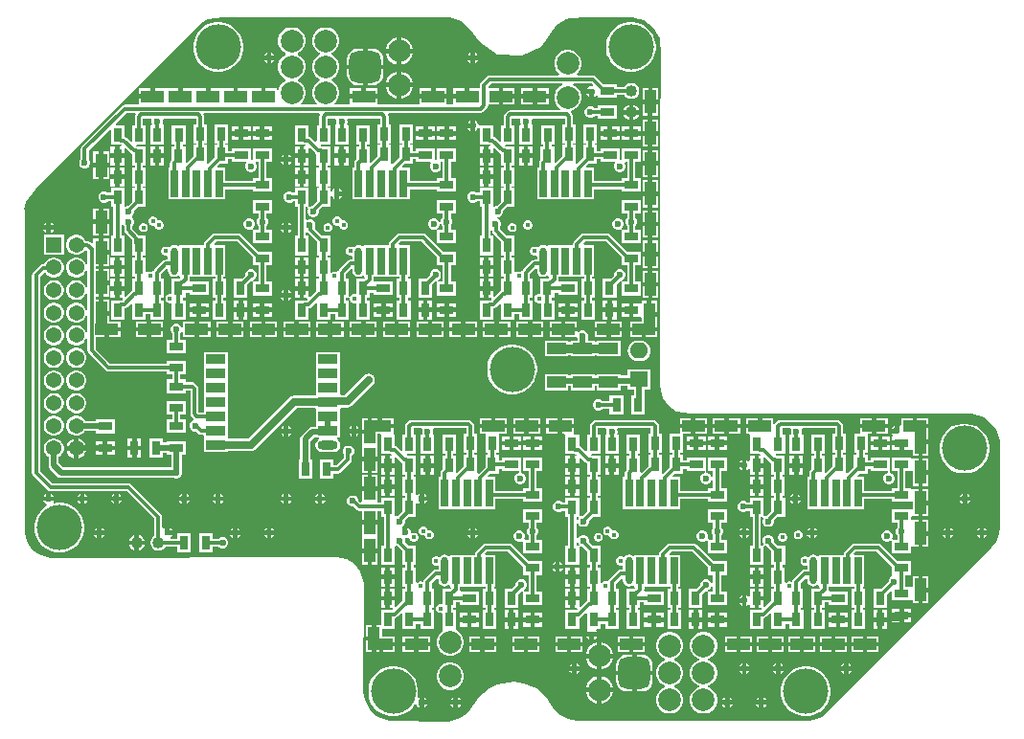
<source format=gtl>
G04*
G04 #@! TF.GenerationSoftware,Altium Limited,Altium Designer,22.1.2 (22)*
G04*
G04 Layer_Physical_Order=1*
G04 Layer_Color=5064179*
%FSAX42Y42*%
%MOMM*%
G71*
G04*
G04 #@! TF.SameCoordinates,C0377FBF-3644-49C1-8AB8-029394853ECE*
G04*
G04*
G04 #@! TF.FilePolarity,Positive*
G04*
G01*
G75*
%ADD34R,1.78X0.81*%
%ADD35O,1.78X0.81*%
%ADD36R,1.30X0.80*%
%ADD37R,0.80X1.30*%
%ADD38R,1.00X2.00*%
%ADD39R,2.00X1.00*%
%ADD40R,1.70X1.00*%
%ADD41R,0.64X2.41*%
%ADD42O,0.64X2.41*%
%ADD43C,0.30*%
%ADD44C,0.50*%
%ADD45C,0.40*%
%ADD46C,0.70*%
%ADD47C,0.75*%
%ADD48C,2.00*%
G04:AMPARAMS|DCode=49|XSize=2.8mm|YSize=2.8mm|CornerRadius=0.7mm|HoleSize=0mm|Usage=FLASHONLY|Rotation=0.000|XOffset=0mm|YOffset=0mm|HoleType=Round|Shape=RoundedRectangle|*
%AMROUNDEDRECTD49*
21,1,2.80,1.40,0,0,0.0*
21,1,1.40,2.80,0,0,0.0*
1,1,1.40,0.70,-0.70*
1,1,1.40,-0.70,-0.70*
1,1,1.40,-0.70,0.70*
1,1,1.40,0.70,0.70*
%
%ADD49ROUNDEDRECTD49*%
%ADD50R,1.60X1.40*%
%ADD51O,1.60X1.40*%
%ADD52C,1.02*%
%ADD53C,1.37*%
%ADD54R,1.37X1.37*%
%ADD55C,0.40*%
%ADD56C,0.60*%
%ADD57C,4.00*%
G36*
X005428Y006356D02*
X005471Y006355D01*
X005494Y006349D01*
X005520Y006344D01*
X005524Y006343D01*
X005557Y006335D01*
X005646Y006269D01*
X005702Y006172D01*
X005710Y006021D01*
X005708Y005259D01*
X005709Y003098D01*
X005733Y002989D01*
X005784Y002922D01*
X005853Y002875D01*
X005972Y002855D01*
X006641D01*
X008457Y002856D01*
X008578Y002823D01*
X008678Y002722D01*
X008707Y002610D01*
X008709Y001851D01*
X008703Y001783D01*
X008678Y001723D01*
X008635Y001666D01*
X007209Y000238D01*
X007133Y000172D01*
X007064Y000142D01*
X007006Y000134D01*
X004969Y000135D01*
X004892Y000150D01*
X004823Y000183D01*
X004753Y000258D01*
X004694Y000352D01*
X004613Y000425D01*
X004506Y000468D01*
X004422Y000485D01*
X004263Y000461D01*
X004197Y000424D01*
X004107Y000352D01*
X004071Y000296D01*
X004002Y000203D01*
X003955Y000169D01*
X003893Y000143D01*
X003833Y000131D01*
X003315Y000133D01*
X003216Y000167D01*
X003176Y000198D01*
X003137Y000240D01*
X003094Y000323D01*
X003084Y000388D01*
X003090Y001355D01*
X003055Y001459D01*
X003003Y001527D01*
X002938Y001571D01*
X002847Y001587D01*
X002475Y001585D01*
X000603Y001579D01*
X000603Y001579D01*
X000603Y001579D01*
X000342D01*
X000316Y001579D01*
X000267Y001589D01*
X000221Y001608D01*
X000180Y001636D01*
X000144Y001671D01*
X000116Y001713D01*
X000097Y001759D01*
X000088Y001808D01*
X000088Y001833D01*
Y004314D01*
X000088Y004656D01*
X000088D01*
X000087Y004656D01*
X000103Y004729D01*
X000183Y004839D01*
X000330Y004989D01*
X001603Y006269D01*
X001652Y006309D01*
X001706Y006338D01*
X001774Y006354D01*
X001843Y006359D01*
X003853D01*
X003944Y006322D01*
X003988Y006294D01*
X004023Y006259D01*
X004113Y006139D01*
X004263Y006029D01*
X004483Y006019D01*
X004653Y006099D01*
X004793Y006289D01*
X004849Y006324D01*
X004879Y006338D01*
X004913Y006349D01*
X005053Y006359D01*
X005428Y006356D01*
D02*
G37*
%LPC*%
G36*
X003420Y006179D02*
Y006080D01*
X003519D01*
X003512Y006106D01*
X003496Y006134D01*
X003474Y006156D01*
X003446Y006172D01*
X003420Y006179D01*
D02*
G37*
G36*
X003380D02*
X003354Y006172D01*
X003326Y006156D01*
X003304Y006134D01*
X003288Y006106D01*
X003281Y006080D01*
X003380D01*
Y006179D01*
D02*
G37*
G36*
X004070Y006046D02*
Y006020D01*
X004096D01*
X004092Y006028D01*
X004078Y006042D01*
X004070Y006046D01*
D02*
G37*
G36*
X004030D02*
X004022Y006042D01*
X004008Y006028D01*
X004004Y006020D01*
X004030D01*
Y006046D01*
D02*
G37*
G36*
X002270D02*
Y006020D01*
X002296D01*
X002292Y006028D01*
X002278Y006042D01*
X002270Y006046D01*
D02*
G37*
G36*
X002230D02*
X002222Y006042D01*
X002208Y006028D01*
X002204Y006020D01*
X002230D01*
Y006046D01*
D02*
G37*
G36*
X004096Y005980D02*
X004070D01*
Y005954D01*
X004078Y005958D01*
X004092Y005972D01*
X004096Y005980D01*
D02*
G37*
G36*
X004030D02*
X004004D01*
X004008Y005972D01*
X004022Y005958D01*
X004030Y005954D01*
Y005980D01*
D02*
G37*
G36*
X002296D02*
X002270D01*
Y005954D01*
X002278Y005958D01*
X002292Y005972D01*
X002296Y005980D01*
D02*
G37*
G36*
X002230D02*
X002204D01*
X002208Y005972D01*
X002222Y005958D01*
X002230Y005954D01*
Y005980D01*
D02*
G37*
G36*
X003519Y006040D02*
X003420D01*
Y005941D01*
X003446Y005948D01*
X003474Y005964D01*
X003496Y005986D01*
X003512Y006014D01*
X003519Y006040D01*
D02*
G37*
G36*
X003380D02*
X003281D01*
X003288Y006014D01*
X003304Y005986D01*
X003326Y005964D01*
X003354Y005948D01*
X003380Y005941D01*
Y006040D01*
D02*
G37*
G36*
X003170Y006081D02*
X003120D01*
Y005940D01*
X003261D01*
Y005990D01*
X003258Y006013D01*
X003249Y006035D01*
X003234Y006054D01*
X003215Y006069D01*
X003193Y006078D01*
X003170Y006081D01*
D02*
G37*
G36*
X003080D02*
X003030D01*
X003007Y006078D01*
X002985Y006069D01*
X002966Y006054D01*
X002951Y006035D01*
X002942Y006013D01*
X002939Y005990D01*
Y005940D01*
X003080D01*
Y006081D01*
D02*
G37*
G36*
X005468Y006315D02*
X005425D01*
X005382Y006307D01*
X005342Y006290D01*
X005306Y006266D01*
X005276Y006235D01*
X005252Y006199D01*
X005235Y006159D01*
X005227Y006117D01*
Y006073D01*
X005235Y006031D01*
X005252Y005991D01*
X005276Y005955D01*
X005306Y005924D01*
X005342Y005900D01*
X005382Y005883D01*
X005425Y005875D01*
X005468D01*
X005511Y005883D01*
X005551Y005900D01*
X005587Y005924D01*
X005618Y005955D01*
X005642Y005991D01*
X005658Y006031D01*
X005667Y006073D01*
Y006117D01*
X005658Y006159D01*
X005642Y006199D01*
X005618Y006235D01*
X005587Y006266D01*
X005551Y006290D01*
X005511Y006307D01*
X005468Y006315D01*
D02*
G37*
G36*
X001820Y006315D02*
X001777D01*
X001735Y006306D01*
X001694Y006290D01*
X001658Y006266D01*
X001628Y006235D01*
X001604Y006199D01*
X001587Y006159D01*
X001579Y006116D01*
Y006073D01*
X001587Y006031D01*
X001604Y005990D01*
X001628Y005954D01*
X001658Y005924D01*
X001694Y005900D01*
X001735Y005883D01*
X001777Y005875D01*
X001820D01*
X001863Y005883D01*
X001903Y005900D01*
X001939Y005924D01*
X001970Y005954D01*
X001994Y005990D01*
X002010Y006031D01*
X002019Y006073D01*
Y006116D01*
X002010Y006159D01*
X001994Y006199D01*
X001970Y006235D01*
X001939Y006266D01*
X001903Y006290D01*
X001863Y006306D01*
X001820Y006315D01*
D02*
G37*
G36*
X003420Y005879D02*
Y005780D01*
X003519D01*
X003512Y005806D01*
X003496Y005834D01*
X003474Y005856D01*
X003446Y005872D01*
X003420Y005879D01*
D02*
G37*
G36*
X003380Y005879D02*
X003354Y005872D01*
X003326Y005856D01*
X003304Y005834D01*
X003288Y005806D01*
X003281Y005780D01*
X003380D01*
Y005879D01*
D02*
G37*
G36*
X003261Y005900D02*
X003120D01*
Y005759D01*
X003170D01*
X003193Y005762D01*
X003215Y005771D01*
X003234Y005786D01*
X003249Y005805D01*
X003258Y005827D01*
X003261Y005850D01*
Y005900D01*
D02*
G37*
G36*
X003080D02*
X002939D01*
Y005850D01*
X002942Y005827D01*
X002951Y005805D01*
X002966Y005786D01*
X002985Y005771D01*
X003007Y005762D01*
X003030Y005759D01*
X003080D01*
Y005900D01*
D02*
G37*
G36*
X003980Y005730D02*
X003880D01*
Y005680D01*
X003980D01*
Y005730D01*
D02*
G37*
G36*
X003820D02*
X003720D01*
Y005680D01*
X003820D01*
Y005730D01*
D02*
G37*
G36*
X003680D02*
X003580D01*
Y005680D01*
X003680D01*
Y005730D01*
D02*
G37*
G36*
X003205D02*
X003105D01*
Y005680D01*
X003205D01*
Y005730D01*
D02*
G37*
G36*
X003065D02*
X002965D01*
Y005680D01*
X003065D01*
Y005730D01*
D02*
G37*
G36*
X001200D02*
X001100D01*
Y005680D01*
X001200D01*
Y005730D01*
D02*
G37*
G36*
X004720D02*
X004620D01*
Y005680D01*
X004720D01*
Y005730D01*
D02*
G37*
G36*
X004420D02*
X004320D01*
Y005680D01*
X004420D01*
Y005730D01*
D02*
G37*
G36*
X004580D02*
X004480D01*
Y005680D01*
X004580D01*
Y005730D01*
D02*
G37*
G36*
X005080Y005680D02*
X005054D01*
X005058Y005672D01*
X005072Y005658D01*
X005080Y005654D01*
Y005680D01*
D02*
G37*
G36*
X003380Y005740D02*
X003281D01*
X003288Y005714D01*
X003304Y005686D01*
X003326Y005664D01*
X003354Y005648D01*
X003380Y005641D01*
Y005740D01*
D02*
G37*
G36*
X003519D02*
X003420D01*
Y005641D01*
X003446Y005648D01*
X003474Y005664D01*
X003496Y005686D01*
X003512Y005714D01*
X003519Y005740D01*
D02*
G37*
G36*
X005690Y005730D02*
X005640D01*
Y005630D01*
X005690D01*
Y005730D01*
D02*
G37*
G36*
X005600D02*
X005550D01*
Y005630D01*
X005600D01*
Y005730D01*
D02*
G37*
G36*
X004720Y005640D02*
X004620D01*
Y005590D01*
X004720D01*
Y005640D01*
D02*
G37*
G36*
X004580D02*
X004480D01*
Y005590D01*
X004580D01*
Y005640D01*
D02*
G37*
G36*
X004420D02*
X004320D01*
Y005590D01*
X004420D01*
Y005640D01*
D02*
G37*
G36*
X002766Y006270D02*
X002734D01*
X002704Y006262D01*
X002676Y006246D01*
X002654Y006224D01*
X002638Y006196D01*
X002630Y006166D01*
Y006134D01*
X002638Y006104D01*
X002654Y006076D01*
X002676Y006054D01*
X002696Y006042D01*
Y006028D01*
X002676Y006016D01*
X002654Y005994D01*
X002638Y005966D01*
X002630Y005936D01*
Y005904D01*
X002638Y005874D01*
X002654Y005846D01*
X002676Y005824D01*
X002696Y005812D01*
Y005798D01*
X002676Y005786D01*
X002654Y005764D01*
X002638Y005736D01*
X002630Y005706D01*
Y005674D01*
X002638Y005644D01*
X002654Y005616D01*
X002672Y005598D01*
X002667Y005586D01*
X002533D01*
X002528Y005598D01*
X002546Y005616D01*
X002562Y005644D01*
X002570Y005674D01*
Y005706D01*
X002562Y005736D01*
X002546Y005764D01*
X002524Y005786D01*
X002504Y005798D01*
Y005812D01*
X002524Y005824D01*
X002546Y005846D01*
X002562Y005874D01*
X002570Y005904D01*
Y005936D01*
X002562Y005966D01*
X002546Y005994D01*
X002524Y006016D01*
X002504Y006028D01*
Y006042D01*
X002524Y006054D01*
X002546Y006076D01*
X002562Y006104D01*
X002570Y006134D01*
Y006166D01*
X002562Y006196D01*
X002546Y006224D01*
X002524Y006246D01*
X002496Y006262D01*
X002466Y006270D01*
X002434D01*
X002404Y006262D01*
X002376Y006246D01*
X002354Y006224D01*
X002338Y006196D01*
X002330Y006166D01*
Y006134D01*
X002338Y006104D01*
X002354Y006076D01*
X002376Y006054D01*
X002396Y006042D01*
Y006028D01*
X002376Y006016D01*
X002354Y005994D01*
X002338Y005966D01*
X002330Y005936D01*
Y005904D01*
X002338Y005874D01*
X002354Y005846D01*
X002376Y005824D01*
X002396Y005812D01*
Y005798D01*
X002376Y005786D01*
X002354Y005764D01*
X002338Y005736D01*
X002333Y005716D01*
X002320Y005718D01*
Y005730D01*
X002220D01*
Y005660D01*
X002180D01*
Y005730D01*
X002088D01*
X002080Y005730D01*
X002067Y005730D01*
X001975D01*
Y005660D01*
X001935D01*
Y005730D01*
X001843D01*
X001835Y005730D01*
X001822Y005730D01*
X001730D01*
Y005660D01*
X001690D01*
Y005730D01*
X001598D01*
X001590Y005730D01*
X001577Y005730D01*
X001485D01*
Y005660D01*
X001445D01*
Y005730D01*
X001353D01*
X001345Y005730D01*
X001332Y005730D01*
X001240D01*
Y005660D01*
X001220D01*
Y005640D01*
X001100D01*
Y005598D01*
X001100Y005590D01*
X001089Y005586D01*
X000975D01*
X000961Y005583D01*
X000950Y005575D01*
X000595Y005220D01*
X000587Y005209D01*
X000584Y005195D01*
Y005105D01*
X000578Y005098D01*
X000570Y005080D01*
Y005060D01*
X000578Y005042D01*
X000592Y005028D01*
X000610Y005020D01*
X000630D01*
X000648Y005028D01*
X000662Y005042D01*
X000670Y005060D01*
Y005080D01*
X000662Y005098D01*
X000656Y005105D01*
Y005180D01*
X000838Y005363D01*
X000850Y005358D01*
Y005235D01*
X000932D01*
X000935Y005234D01*
X000943D01*
X000945Y005232D01*
X000938Y005219D01*
X000930D01*
Y005154D01*
X000969D01*
Y005201D01*
X000981Y005206D01*
X001028Y005159D01*
X001039Y005152D01*
X001040Y005151D01*
Y005050D01*
X001064D01*
Y005034D01*
X001040D01*
Y004864D01*
X001064D01*
Y004849D01*
X001040D01*
Y004729D01*
X001002Y004691D01*
X001000D01*
X000983Y004684D01*
X000977Y004686D01*
X000970Y004690D01*
Y004849D01*
X000850D01*
Y004806D01*
X000825D01*
X000818Y004812D01*
X000800Y004820D01*
X000780D01*
X000762Y004812D01*
X000748Y004798D01*
X000740Y004780D01*
Y004760D01*
X000748Y004742D01*
X000762Y004728D01*
X000780Y004720D01*
X000800D01*
X000818Y004728D01*
X000825Y004734D01*
X000850D01*
Y004679D01*
X000874D01*
Y004425D01*
X000850D01*
Y004255D01*
X000970D01*
Y004425D01*
X000946D01*
Y004525D01*
X000958Y004527D01*
X000961Y004521D01*
X000968Y004514D01*
Y004477D01*
X000971Y004463D01*
X000978Y004451D01*
X001039Y004390D01*
Y004365D01*
X001040Y004362D01*
Y004255D01*
X001064D01*
Y004235D01*
X001040D01*
Y004065D01*
X001064D01*
Y004045D01*
X001040D01*
Y003939D01*
X001034Y003935D01*
X000982Y003884D01*
X000969Y003889D01*
Y003940D01*
X000930D01*
Y003875D01*
X000951D01*
X000956Y003863D01*
X000951Y003856D01*
X000935D01*
X000932Y003855D01*
X000850D01*
Y003685D01*
X000970D01*
Y003784D01*
X000982Y003787D01*
X000994Y003795D01*
X001028Y003829D01*
X001040Y003824D01*
Y003685D01*
X001160D01*
Y003734D01*
X001201D01*
Y003685D01*
X001321D01*
Y003855D01*
X001296D01*
Y003875D01*
X001320D01*
Y004045D01*
X001296D01*
Y004087D01*
X001345Y004136D01*
X001357Y004131D01*
Y004115D01*
X001361Y004095D01*
X001373Y004078D01*
X001390Y004067D01*
X001410Y004063D01*
X001430Y004067D01*
X001446Y004077D01*
X001458Y004073D01*
Y004064D01*
X001460D01*
X001466Y004051D01*
X001462Y004045D01*
X001390D01*
Y003914D01*
X001382Y003909D01*
X001366D01*
X001352Y003903D01*
X001340Y003892D01*
X001334Y003877D01*
Y003861D01*
X001340Y003846D01*
X001352Y003835D01*
X001366Y003829D01*
X001382D01*
X001391Y003824D01*
Y003685D01*
X001511D01*
Y003855D01*
X001486D01*
Y003875D01*
X001510D01*
Y003924D01*
X001545D01*
Y003900D01*
X001715D01*
Y004020D01*
X001554D01*
X001554Y004020D01*
X001544Y004032D01*
X001546Y004039D01*
Y004064D01*
X001774D01*
Y004045D01*
X001750D01*
Y003875D01*
X001774D01*
Y003855D01*
X001750D01*
Y003685D01*
X001870D01*
Y003855D01*
X001846D01*
Y003875D01*
X001870D01*
Y004045D01*
X001846D01*
Y004064D01*
X001862D01*
Y004345D01*
X001772D01*
X001767Y004357D01*
X001785Y004374D01*
X001967D01*
X002105Y004237D01*
Y004167D01*
X002154D01*
Y004019D01*
X002116Y004019D01*
X002110Y004020D01*
X002110Y004020D01*
X002109Y004034D01*
X002118Y004038D01*
X002132Y004052D01*
X002140Y004070D01*
Y004090D01*
X002132Y004108D01*
X002118Y004122D01*
X002100Y004130D01*
X002080D01*
X002062Y004122D01*
X002048Y004108D01*
X002040Y004090D01*
Y004075D01*
X002010Y004045D01*
X001940D01*
Y003875D01*
X002060D01*
Y003995D01*
X002089Y004023D01*
X002091Y004024D01*
X002104Y004021D01*
X002105Y004018D01*
X002105Y004009D01*
Y003899D01*
X002275D01*
Y004019D01*
X002226D01*
Y004167D01*
X002275D01*
Y004287D01*
X002155D01*
X002007Y004435D01*
X001996Y004443D01*
X001982Y004446D01*
X001770D01*
X001756Y004443D01*
X001745Y004435D01*
X001687Y004378D01*
X001679Y004366D01*
X001677Y004352D01*
Y004345D01*
X001458D01*
Y004335D01*
X001446Y004332D01*
X001430Y004342D01*
X001410Y004346D01*
X001390Y004342D01*
X001373Y004330D01*
X001370Y004326D01*
X001359Y004325D01*
X001344Y004331D01*
X001328D01*
X001314Y004325D01*
X001302Y004314D01*
X001296Y004299D01*
Y004283D01*
X001302Y004268D01*
X001314Y004257D01*
X001328Y004251D01*
X001344D01*
X001347Y004252D01*
X001357Y004245D01*
Y004215D01*
X001337D01*
X001324Y004212D01*
X001312Y004205D01*
X001235Y004127D01*
X001227Y004116D01*
X001227Y004115D01*
X001212Y004107D01*
X001208Y004109D01*
X001192D01*
X001178Y004103D01*
X001172Y004098D01*
X001160Y004103D01*
Y004235D01*
X001135D01*
Y004255D01*
X001160D01*
Y004425D01*
X001104D01*
X001100Y004430D01*
X001039Y004492D01*
Y004514D01*
X001046Y004521D01*
X001053Y004539D01*
Y004559D01*
X001046Y004577D01*
X001038Y004585D01*
X001038Y004598D01*
X001040Y004600D01*
X001052Y004613D01*
X001060Y004631D01*
Y004648D01*
X001090Y004679D01*
X001160D01*
Y004849D01*
X001135D01*
Y004864D01*
X001160D01*
Y005034D01*
X001135D01*
Y005050D01*
X001160D01*
Y005219D01*
X001078D01*
X001077Y005220D01*
X001075Y005222D01*
X001078Y005232D01*
X001082Y005235D01*
X001160D01*
Y005405D01*
X001136D01*
Y005464D01*
X001205D01*
X001213Y005452D01*
X001211Y005445D01*
Y005425D01*
X001214Y005418D01*
X001205Y005405D01*
X001201D01*
Y005235D01*
X001321D01*
Y005405D01*
X001316D01*
X001307Y005418D01*
X001311Y005425D01*
Y005445D01*
X001308Y005452D01*
X001316Y005464D01*
X001604D01*
Y005415D01*
X001580D01*
Y005245D01*
X001604D01*
Y005229D01*
X001580D01*
Y005129D01*
X001522Y005071D01*
X001510Y005076D01*
Y005219D01*
X001486D01*
Y005235D01*
X001511D01*
Y005405D01*
X001391D01*
Y005235D01*
X001415D01*
Y005219D01*
X001390D01*
Y005100D01*
X001385Y005095D01*
X001377Y005083D01*
X001374Y005070D01*
Y005031D01*
X001358D01*
Y004749D01*
X001862D01*
Y004839D01*
X002105D01*
Y004815D01*
X002275D01*
Y004935D01*
X002226D01*
Y005083D01*
X002275D01*
Y005203D01*
X002105D01*
Y005102D01*
X002093Y005093D01*
X002088Y005094D01*
Y005202D01*
X001918D01*
Y005178D01*
X001890D01*
Y005229D01*
X001865D01*
Y005245D01*
X001890D01*
Y005415D01*
X001770D01*
Y005245D01*
X001794D01*
Y005229D01*
X001769D01*
Y005118D01*
X001712Y005060D01*
X001700Y005066D01*
X001700Y005069D01*
X001700Y005069D01*
X001700Y005070D01*
Y005229D01*
X001675D01*
Y005245D01*
X001700D01*
Y005415D01*
X001676D01*
Y005482D01*
X001673Y005496D01*
X001669Y005502D01*
X001676Y005514D01*
X002694D01*
X002701Y005502D01*
X002697Y005496D01*
X002694Y005482D01*
Y005405D01*
X002670D01*
Y005264D01*
X002658Y005260D01*
X002623Y005295D01*
X002611Y005303D01*
X002600Y005305D01*
Y005405D01*
X002480D01*
Y005235D01*
X002562D01*
X002565Y005234D01*
X002573D01*
X002575Y005232D01*
X002568Y005219D01*
X002559D01*
Y005154D01*
X002600D01*
Y005201D01*
X002611Y005206D01*
X002658Y005159D01*
X002669Y005152D01*
X002669Y005151D01*
Y005050D01*
X002694D01*
Y005034D01*
X002669D01*
Y004864D01*
X002694D01*
Y004849D01*
X002670D01*
Y004729D01*
X002632Y004691D01*
X002630D01*
X002613Y004684D01*
X002607Y004686D01*
X002600Y004690D01*
Y004849D01*
X002480D01*
Y004806D01*
X002465D01*
X002458Y004812D01*
X002440Y004820D01*
X002420D01*
X002402Y004812D01*
X002388Y004798D01*
X002380Y004780D01*
Y004760D01*
X002388Y004742D01*
X002402Y004728D01*
X002420Y004720D01*
X002440D01*
X002458Y004728D01*
X002465Y004734D01*
X002480D01*
Y004679D01*
X002504D01*
Y004425D01*
X002480D01*
Y004255D01*
X002600D01*
Y004425D01*
X002576D01*
Y004453D01*
X002588Y004457D01*
X002591Y004454D01*
X002670Y004375D01*
Y004255D01*
X002694D01*
Y004235D01*
X002669D01*
Y004065D01*
X002694D01*
Y004045D01*
X002669D01*
Y003939D01*
X002664Y003935D01*
X002612Y003884D01*
X002600Y003889D01*
Y003940D01*
X002559D01*
Y003875D01*
X002581D01*
X002586Y003863D01*
X002581Y003856D01*
X002565D01*
X002562Y003855D01*
X002480D01*
Y003685D01*
X002600D01*
Y003784D01*
X002612Y003787D01*
X002624Y003795D01*
X002658Y003829D01*
X002670Y003824D01*
Y003685D01*
X002790D01*
Y003734D01*
X002831D01*
Y003685D01*
X002951D01*
Y003855D01*
X002926D01*
Y003875D01*
X002950D01*
Y004045D01*
X002926D01*
Y004087D01*
X002975Y004136D01*
X002987Y004131D01*
Y004115D01*
X002991Y004095D01*
X003003Y004078D01*
X003020Y004067D01*
X003040Y004063D01*
X003060Y004067D01*
X003076Y004077D01*
X003088Y004073D01*
Y004064D01*
X003090D01*
X003096Y004051D01*
X003092Y004045D01*
X003020D01*
Y003914D01*
X003012Y003909D01*
X002996D01*
X002982Y003903D01*
X002970Y003892D01*
X002964Y003877D01*
Y003861D01*
X002970Y003846D01*
X002982Y003835D01*
X002996Y003829D01*
X003012D01*
X003021Y003824D01*
Y003685D01*
X003141D01*
Y003855D01*
X003116D01*
Y003875D01*
X003140D01*
Y003924D01*
X003175D01*
Y003900D01*
X003345D01*
Y004020D01*
X003184D01*
X003184Y004020D01*
X003174Y004032D01*
X003176Y004039D01*
Y004064D01*
X003404D01*
Y004045D01*
X003380D01*
Y003875D01*
X003404D01*
Y003855D01*
X003380D01*
Y003685D01*
X003500D01*
Y003855D01*
X003476D01*
Y003875D01*
X003500D01*
Y004045D01*
X003476D01*
Y004064D01*
X003492D01*
Y004345D01*
X003402D01*
X003397Y004357D01*
X003415Y004374D01*
X003597D01*
X003735Y004237D01*
Y004167D01*
X003784D01*
Y004019D01*
X003746Y004019D01*
X003740Y004020D01*
X003740Y004020D01*
X003739Y004034D01*
X003748Y004038D01*
X003762Y004052D01*
X003770Y004070D01*
Y004090D01*
X003762Y004108D01*
X003748Y004122D01*
X003730Y004130D01*
X003710D01*
X003692Y004122D01*
X003678Y004108D01*
X003670Y004090D01*
Y004075D01*
X003640Y004045D01*
X003570D01*
Y003875D01*
X003690D01*
Y003995D01*
X003719Y004023D01*
X003721Y004024D01*
X003734Y004021D01*
X003735Y004018D01*
X003735Y004009D01*
Y003899D01*
X003905D01*
Y004019D01*
X003856D01*
Y004167D01*
X003905D01*
Y004287D01*
X003785D01*
X003637Y004435D01*
X003626Y004443D01*
X003612Y004446D01*
X003400D01*
X003386Y004443D01*
X003375Y004435D01*
X003317Y004378D01*
X003309Y004366D01*
X003307Y004352D01*
Y004345D01*
X003088D01*
Y004335D01*
X003076Y004332D01*
X003060Y004342D01*
X003040Y004346D01*
X003020Y004342D01*
X003003Y004330D01*
X003000Y004326D01*
X002989Y004325D01*
X002974Y004331D01*
X002958D01*
X002944Y004325D01*
X002932Y004314D01*
X002926Y004299D01*
Y004283D01*
X002932Y004268D01*
X002944Y004257D01*
X002958Y004251D01*
X002974D01*
X002977Y004252D01*
X002987Y004245D01*
Y004215D01*
X002967D01*
X002954Y004212D01*
X002942Y004205D01*
X002865Y004127D01*
X002857Y004116D01*
X002857Y004115D01*
X002842Y004107D01*
X002838Y004109D01*
X002822D01*
X002808Y004103D01*
X002802Y004098D01*
X002790Y004103D01*
Y004235D01*
X002765D01*
Y004255D01*
X002790D01*
Y004425D01*
X002720D01*
X002653Y004492D01*
X002660Y004510D01*
Y004529D01*
X002653Y004548D01*
X002639Y004562D01*
X002620Y004570D01*
X002601D01*
X002588Y004564D01*
X002576Y004572D01*
Y004679D01*
X002589D01*
X002592Y004676D01*
X002596Y004666D01*
X002590Y004651D01*
Y004631D01*
X002598Y004613D01*
X002612Y004599D01*
X002630Y004591D01*
X002650D01*
X002668Y004599D01*
X002682Y004613D01*
X002690Y004631D01*
Y004648D01*
X002720Y004679D01*
X002790D01*
Y004781D01*
X002803Y004784D01*
X002808Y004772D01*
X002822Y004758D01*
X002830Y004754D01*
Y004800D01*
Y004846D01*
X002822Y004842D01*
X002808Y004828D01*
X002803Y004816D01*
X002790Y004819D01*
Y004849D01*
X002765D01*
Y004864D01*
X002790D01*
Y005034D01*
X002765D01*
Y005050D01*
X002790D01*
Y005219D01*
X002708D01*
X002707Y005220D01*
X002705Y005222D01*
X002708Y005232D01*
X002712Y005235D01*
X002790D01*
Y005405D01*
X002766D01*
Y005464D01*
X002835D01*
X002843Y005452D01*
X002841Y005445D01*
Y005425D01*
X002844Y005418D01*
X002835Y005405D01*
X002831D01*
Y005235D01*
X002951D01*
Y005405D01*
X002946D01*
X002937Y005418D01*
X002941Y005425D01*
Y005445D01*
X002938Y005452D01*
X002946Y005464D01*
X003234D01*
Y005415D01*
X003210D01*
Y005245D01*
X003234D01*
Y005229D01*
X003210D01*
Y005129D01*
X003152Y005071D01*
X003140Y005076D01*
Y005219D01*
X003116D01*
Y005235D01*
X003141D01*
Y005405D01*
X003021D01*
Y005235D01*
X003045D01*
Y005219D01*
X003020D01*
Y005100D01*
X003015Y005095D01*
X003007Y005083D01*
X003004Y005070D01*
Y005031D01*
X002988D01*
Y004749D01*
X003492D01*
Y004839D01*
X003735D01*
Y004815D01*
X003905D01*
Y004935D01*
X003856D01*
Y005083D01*
X003905D01*
Y005203D01*
X003735D01*
Y005102D01*
X003723Y005093D01*
X003718Y005094D01*
Y005202D01*
X003548D01*
Y005178D01*
X003519D01*
Y005229D01*
X003495D01*
Y005245D01*
X003520D01*
Y005415D01*
X003400D01*
Y005245D01*
X003424D01*
Y005229D01*
X003399D01*
Y005118D01*
X003342Y005060D01*
X003330Y005066D01*
X003329Y005069D01*
X003330Y005069D01*
X003329Y005070D01*
Y005229D01*
X003305D01*
Y005245D01*
X003330D01*
Y005415D01*
X003306D01*
Y005482D01*
X003303Y005496D01*
X003299Y005502D01*
X003306Y005514D01*
X004120D01*
X004134Y005517D01*
X004145Y005525D01*
X004175Y005555D01*
X004183Y005566D01*
X004186Y005580D01*
Y005590D01*
X004280D01*
Y005660D01*
Y005730D01*
X004186D01*
Y005745D01*
X004215Y005774D01*
X004841D01*
X004844Y005762D01*
X004816Y005746D01*
X004794Y005724D01*
X004778Y005696D01*
X004770Y005666D01*
Y005634D01*
X004778Y005604D01*
X004794Y005576D01*
X004816Y005554D01*
X004826Y005548D01*
X004823Y005536D01*
X004378D01*
X004364Y005533D01*
X004352Y005525D01*
X004335Y005508D01*
X004327Y005496D01*
X004324Y005482D01*
Y005405D01*
X004300D01*
Y005264D01*
X004288Y005260D01*
X004253Y005295D01*
X004241Y005303D01*
X004230Y005305D01*
Y005405D01*
X004112Y005405D01*
X004105Y005408D01*
X004100Y005411D01*
X004092Y005428D01*
X004078Y005442D01*
X004070Y005446D01*
Y005400D01*
Y005354D01*
X004078Y005358D01*
X004092Y005372D01*
X004097Y005384D01*
X004110Y005381D01*
Y005235D01*
X004192D01*
X004195Y005234D01*
X004203D01*
X004205Y005232D01*
X004198Y005219D01*
X004190D01*
Y005154D01*
X004229D01*
Y005201D01*
X004241Y005206D01*
X004288Y005159D01*
X004299Y005152D01*
X004299Y005151D01*
Y005050D01*
X004324D01*
Y005034D01*
X004299D01*
Y004864D01*
X004324D01*
Y004849D01*
X004300D01*
Y004729D01*
X004262Y004691D01*
X004260D01*
X004243Y004684D01*
X004237Y004686D01*
X004230Y004690D01*
Y004849D01*
X004110D01*
Y004806D01*
X004085D01*
X004078Y004812D01*
X004060Y004820D01*
X004040D01*
X004022Y004812D01*
X004008Y004798D01*
X004000Y004780D01*
Y004760D01*
X004008Y004742D01*
X004022Y004728D01*
X004040Y004720D01*
X004060D01*
X004078Y004728D01*
X004085Y004734D01*
X004110D01*
Y004679D01*
X004134D01*
Y004425D01*
X004110D01*
Y004255D01*
X004230D01*
Y004425D01*
X004206D01*
Y004473D01*
X004218Y004479D01*
X004221Y004478D01*
Y004469D01*
X004223Y004455D01*
X004231Y004444D01*
X004300Y004375D01*
Y004255D01*
X004324D01*
Y004235D01*
X004299D01*
Y004065D01*
X004324D01*
Y004045D01*
X004299D01*
Y003939D01*
X004294Y003935D01*
X004242Y003884D01*
X004229Y003889D01*
Y003940D01*
X004190D01*
Y003875D01*
X004211D01*
X004216Y003863D01*
X004211Y003856D01*
X004195D01*
X004192Y003855D01*
X004110D01*
Y003685D01*
X004230D01*
Y003784D01*
X004242Y003787D01*
X004254Y003795D01*
X004288Y003829D01*
X004300Y003824D01*
Y003685D01*
X004420D01*
Y003734D01*
X004461D01*
Y003685D01*
X004581D01*
Y003855D01*
X004556D01*
Y003875D01*
X004580D01*
Y004045D01*
X004556D01*
Y004087D01*
X004605Y004136D01*
X004617Y004131D01*
Y004115D01*
X004621Y004095D01*
X004633Y004078D01*
X004650Y004067D01*
X004670Y004063D01*
X004690Y004067D01*
X004706Y004077D01*
X004718Y004073D01*
Y004064D01*
X004720D01*
X004726Y004051D01*
X004722Y004045D01*
X004650D01*
Y003914D01*
X004642Y003909D01*
X004626D01*
X004612Y003903D01*
X004600Y003892D01*
X004594Y003877D01*
Y003861D01*
X004600Y003846D01*
X004612Y003835D01*
X004626Y003829D01*
X004642D01*
X004651Y003824D01*
Y003685D01*
X004771D01*
Y003855D01*
X004746D01*
Y003875D01*
X004770D01*
Y003924D01*
X004805D01*
Y003900D01*
X004975D01*
Y004020D01*
X004814D01*
X004814Y004020D01*
X004804Y004032D01*
X004806Y004039D01*
Y004064D01*
X005034D01*
Y004045D01*
X005010D01*
Y003875D01*
X005034D01*
Y003855D01*
X005010D01*
Y003685D01*
X005130D01*
Y003855D01*
X005106D01*
Y003875D01*
X005130D01*
Y004045D01*
X005106D01*
Y004064D01*
X005122D01*
Y004345D01*
X005032D01*
X005027Y004357D01*
X005045Y004374D01*
X005227D01*
X005365Y004237D01*
Y004167D01*
X005414D01*
Y004019D01*
X005376Y004019D01*
X005370Y004020D01*
X005370Y004020D01*
X005369Y004034D01*
X005378Y004038D01*
X005392Y004052D01*
X005400Y004070D01*
Y004090D01*
X005392Y004108D01*
X005378Y004122D01*
X005360Y004130D01*
X005340D01*
X005322Y004122D01*
X005308Y004108D01*
X005300Y004090D01*
Y004075D01*
X005270Y004045D01*
X005200D01*
Y003875D01*
X005320D01*
Y003995D01*
X005349Y004023D01*
X005351Y004024D01*
X005364Y004021D01*
X005365Y004018D01*
X005365Y004009D01*
Y003899D01*
X005535D01*
Y004019D01*
X005486D01*
Y004167D01*
X005535D01*
Y004287D01*
X005415D01*
X005267Y004435D01*
X005256Y004443D01*
X005242Y004446D01*
X005030D01*
X005016Y004443D01*
X005005Y004435D01*
X004947Y004378D01*
X004939Y004366D01*
X004937Y004352D01*
Y004345D01*
X004718D01*
Y004335D01*
X004706Y004332D01*
X004690Y004342D01*
X004670Y004346D01*
X004650Y004342D01*
X004633Y004330D01*
X004630Y004326D01*
X004619Y004325D01*
X004604Y004331D01*
X004588D01*
X004574Y004325D01*
X004562Y004314D01*
X004556Y004299D01*
Y004283D01*
X004562Y004268D01*
X004574Y004257D01*
X004588Y004251D01*
X004604D01*
X004607Y004252D01*
X004617Y004245D01*
Y004215D01*
X004597D01*
X004584Y004212D01*
X004572Y004205D01*
X004495Y004127D01*
X004487Y004116D01*
X004487Y004115D01*
X004472Y004107D01*
X004468Y004109D01*
X004452D01*
X004438Y004103D01*
X004432Y004098D01*
X004419Y004103D01*
Y004235D01*
X004395D01*
Y004255D01*
X004420D01*
Y004425D01*
X004350D01*
X004292Y004484D01*
Y004500D01*
X004293Y004501D01*
X004300Y004520D01*
Y004539D01*
X004293Y004558D01*
X004279Y004572D01*
X004267Y004577D01*
X004263Y004578D01*
X004266Y004591D01*
X004269Y004591D01*
X004280D01*
X004298Y004599D01*
X004312Y004613D01*
X004320Y004631D01*
Y004648D01*
X004350Y004679D01*
X004420D01*
Y004849D01*
X004395D01*
Y004864D01*
X004419D01*
Y005034D01*
X004395D01*
Y005050D01*
X004419D01*
Y005219D01*
X004338D01*
X004337Y005220D01*
X004335Y005222D01*
X004338Y005232D01*
X004342Y005235D01*
X004420D01*
Y005405D01*
X004396D01*
Y005464D01*
X004465D01*
X004473Y005452D01*
X004471Y005445D01*
Y005425D01*
X004474Y005418D01*
X004465Y005405D01*
X004461D01*
Y005235D01*
X004581D01*
Y005405D01*
X004576D01*
X004567Y005418D01*
X004571Y005425D01*
Y005445D01*
X004568Y005452D01*
X004576Y005464D01*
X004864D01*
Y005415D01*
X004840D01*
Y005245D01*
X004864D01*
Y005229D01*
X004840D01*
Y005129D01*
X004782Y005071D01*
X004770Y005076D01*
Y005219D01*
X004746D01*
Y005235D01*
X004771D01*
Y005405D01*
X004651D01*
Y005235D01*
X004675D01*
Y005219D01*
X004650D01*
Y005100D01*
X004645Y005095D01*
X004637Y005083D01*
X004634Y005070D01*
Y005031D01*
X004618D01*
Y004749D01*
X005122D01*
Y004839D01*
X005365D01*
Y004815D01*
X005535D01*
Y004935D01*
X005486D01*
Y005083D01*
X005535D01*
Y005203D01*
X005365D01*
Y005102D01*
X005353Y005093D01*
X005348Y005094D01*
Y005202D01*
X005178D01*
Y005178D01*
X005149D01*
Y005229D01*
X005125D01*
Y005245D01*
X005150D01*
Y005415D01*
X005030D01*
Y005245D01*
X005054D01*
Y005229D01*
X005029D01*
Y005118D01*
X004972Y005060D01*
X004960Y005066D01*
X004960Y005069D01*
X004960Y005069D01*
X004960Y005070D01*
Y005229D01*
X004935D01*
Y005245D01*
X004960D01*
Y005415D01*
X004936D01*
Y005482D01*
X004933Y005496D01*
X004925Y005508D01*
X004914Y005519D01*
X004918Y005533D01*
X004936Y005538D01*
X004964Y005554D01*
X004986Y005576D01*
X005002Y005604D01*
X005010Y005634D01*
Y005666D01*
X005002Y005696D01*
X004986Y005724D01*
X004964Y005746D01*
X004936Y005762D01*
X004939Y005774D01*
X005100D01*
X005113Y005762D01*
X005112Y005760D01*
X005107Y005750D01*
X005090D01*
X005072Y005742D01*
X005058Y005728D01*
X005054Y005720D01*
X005100D01*
Y005700D01*
X005120D01*
Y005654D01*
X005128Y005658D01*
X005142Y005672D01*
X005143Y005672D01*
X005155Y005669D01*
Y005650D01*
X005325D01*
Y005673D01*
X005388D01*
X005393Y005664D01*
X005407Y005651D01*
X005423Y005642D01*
X005441Y005637D01*
X005459D01*
X005477Y005642D01*
X005493Y005651D01*
X005507Y005664D01*
X005516Y005680D01*
X005521Y005698D01*
Y005717D01*
X005516Y005735D01*
X005507Y005751D01*
X005493Y005764D01*
X005477Y005774D01*
X005459Y005779D01*
X005441D01*
X005423Y005774D01*
X005407Y005764D01*
X005393Y005751D01*
X005389Y005745D01*
X005325D01*
Y005770D01*
X005205D01*
X005140Y005835D01*
X005129Y005843D01*
X005115Y005846D01*
X004973D01*
X004968Y005858D01*
X004986Y005876D01*
X005002Y005904D01*
X005010Y005934D01*
Y005966D01*
X005002Y005996D01*
X004986Y006024D01*
X004964Y006046D01*
X004936Y006062D01*
X004906Y006070D01*
X004874D01*
X004844Y006062D01*
X004816Y006046D01*
X004794Y006024D01*
X004778Y005996D01*
X004770Y005966D01*
Y005934D01*
X004778Y005904D01*
X004794Y005876D01*
X004812Y005858D01*
X004807Y005846D01*
X004200D01*
X004186Y005843D01*
X004175Y005835D01*
X004125Y005785D01*
X004117Y005774D01*
X004114Y005760D01*
Y005730D01*
X004020D01*
Y005660D01*
X004000D01*
Y005640D01*
X003880D01*
Y005590D01*
X003869Y005586D01*
X003831D01*
X003820Y005590D01*
X003820Y005598D01*
Y005640D01*
X003580D01*
Y005598D01*
X003580Y005590D01*
X003569Y005586D01*
X003216D01*
X003205Y005590D01*
X003205Y005598D01*
Y005640D01*
X002965D01*
Y005598D01*
X002965Y005590D01*
X002954Y005586D01*
X002833D01*
X002828Y005598D01*
X002846Y005616D01*
X002862Y005644D01*
X002870Y005674D01*
Y005706D01*
X002862Y005736D01*
X002846Y005764D01*
X002824Y005786D01*
X002804Y005798D01*
Y005812D01*
X002824Y005824D01*
X002846Y005846D01*
X002862Y005874D01*
X002870Y005904D01*
Y005936D01*
X002862Y005966D01*
X002846Y005994D01*
X002824Y006016D01*
X002804Y006028D01*
Y006042D01*
X002824Y006054D01*
X002846Y006076D01*
X002862Y006104D01*
X002870Y006134D01*
Y006166D01*
X002862Y006196D01*
X002846Y006224D01*
X002824Y006246D01*
X002796Y006262D01*
X002766Y006270D01*
D02*
G37*
G36*
X005325Y005580D02*
X005155D01*
Y005556D01*
X005125D01*
X005118Y005562D01*
X005100Y005570D01*
X005080D01*
X005062Y005562D01*
X005048Y005548D01*
X005040Y005530D01*
Y005510D01*
X005048Y005492D01*
X005062Y005478D01*
X005080Y005470D01*
X005100D01*
X005118Y005478D01*
X005125Y005484D01*
X005155D01*
Y005460D01*
X005325D01*
Y005580D01*
D02*
G37*
G36*
X005470Y005585D02*
Y005537D01*
X005518D01*
X005516Y005545D01*
X005507Y005561D01*
X005493Y005574D01*
X005477Y005583D01*
X005470Y005585D01*
D02*
G37*
G36*
X005430D02*
X005423Y005583D01*
X005407Y005574D01*
X005393Y005561D01*
X005384Y005545D01*
X005382Y005537D01*
X005430D01*
Y005585D01*
D02*
G37*
G36*
X005690Y005590D02*
X005640D01*
Y005490D01*
X005690D01*
Y005590D01*
D02*
G37*
G36*
X005600D02*
X005550D01*
Y005490D01*
X005600D01*
Y005590D01*
D02*
G37*
G36*
X005518Y005497D02*
X005470D01*
Y005449D01*
X005477Y005451D01*
X005493Y005461D01*
X005507Y005474D01*
X005516Y005490D01*
X005518Y005497D01*
D02*
G37*
G36*
X005430D02*
X005382D01*
X005384Y005490D01*
X005393Y005474D01*
X005407Y005461D01*
X005423Y005451D01*
X005430Y005449D01*
Y005497D01*
D02*
G37*
G36*
X004030Y005446D02*
X004022Y005442D01*
X004008Y005428D01*
X004004Y005420D01*
X004030D01*
Y005446D01*
D02*
G37*
G36*
Y005380D02*
X004004D01*
X004008Y005372D01*
X004022Y005358D01*
X004030Y005354D01*
Y005380D01*
D02*
G37*
G36*
X005535Y005393D02*
X005470D01*
Y005353D01*
X005535D01*
Y005393D01*
D02*
G37*
G36*
X003905D02*
X003840D01*
Y005353D01*
X003905D01*
Y005393D01*
D02*
G37*
G36*
X002275D02*
X002210D01*
Y005353D01*
X002275D01*
Y005393D01*
D02*
G37*
G36*
X005430D02*
X005365D01*
Y005353D01*
X005430D01*
Y005393D01*
D02*
G37*
G36*
X003800D02*
X003735D01*
Y005353D01*
X003800D01*
Y005393D01*
D02*
G37*
G36*
X002170D02*
X002105D01*
Y005353D01*
X002170D01*
Y005393D01*
D02*
G37*
G36*
X005690Y005453D02*
X005640D01*
Y005353D01*
X005690D01*
Y005453D01*
D02*
G37*
G36*
X005600D02*
X005550D01*
Y005353D01*
X005600D01*
Y005453D01*
D02*
G37*
G36*
X005348Y005392D02*
X005283D01*
Y005352D01*
X005348D01*
Y005392D01*
D02*
G37*
G36*
X003718D02*
X003653D01*
Y005352D01*
X003718D01*
Y005392D01*
D02*
G37*
G36*
X002088D02*
X002023D01*
Y005352D01*
X002088D01*
Y005392D01*
D02*
G37*
G36*
X001983D02*
X001918D01*
Y005352D01*
X001983D01*
Y005392D01*
D02*
G37*
G36*
X005243D02*
X005178D01*
Y005352D01*
X005243D01*
Y005392D01*
D02*
G37*
G36*
X003613D02*
X003548D01*
Y005352D01*
X003613D01*
Y005392D01*
D02*
G37*
G36*
X005535Y005313D02*
X005470D01*
Y005273D01*
X005535D01*
Y005313D01*
D02*
G37*
G36*
X005430D02*
X005365D01*
Y005273D01*
X005430D01*
Y005313D01*
D02*
G37*
G36*
X003905D02*
X003840D01*
Y005273D01*
X003905D01*
Y005313D01*
D02*
G37*
G36*
X003800D02*
X003735D01*
Y005273D01*
X003800D01*
Y005313D01*
D02*
G37*
G36*
X002275D02*
X002210D01*
Y005273D01*
X002275D01*
Y005313D01*
D02*
G37*
G36*
X002170D02*
X002105D01*
Y005273D01*
X002170D01*
Y005313D01*
D02*
G37*
G36*
X005348Y005312D02*
X005283D01*
Y005272D01*
X005348D01*
Y005312D01*
D02*
G37*
G36*
X005243D02*
X005178D01*
Y005272D01*
X005243D01*
Y005312D01*
D02*
G37*
G36*
X003718D02*
X003653D01*
Y005272D01*
X003718D01*
Y005312D01*
D02*
G37*
G36*
X003613D02*
X003548D01*
Y005272D01*
X003613D01*
Y005312D01*
D02*
G37*
G36*
X002088D02*
X002023D01*
Y005272D01*
X002088D01*
Y005312D01*
D02*
G37*
G36*
X001983D02*
X001918D01*
Y005272D01*
X001983D01*
Y005312D01*
D02*
G37*
G36*
X005690Y005313D02*
X005640D01*
Y005213D01*
X005690D01*
Y005313D01*
D02*
G37*
G36*
X005600D02*
X005550D01*
Y005213D01*
X005600D01*
Y005313D01*
D02*
G37*
G36*
X004580Y005219D02*
X004540D01*
Y005154D01*
X004580D01*
Y005219D01*
D02*
G37*
G36*
X004500D02*
X004460D01*
Y005154D01*
X004500D01*
Y005219D01*
D02*
G37*
G36*
X004149D02*
X004110D01*
Y005154D01*
X004149D01*
Y005219D01*
D02*
G37*
G36*
X002950D02*
X002910D01*
Y005154D01*
X002950D01*
Y005219D01*
D02*
G37*
G36*
X002870D02*
X002830D01*
Y005154D01*
X002870D01*
Y005219D01*
D02*
G37*
G36*
X002519D02*
X002480D01*
Y005154D01*
X002519D01*
Y005219D01*
D02*
G37*
G36*
X001320D02*
X001280D01*
Y005154D01*
X001320D01*
Y005219D01*
D02*
G37*
G36*
X001240D02*
X001200D01*
Y005154D01*
X001240D01*
Y005219D01*
D02*
G37*
G36*
X000890D02*
X000849D01*
Y005154D01*
X000890D01*
Y005219D01*
D02*
G37*
G36*
X002420Y005146D02*
Y005120D01*
X002446D01*
X002442Y005128D01*
X002428Y005142D01*
X002420Y005146D01*
D02*
G37*
G36*
X002380D02*
X002372Y005142D01*
X002358Y005128D01*
X002354Y005120D01*
X002380D01*
Y005146D01*
D02*
G37*
G36*
X005690Y005185D02*
X005640D01*
Y005085D01*
X005690D01*
Y005185D01*
D02*
G37*
G36*
X005600D02*
X005550D01*
Y005085D01*
X005600D01*
Y005185D01*
D02*
G37*
G36*
X000835Y005170D02*
X000785D01*
Y005070D01*
X000835D01*
Y005170D01*
D02*
G37*
G36*
X000745D02*
X000695D01*
Y005070D01*
X000745D01*
Y005170D01*
D02*
G37*
G36*
X002446Y005080D02*
X002420D01*
Y005054D01*
X002428Y005058D01*
X002442Y005072D01*
X002446Y005080D01*
D02*
G37*
G36*
X002380D02*
X002354D01*
X002358Y005072D01*
X002372Y005058D01*
X002380Y005054D01*
Y005080D01*
D02*
G37*
G36*
X004580Y005115D02*
X004540D01*
Y005050D01*
X004580D01*
Y005115D01*
D02*
G37*
G36*
X004500D02*
X004460D01*
Y005050D01*
X004500D01*
Y005115D01*
D02*
G37*
G36*
X004229D02*
X004190D01*
Y005050D01*
X004229D01*
Y005115D01*
D02*
G37*
G36*
X004149D02*
X004110D01*
Y005050D01*
X004149D01*
Y005115D01*
D02*
G37*
G36*
X002950D02*
X002910D01*
Y005050D01*
X002950D01*
Y005115D01*
D02*
G37*
G36*
X002870D02*
X002830D01*
Y005050D01*
X002870D01*
Y005115D01*
D02*
G37*
G36*
X002600D02*
X002559D01*
Y005050D01*
X002600D01*
Y005115D01*
D02*
G37*
G36*
X002519D02*
X002480D01*
Y005050D01*
X002519D01*
Y005115D01*
D02*
G37*
G36*
X001320D02*
X001280D01*
Y005050D01*
X001320D01*
Y005115D01*
D02*
G37*
G36*
X001240D02*
X001200D01*
Y005050D01*
X001240D01*
Y005115D01*
D02*
G37*
G36*
X000969D02*
X000930D01*
Y005050D01*
X000969D01*
Y005115D01*
D02*
G37*
G36*
X000890D02*
X000849D01*
Y005050D01*
X000890D01*
Y005115D01*
D02*
G37*
G36*
X004229Y005034D02*
X004190D01*
Y004969D01*
X004229D01*
Y005034D01*
D02*
G37*
G36*
X004149D02*
X004110D01*
Y004969D01*
X004149D01*
Y005034D01*
D02*
G37*
G36*
X002600D02*
X002559D01*
Y004969D01*
X002600D01*
Y005034D01*
D02*
G37*
G36*
X002519D02*
X002480D01*
Y004969D01*
X002519D01*
Y005034D01*
D02*
G37*
G36*
X000969D02*
X000930D01*
Y004969D01*
X000969D01*
Y005034D01*
D02*
G37*
G36*
X000890D02*
X000849D01*
Y004969D01*
X000890D01*
Y005034D01*
D02*
G37*
G36*
X005690Y005045D02*
X005640D01*
Y004945D01*
X005690D01*
Y005045D01*
D02*
G37*
G36*
X005600D02*
X005550D01*
Y004945D01*
X005600D01*
Y005045D01*
D02*
G37*
G36*
X000835Y005030D02*
X000785D01*
Y004930D01*
X000835D01*
Y005030D01*
D02*
G37*
G36*
X000745D02*
X000695D01*
Y004930D01*
X000745D01*
Y005030D01*
D02*
G37*
G36*
X004229Y004929D02*
X004190D01*
Y004864D01*
X004229D01*
Y004929D01*
D02*
G37*
G36*
X004149D02*
X004110D01*
Y004864D01*
X004149D01*
Y004929D01*
D02*
G37*
G36*
X002600D02*
X002559D01*
Y004864D01*
X002600D01*
Y004929D01*
D02*
G37*
G36*
X002519D02*
X002480D01*
Y004864D01*
X002519D01*
Y004929D01*
D02*
G37*
G36*
X000969D02*
X000930D01*
Y004864D01*
X000969D01*
Y004929D01*
D02*
G37*
G36*
X000890D02*
X000849D01*
Y004864D01*
X000890D01*
Y004929D01*
D02*
G37*
G36*
X002870Y004846D02*
Y004820D01*
X002896D01*
X002892Y004828D01*
X002878Y004842D01*
X002870Y004846D01*
D02*
G37*
G36*
X005690Y004918D02*
X005640D01*
Y004818D01*
X005690D01*
Y004918D01*
D02*
G37*
G36*
X005600D02*
X005550D01*
Y004818D01*
X005600D01*
Y004918D01*
D02*
G37*
G36*
X002896Y004780D02*
X002870D01*
Y004754D01*
X002878Y004758D01*
X002892Y004772D01*
X002896Y004780D01*
D02*
G37*
G36*
X005690Y004778D02*
X005640D01*
Y004678D01*
X005690D01*
Y004778D01*
D02*
G37*
G36*
X005600D02*
X005550D01*
Y004678D01*
X005600D01*
Y004778D01*
D02*
G37*
G36*
X000835Y004670D02*
X000785D01*
Y004570D01*
X000835D01*
Y004670D01*
D02*
G37*
G36*
X000745D02*
X000695D01*
Y004570D01*
X000745D01*
Y004670D01*
D02*
G37*
G36*
X005690Y004651D02*
X005640D01*
Y004551D01*
X005690D01*
Y004651D01*
D02*
G37*
G36*
X005600D02*
X005550D01*
Y004551D01*
X005600D01*
Y004651D01*
D02*
G37*
G36*
X002420Y004546D02*
Y004520D01*
X002446D01*
X002442Y004528D01*
X002428Y004542D01*
X002420Y004546D01*
D02*
G37*
G36*
X002380D02*
X002372Y004542D01*
X002358Y004528D01*
X002354Y004520D01*
X002380D01*
Y004546D01*
D02*
G37*
G36*
X000320D02*
Y004520D01*
X000346D01*
X000342Y004528D01*
X000328Y004542D01*
X000320Y004546D01*
D02*
G37*
G36*
X000280D02*
X000272Y004542D01*
X000258Y004528D01*
X000254Y004520D01*
X000280D01*
Y004546D01*
D02*
G37*
G36*
X004546Y004561D02*
X004530D01*
X004515Y004554D01*
X004504Y004543D01*
X004498Y004529D01*
Y004513D01*
X004504Y004498D01*
X004515Y004487D01*
X004530Y004481D01*
X004546D01*
X004561Y004487D01*
X004572Y004498D01*
X004578Y004513D01*
Y004529D01*
X004572Y004543D01*
X004561Y004554D01*
X004546Y004561D01*
D02*
G37*
G36*
X002860Y004595D02*
X002844D01*
X002830Y004588D01*
X002819Y004577D01*
X002812Y004562D01*
Y004547D01*
X002819Y004532D01*
X002830Y004521D01*
X002844Y004515D01*
X002860D01*
X002863Y004516D01*
X002868Y004513D01*
X002874Y004498D01*
X002885Y004487D01*
X002900Y004481D01*
X002916D01*
X002931Y004487D01*
X002942Y004498D01*
X002948Y004513D01*
Y004529D01*
X002942Y004543D01*
X002931Y004554D01*
X002916Y004561D01*
X002900D01*
X002897Y004559D01*
X002892Y004562D01*
X002886Y004577D01*
X002875Y004588D01*
X002860Y004595D01*
D02*
G37*
G36*
X001230D02*
X001214D01*
X001200Y004588D01*
X001189Y004577D01*
X001182Y004562D01*
Y004547D01*
X001189Y004532D01*
X001200Y004521D01*
X001214Y004515D01*
X001230D01*
X001233Y004516D01*
X001238Y004513D01*
X001244Y004498D01*
X001255Y004487D01*
X001270Y004481D01*
X001286D01*
X001301Y004487D01*
X001312Y004498D01*
X001318Y004513D01*
Y004529D01*
X001312Y004543D01*
X001301Y004554D01*
X001286Y004561D01*
X001270D01*
X001267Y004559D01*
X001262Y004562D01*
X001256Y004577D01*
X001245Y004588D01*
X001230Y004595D01*
D02*
G37*
G36*
X005535Y004745D02*
X005365D01*
Y004625D01*
X005414D01*
Y004585D01*
X005408Y004578D01*
X005400Y004560D01*
Y004540D01*
X005408Y004522D01*
X005414Y004515D01*
Y004477D01*
X005377D01*
X005377Y004477D01*
X005377Y004477D01*
X005369Y004477D01*
X005368Y004480D01*
X005365Y004490D01*
X005367Y004491D01*
X005377Y004502D01*
X005385Y004520D01*
Y004540D01*
X005377Y004558D01*
X005363Y004572D01*
X005345Y004580D01*
X005325D01*
X005307Y004572D01*
X005293Y004558D01*
X005285Y004540D01*
Y004520D01*
X005293Y004502D01*
X005307Y004488D01*
X005325Y004480D01*
X005345D01*
X005355Y004484D01*
X005365Y004475D01*
X005365Y004466D01*
Y004357D01*
X005535D01*
Y004477D01*
X005486D01*
Y004515D01*
X005492Y004522D01*
X005500Y004540D01*
Y004560D01*
X005492Y004578D01*
X005486Y004585D01*
Y004625D01*
X005535D01*
Y004745D01*
D02*
G37*
G36*
X003905D02*
X003735D01*
Y004625D01*
X003784D01*
Y004585D01*
X003778Y004578D01*
X003770Y004560D01*
Y004540D01*
X003778Y004522D01*
X003784Y004515D01*
Y004477D01*
X003747D01*
X003747Y004477D01*
X003747Y004477D01*
X003739Y004477D01*
X003738Y004480D01*
X003735Y004490D01*
X003737Y004491D01*
X003747Y004502D01*
X003755Y004520D01*
Y004540D01*
X003747Y004558D01*
X003733Y004572D01*
X003715Y004580D01*
X003695D01*
X003677Y004572D01*
X003663Y004558D01*
X003655Y004540D01*
Y004520D01*
X003663Y004502D01*
X003677Y004488D01*
X003695Y004480D01*
X003715D01*
X003725Y004484D01*
X003735Y004475D01*
X003735Y004466D01*
Y004357D01*
X003905D01*
Y004477D01*
X003856D01*
Y004515D01*
X003862Y004522D01*
X003870Y004540D01*
Y004560D01*
X003862Y004578D01*
X003856Y004585D01*
Y004625D01*
X003905D01*
Y004745D01*
D02*
G37*
G36*
X002275D02*
X002105D01*
Y004625D01*
X002154D01*
Y004585D01*
X002148Y004578D01*
X002140Y004560D01*
Y004540D01*
X002148Y004522D01*
X002154Y004515D01*
Y004477D01*
X002117D01*
X002117Y004477D01*
X002117Y004477D01*
X002109Y004477D01*
X002108Y004480D01*
X002105Y004490D01*
X002107Y004491D01*
X002117Y004502D01*
X002125Y004520D01*
Y004540D01*
X002117Y004558D01*
X002103Y004572D01*
X002085Y004580D01*
X002065D01*
X002047Y004572D01*
X002033Y004558D01*
X002025Y004540D01*
Y004520D01*
X002033Y004502D01*
X002047Y004488D01*
X002065Y004480D01*
X002085D01*
X002095Y004484D01*
X002105Y004475D01*
X002105Y004466D01*
Y004357D01*
X002275D01*
Y004477D01*
X002226D01*
Y004515D01*
X002232Y004522D01*
X002240Y004540D01*
Y004560D01*
X002232Y004578D01*
X002226Y004585D01*
Y004625D01*
X002275D01*
Y004745D01*
D02*
G37*
G36*
X004407Y004539D02*
X004391D01*
X004376Y004533D01*
X004365Y004522D01*
X004359Y004507D01*
Y004491D01*
X004365Y004477D01*
X004376Y004465D01*
X004391Y004459D01*
X004407D01*
X004422Y004465D01*
X004433Y004477D01*
X004439Y004491D01*
Y004507D01*
X004433Y004522D01*
X004422Y004533D01*
X004407Y004539D01*
D02*
G37*
G36*
X002777D02*
X002761D01*
X002746Y004533D01*
X002735Y004522D01*
X002729Y004507D01*
Y004491D01*
X002735Y004477D01*
X002746Y004465D01*
X002761Y004459D01*
X002777D01*
X002792Y004465D01*
X002803Y004477D01*
X002809Y004491D01*
Y004507D01*
X002803Y004522D01*
X002792Y004533D01*
X002777Y004539D01*
D02*
G37*
G36*
X001147D02*
X001131D01*
X001116Y004533D01*
X001105Y004522D01*
X001099Y004507D01*
Y004491D01*
X001105Y004477D01*
X001116Y004465D01*
X001131Y004459D01*
X001147D01*
X001162Y004465D01*
X001173Y004477D01*
X001179Y004491D01*
Y004507D01*
X001173Y004522D01*
X001162Y004533D01*
X001147Y004539D01*
D02*
G37*
G36*
X002446Y004480D02*
X002420D01*
Y004454D01*
X002428Y004458D01*
X002442Y004472D01*
X002446Y004480D01*
D02*
G37*
G36*
X002380D02*
X002354D01*
X002358Y004472D01*
X002372Y004458D01*
X002380Y004454D01*
Y004480D01*
D02*
G37*
G36*
X000346D02*
X000320D01*
Y004454D01*
X000328Y004458D01*
X000342Y004472D01*
X000346Y004480D01*
D02*
G37*
G36*
X000280D02*
X000254D01*
X000258Y004472D01*
X000272Y004458D01*
X000280Y004454D01*
Y004480D01*
D02*
G37*
G36*
X000835Y004530D02*
X000785D01*
Y004430D01*
X000835D01*
Y004530D01*
D02*
G37*
G36*
X000745D02*
X000695D01*
Y004430D01*
X000745D01*
Y004530D01*
D02*
G37*
G36*
X005690Y004511D02*
X005640D01*
Y004411D01*
X005690D01*
Y004511D01*
D02*
G37*
G36*
X005600D02*
X005550D01*
Y004411D01*
X005600D01*
Y004511D01*
D02*
G37*
G36*
X000835Y004400D02*
X000785D01*
Y004300D01*
X000835D01*
Y004400D01*
D02*
G37*
G36*
X005690Y004383D02*
X005640D01*
Y004283D01*
X005690D01*
Y004383D01*
D02*
G37*
G36*
X005600D02*
X005550D01*
Y004283D01*
X005600D01*
Y004383D01*
D02*
G37*
G36*
X000435Y004435D02*
X000258D01*
Y004258D01*
X000435D01*
Y004435D01*
D02*
G37*
G36*
X000558D02*
X000535D01*
X000512Y004429D01*
X000492Y004418D01*
X000476Y004401D01*
X000464Y004381D01*
X000458Y004358D01*
Y004335D01*
X000464Y004313D01*
X000476Y004292D01*
X000492Y004276D01*
X000512Y004264D01*
X000535Y004258D01*
X000558D01*
X000581Y004264D01*
X000601Y004276D01*
X000617Y004292D01*
X000622Y004300D01*
X000634Y004301D01*
X000644Y004292D01*
Y004173D01*
X000632Y004172D01*
X000629Y004181D01*
X000617Y004201D01*
X000601Y004218D01*
X000581Y004229D01*
X000558Y004235D01*
X000535D01*
X000512Y004229D01*
X000492Y004218D01*
X000476Y004201D01*
X000464Y004181D01*
X000458Y004158D01*
Y004135D01*
X000464Y004113D01*
X000476Y004092D01*
X000492Y004076D01*
X000512Y004064D01*
X000535Y004058D01*
X000558D01*
X000581Y004064D01*
X000601Y004076D01*
X000617Y004092D01*
X000629Y004113D01*
X000632Y004122D01*
X000644Y004120D01*
Y003973D01*
X000632Y003972D01*
X000629Y003981D01*
X000617Y004001D01*
X000601Y004018D01*
X000581Y004029D01*
X000558Y004035D01*
X000535D01*
X000512Y004029D01*
X000492Y004018D01*
X000476Y004001D01*
X000464Y003981D01*
X000458Y003958D01*
Y003935D01*
X000464Y003913D01*
X000476Y003892D01*
X000492Y003876D01*
X000512Y003864D01*
X000535Y003858D01*
X000558D01*
X000581Y003864D01*
X000601Y003876D01*
X000617Y003892D01*
X000629Y003913D01*
X000632Y003922D01*
X000644Y003920D01*
Y003773D01*
X000632Y003772D01*
X000629Y003781D01*
X000617Y003801D01*
X000601Y003818D01*
X000581Y003829D01*
X000558Y003835D01*
X000535D01*
X000512Y003829D01*
X000492Y003818D01*
X000476Y003801D01*
X000464Y003781D01*
X000458Y003758D01*
Y003735D01*
X000464Y003713D01*
X000476Y003692D01*
X000492Y003676D01*
X000512Y003664D01*
X000535Y003658D01*
X000558D01*
X000581Y003664D01*
X000601Y003676D01*
X000617Y003692D01*
X000629Y003713D01*
X000632Y003722D01*
X000644Y003720D01*
Y003573D01*
X000632Y003572D01*
X000629Y003581D01*
X000617Y003601D01*
X000601Y003618D01*
X000581Y003629D01*
X000558Y003635D01*
X000535D01*
X000512Y003629D01*
X000492Y003618D01*
X000476Y003601D01*
X000464Y003581D01*
X000458Y003558D01*
Y003535D01*
X000464Y003513D01*
X000476Y003492D01*
X000492Y003476D01*
X000512Y003464D01*
X000535Y003458D01*
X000558D01*
X000581Y003464D01*
X000601Y003476D01*
X000617Y003492D01*
X000629Y003513D01*
X000632Y003522D01*
X000644Y003520D01*
Y003410D01*
X000647Y003396D01*
X000655Y003385D01*
X000805Y003235D01*
X000816Y003227D01*
X000830Y003224D01*
X001345D01*
Y003200D01*
X001394D01*
Y003155D01*
X001345D01*
Y003035D01*
X001515D01*
Y003060D01*
X001554D01*
Y002850D01*
X001557Y002836D01*
X001565Y002825D01*
X001582Y002808D01*
X001581Y002797D01*
X001579Y002793D01*
X001568Y002788D01*
X001554Y002774D01*
X001546Y002756D01*
Y002736D01*
X001554Y002718D01*
X001568Y002704D01*
X001586Y002696D01*
X001603D01*
X001621Y002678D01*
X001632Y002670D01*
X001646Y002667D01*
X001662D01*
X001671Y002658D01*
X001671Y002642D01*
X001671Y002630D01*
Y002515D01*
X001889D01*
Y002520D01*
X002088D01*
X002109Y002524D01*
X002127Y002536D01*
X002492Y002901D01*
X002656D01*
X002662Y002891D01*
X002662Y002884D01*
Y002769D01*
X002662D01*
Y002764D01*
X002662D01*
Y002736D01*
X002630D01*
X002612Y002732D01*
X002598Y002722D01*
X002538Y002662D01*
X002528Y002648D01*
X002524Y002630D01*
Y002445D01*
X002510D01*
Y002275D01*
X002630D01*
Y002445D01*
X002616D01*
Y002611D01*
X002649Y002644D01*
X002662Y002644D01*
Y002642D01*
X002690D01*
X002693Y002630D01*
X002679Y002620D01*
X002665Y002600D01*
X002661Y002576D01*
X002665Y002552D01*
X002679Y002532D01*
X002699Y002519D01*
X002722Y002514D01*
X002819D01*
X002843Y002519D01*
X002863Y002532D01*
X002876Y002552D01*
X002881Y002576D01*
X002876Y002600D01*
X002863Y002620D01*
X002848Y002630D01*
X002852Y002642D01*
X002880D01*
Y002764D01*
X002880D01*
Y002769D01*
X002880D01*
Y002884D01*
X002880Y002891D01*
Y002898D01*
X002888Y002907D01*
X002943D01*
X002964Y002911D01*
X002982Y002923D01*
X003170Y003110D01*
X003182Y003129D01*
X003186Y003150D01*
X003182Y003171D01*
X003170Y003190D01*
X003151Y003202D01*
X003130Y003206D01*
X003109Y003202D01*
X003090Y003190D01*
X002919Y003019D01*
X002890D01*
X002880Y003023D01*
X002880Y003031D01*
Y003138D01*
X002880Y003145D01*
X002880Y003157D01*
Y003265D01*
X002880Y003272D01*
X002880Y003284D01*
Y003399D01*
X002662D01*
Y003284D01*
X002662Y003277D01*
X002662Y003265D01*
Y003157D01*
X002662Y003150D01*
X002662Y003138D01*
Y003030D01*
X002662Y003023D01*
X002656Y003013D01*
X002469D01*
X002447Y003009D01*
X002429Y002997D01*
X002064Y002632D01*
X001895D01*
X001889Y002642D01*
X001889Y002649D01*
Y002764D01*
X001889D01*
Y002769D01*
X001889D01*
Y002884D01*
X001889Y002891D01*
X001889Y002903D01*
Y003011D01*
X001889Y003018D01*
X001889Y003030D01*
Y003138D01*
X001889Y003145D01*
X001889Y003157D01*
Y003265D01*
X001889Y003272D01*
X001889Y003284D01*
Y003399D01*
X001671D01*
Y003284D01*
X001671Y003277D01*
X001671Y003265D01*
Y003157D01*
X001671Y003150D01*
X001671Y003138D01*
Y003030D01*
X001671Y003023D01*
X001671Y003011D01*
Y002903D01*
X001671Y002896D01*
X001671Y002884D01*
Y002866D01*
X001626D01*
Y003078D01*
X001623Y003091D01*
X001615Y003103D01*
X001598Y003120D01*
X001586Y003128D01*
X001572Y003131D01*
X001515D01*
Y003155D01*
X001466D01*
Y003200D01*
X001515D01*
Y003320D01*
X001345D01*
Y003296D01*
X000845D01*
X000716Y003425D01*
Y003530D01*
X000795D01*
Y003600D01*
X000815D01*
Y003620D01*
X000935D01*
Y003670D01*
X000835D01*
Y003720D01*
X000765D01*
Y003740D01*
X000745D01*
Y003860D01*
X000716D01*
Y003890D01*
X000745D01*
Y004010D01*
Y004130D01*
X000716D01*
Y004160D01*
X000745D01*
Y004280D01*
Y004400D01*
X000695D01*
Y004362D01*
X000683Y004357D01*
X000668Y004372D01*
X000657Y004380D01*
X000643Y004382D01*
X000628D01*
X000617Y004401D01*
X000601Y004418D01*
X000581Y004429D01*
X000558Y004435D01*
D02*
G37*
G36*
X004229Y004235D02*
X004190D01*
Y004170D01*
X004229D01*
Y004235D01*
D02*
G37*
G36*
X004149D02*
X004110D01*
Y004170D01*
X004149D01*
Y004235D01*
D02*
G37*
G36*
X002600D02*
X002559D01*
Y004170D01*
X002600D01*
Y004235D01*
D02*
G37*
G36*
X002519D02*
X002480D01*
Y004170D01*
X002519D01*
Y004235D01*
D02*
G37*
G36*
X000969D02*
X000930D01*
Y004170D01*
X000969D01*
Y004235D01*
D02*
G37*
G36*
X000890D02*
X000849D01*
Y004170D01*
X000890D01*
Y004235D01*
D02*
G37*
G36*
X000835Y004260D02*
X000785D01*
Y004160D01*
X000835D01*
Y004260D01*
D02*
G37*
G36*
X005690Y004243D02*
X005640D01*
Y004143D01*
X005690D01*
Y004243D01*
D02*
G37*
G36*
X005600D02*
X005550D01*
Y004143D01*
X005600D01*
Y004243D01*
D02*
G37*
G36*
X004229Y004130D02*
X004190D01*
Y004065D01*
X004229D01*
Y004130D01*
D02*
G37*
G36*
X004149D02*
X004110D01*
Y004065D01*
X004149D01*
Y004130D01*
D02*
G37*
G36*
X002600D02*
X002559D01*
Y004065D01*
X002600D01*
Y004130D01*
D02*
G37*
G36*
X002519D02*
X002480D01*
Y004065D01*
X002519D01*
Y004130D01*
D02*
G37*
G36*
X000969D02*
X000930D01*
Y004065D01*
X000969D01*
Y004130D01*
D02*
G37*
G36*
X000890D02*
X000849D01*
Y004065D01*
X000890D01*
Y004130D01*
D02*
G37*
G36*
X000358Y004235D02*
X000335D01*
X000312Y004229D01*
X000292Y004218D01*
X000276Y004201D01*
X000264Y004181D01*
X000263Y004177D01*
X000251D01*
X000238Y004174D01*
X000226Y004167D01*
X000165Y004105D01*
X000157Y004094D01*
X000154Y004080D01*
Y002330D01*
X000157Y002316D01*
X000165Y002305D01*
X000295Y002175D01*
X000306Y002167D01*
X000320Y002164D01*
X000995D01*
X001235Y001925D01*
Y001771D01*
X001227Y001767D01*
X001214Y001753D01*
X001205Y001737D01*
X001200Y001719D01*
Y001701D01*
X001205Y001683D01*
X001214Y001667D01*
X001227Y001653D01*
X001243Y001644D01*
X001261Y001639D01*
X001280D01*
X001298Y001644D01*
X001314Y001653D01*
X001327Y001667D01*
X001332Y001674D01*
X001440D01*
Y001625D01*
X001560D01*
Y001795D01*
X001440D01*
Y001746D01*
X001383D01*
X001379Y001755D01*
X001379Y001758D01*
X001392Y001772D01*
X001396Y001780D01*
X001350D01*
Y001800D01*
X001330D01*
Y001846D01*
X001322Y001842D01*
X001319Y001840D01*
X001306Y001845D01*
Y001940D01*
X001303Y001953D01*
X001296Y001965D01*
X001035Y002225D01*
X001024Y002233D01*
X001010Y002236D01*
X000335D01*
X000226Y002345D01*
Y004065D01*
X000258Y004098D01*
X000274Y004096D01*
X000276Y004092D01*
X000292Y004076D01*
X000312Y004064D01*
X000335Y004058D01*
X000358D01*
X000381Y004064D01*
X000401Y004076D01*
X000417Y004092D01*
X000429Y004113D01*
X000435Y004135D01*
Y004158D01*
X000429Y004181D01*
X000417Y004201D01*
X000401Y004218D01*
X000381Y004229D01*
X000358Y004235D01*
D02*
G37*
G36*
X000835Y004130D02*
X000785D01*
Y004030D01*
X000835D01*
Y004130D01*
D02*
G37*
G36*
X005690Y004116D02*
X005640D01*
Y004016D01*
X005690D01*
Y004116D01*
D02*
G37*
G36*
X005600D02*
X005550D01*
Y004016D01*
X005600D01*
Y004116D01*
D02*
G37*
G36*
X004229Y004045D02*
X004190D01*
Y003980D01*
X004229D01*
Y004045D01*
D02*
G37*
G36*
X004149D02*
X004110D01*
Y003980D01*
X004149D01*
Y004045D01*
D02*
G37*
G36*
X002600D02*
X002559D01*
Y003980D01*
X002600D01*
Y004045D01*
D02*
G37*
G36*
X002519D02*
X002480D01*
Y003980D01*
X002519D01*
Y004045D01*
D02*
G37*
G36*
X000969D02*
X000930D01*
Y003980D01*
X000969D01*
Y004045D01*
D02*
G37*
G36*
X000890D02*
X000849D01*
Y003980D01*
X000890D01*
Y004045D01*
D02*
G37*
G36*
X002420Y003946D02*
Y003920D01*
X002446D01*
X002442Y003928D01*
X002428Y003942D01*
X002420Y003946D01*
D02*
G37*
G36*
X002380D02*
X002372Y003942D01*
X002358Y003928D01*
X002354Y003920D01*
X002380D01*
Y003946D01*
D02*
G37*
G36*
X000835Y003990D02*
X000785D01*
Y003890D01*
X000835D01*
Y003990D01*
D02*
G37*
G36*
X005690Y003976D02*
X005640D01*
Y003876D01*
X005690D01*
Y003976D01*
D02*
G37*
G36*
X005600D02*
X005550D01*
Y003876D01*
X005600D01*
Y003976D01*
D02*
G37*
G36*
X004149Y003940D02*
X004110D01*
Y003875D01*
X004149D01*
Y003940D01*
D02*
G37*
G36*
X002519D02*
X002480D01*
Y003875D01*
X002519D01*
Y003940D01*
D02*
G37*
G36*
X000890D02*
X000849D01*
Y003875D01*
X000890D01*
Y003940D01*
D02*
G37*
G36*
X000358Y004035D02*
X000335D01*
X000312Y004029D01*
X000292Y004018D01*
X000276Y004001D01*
X000264Y003981D01*
X000258Y003958D01*
Y003935D01*
X000264Y003913D01*
X000276Y003892D01*
X000292Y003876D01*
X000312Y003864D01*
X000335Y003858D01*
X000358D01*
X000381Y003864D01*
X000401Y003876D01*
X000417Y003892D01*
X000429Y003913D01*
X000435Y003935D01*
Y003958D01*
X000429Y003981D01*
X000417Y004001D01*
X000401Y004018D01*
X000381Y004029D01*
X000358Y004035D01*
D02*
G37*
G36*
X002446Y003880D02*
X002420D01*
Y003854D01*
X002428Y003858D01*
X002442Y003872D01*
X002446Y003880D01*
D02*
G37*
G36*
X002380D02*
X002354D01*
X002358Y003872D01*
X002372Y003858D01*
X002380Y003854D01*
Y003880D01*
D02*
G37*
G36*
X005320Y003855D02*
X005280D01*
Y003790D01*
X005320D01*
Y003855D01*
D02*
G37*
G36*
X003690D02*
X003650D01*
Y003790D01*
X003690D01*
Y003855D01*
D02*
G37*
G36*
X002060D02*
X002020D01*
Y003790D01*
X002060D01*
Y003855D01*
D02*
G37*
G36*
X001715Y003830D02*
X001650D01*
Y003790D01*
X001715D01*
Y003830D01*
D02*
G37*
G36*
X003345D02*
X003280D01*
Y003790D01*
X003345D01*
Y003830D01*
D02*
G37*
G36*
X003240D02*
X003175D01*
Y003790D01*
X003240D01*
Y003830D01*
D02*
G37*
G36*
X001610D02*
X001545D01*
Y003790D01*
X001610D01*
Y003830D01*
D02*
G37*
G36*
X005240Y003855D02*
X005200D01*
Y003790D01*
X005240D01*
Y003855D01*
D02*
G37*
G36*
X003610D02*
X003570D01*
Y003790D01*
X003610D01*
Y003855D01*
D02*
G37*
G36*
X001980D02*
X001940D01*
Y003790D01*
X001980D01*
Y003855D01*
D02*
G37*
G36*
X004975Y003830D02*
X004910D01*
Y003790D01*
X004975D01*
Y003830D01*
D02*
G37*
G36*
X004870D02*
X004805D01*
Y003790D01*
X004870D01*
Y003830D01*
D02*
G37*
G36*
X003905Y003829D02*
X003840D01*
Y003790D01*
X003905D01*
Y003829D01*
D02*
G37*
G36*
X002275D02*
X002210D01*
Y003790D01*
X002275D01*
Y003829D01*
D02*
G37*
G36*
X003800D02*
X003735D01*
Y003790D01*
X003800D01*
Y003829D01*
D02*
G37*
G36*
X002170D02*
X002105D01*
Y003790D01*
X002170D01*
Y003829D01*
D02*
G37*
G36*
X005430D02*
X005365D01*
Y003790D01*
X005430D01*
Y003829D01*
D02*
G37*
G36*
X000835Y003860D02*
X000785D01*
Y003760D01*
X000835D01*
Y003860D01*
D02*
G37*
G36*
X005680Y003849D02*
X005630D01*
Y003749D01*
X005680D01*
Y003849D01*
D02*
G37*
G36*
X004975Y003750D02*
X004910D01*
Y003710D01*
X004975D01*
Y003750D01*
D02*
G37*
G36*
X004870D02*
X004805D01*
Y003710D01*
X004870D01*
Y003750D01*
D02*
G37*
G36*
X003345Y003750D02*
X003280D01*
Y003710D01*
X003345D01*
Y003750D01*
D02*
G37*
G36*
X003240D02*
X003175D01*
Y003710D01*
X003240D01*
Y003750D01*
D02*
G37*
G36*
X001715D02*
X001650D01*
Y003710D01*
X001715D01*
Y003750D01*
D02*
G37*
G36*
X001610D02*
X001545D01*
Y003710D01*
X001610D01*
Y003750D01*
D02*
G37*
G36*
X003905Y003749D02*
X003840D01*
Y003710D01*
X003905D01*
Y003749D01*
D02*
G37*
G36*
X003800D02*
X003735D01*
Y003710D01*
X003800D01*
Y003749D01*
D02*
G37*
G36*
X002275D02*
X002210D01*
Y003710D01*
X002275D01*
Y003749D01*
D02*
G37*
G36*
X002170D02*
X002105D01*
Y003710D01*
X002170D01*
Y003749D01*
D02*
G37*
G36*
X005430Y003749D02*
X005365D01*
Y003710D01*
X005430D01*
Y003749D01*
D02*
G37*
G36*
X005320Y003750D02*
X005280D01*
Y003685D01*
X005320D01*
Y003750D01*
D02*
G37*
G36*
X005240D02*
X005200D01*
Y003685D01*
X005240D01*
Y003750D01*
D02*
G37*
G36*
X003690D02*
X003650D01*
Y003685D01*
X003690D01*
Y003750D01*
D02*
G37*
G36*
X003610D02*
X003570D01*
Y003685D01*
X003610D01*
Y003750D01*
D02*
G37*
G36*
X002060D02*
X002020D01*
Y003685D01*
X002060D01*
Y003750D01*
D02*
G37*
G36*
X001980D02*
X001940D01*
Y003685D01*
X001980D01*
Y003750D01*
D02*
G37*
G36*
X000358Y003835D02*
X000335D01*
X000312Y003829D01*
X000292Y003818D01*
X000276Y003801D01*
X000264Y003781D01*
X000258Y003758D01*
Y003735D01*
X000264Y003713D01*
X000276Y003692D01*
X000292Y003676D01*
X000312Y003664D01*
X000335Y003658D01*
X000358D01*
X000381Y003664D01*
X000401Y003676D01*
X000417Y003692D01*
X000429Y003713D01*
X000435Y003735D01*
Y003758D01*
X000429Y003781D01*
X000417Y003801D01*
X000401Y003818D01*
X000381Y003829D01*
X000358Y003835D01*
D02*
G37*
G36*
X005590Y003849D02*
X005540D01*
Y003840D01*
X005535Y003829D01*
X005528Y003829D01*
X005470D01*
Y003769D01*
Y003710D01*
X005528D01*
X005535Y003710D01*
X005540Y003699D01*
Y003670D01*
X005440D01*
Y003620D01*
X005680D01*
Y003709D01*
X005610D01*
Y003729D01*
X005590D01*
Y003849D01*
D02*
G37*
G36*
X005370Y003670D02*
X005270D01*
Y003620D01*
X005370D01*
Y003670D01*
D02*
G37*
G36*
X005230D02*
X005130D01*
Y003620D01*
X005230D01*
Y003670D01*
D02*
G37*
G36*
X004970D02*
X004870D01*
Y003620D01*
X004970D01*
Y003670D01*
D02*
G37*
G36*
X004830D02*
X004730D01*
Y003620D01*
X004830D01*
Y003670D01*
D02*
G37*
G36*
X004675D02*
X004575D01*
Y003620D01*
X004675D01*
Y003670D01*
D02*
G37*
G36*
X004535D02*
X004435D01*
Y003620D01*
X004535D01*
Y003670D01*
D02*
G37*
G36*
X004381D02*
X004281D01*
Y003620D01*
X004381D01*
Y003670D01*
D02*
G37*
G36*
X004241D02*
X004141D01*
Y003620D01*
X004241D01*
Y003670D01*
D02*
G37*
G36*
X004086D02*
X003986D01*
Y003620D01*
X004086D01*
Y003670D01*
D02*
G37*
G36*
X003946D02*
X003846D01*
Y003620D01*
X003946D01*
Y003670D01*
D02*
G37*
G36*
X003792D02*
X003692D01*
Y003620D01*
X003792D01*
Y003670D01*
D02*
G37*
G36*
X003652D02*
X003552D01*
Y003620D01*
X003652D01*
Y003670D01*
D02*
G37*
G36*
X003497D02*
X003397D01*
Y003620D01*
X003497D01*
Y003670D01*
D02*
G37*
G36*
X003357D02*
X003257D01*
Y003620D01*
X003357D01*
Y003670D01*
D02*
G37*
G36*
X003203D02*
X003103D01*
Y003620D01*
X003203D01*
Y003670D01*
D02*
G37*
G36*
X003063D02*
X002963D01*
Y003620D01*
X003063D01*
Y003670D01*
D02*
G37*
G36*
X002908D02*
X002808D01*
Y003620D01*
X002908D01*
Y003670D01*
D02*
G37*
G36*
X002768D02*
X002668D01*
Y003620D01*
X002768D01*
Y003670D01*
D02*
G37*
G36*
X002614D02*
X002514D01*
Y003620D01*
X002614D01*
Y003670D01*
D02*
G37*
G36*
X002474D02*
X002374D01*
Y003620D01*
X002474D01*
Y003670D01*
D02*
G37*
G36*
X002319D02*
X002219D01*
Y003620D01*
X002319D01*
Y003670D01*
D02*
G37*
G36*
X002179D02*
X002079D01*
Y003620D01*
X002179D01*
Y003670D01*
D02*
G37*
G36*
X002025D02*
X001925D01*
Y003620D01*
X002025D01*
Y003670D01*
D02*
G37*
G36*
X001885D02*
X001785D01*
Y003620D01*
X001885D01*
Y003670D01*
D02*
G37*
G36*
X001730D02*
X001630D01*
Y003620D01*
X001730D01*
Y003670D01*
D02*
G37*
G36*
X001310D02*
X001210D01*
Y003620D01*
X001310D01*
Y003670D01*
D02*
G37*
G36*
X001170D02*
X001070D01*
Y003620D01*
X001170D01*
Y003670D01*
D02*
G37*
G36*
X001590D02*
X001490D01*
Y003618D01*
X001478Y003615D01*
X001472Y003628D01*
X001458Y003642D01*
X001440Y003650D01*
X001420D01*
X001402Y003642D01*
X001388Y003628D01*
X001380Y003610D01*
Y003590D01*
X001388Y003572D01*
X001394Y003565D01*
Y003510D01*
X001345D01*
Y003390D01*
X001515D01*
Y003510D01*
X001466D01*
Y003565D01*
X001472Y003572D01*
X001478Y003585D01*
X001490Y003582D01*
Y003530D01*
X001590D01*
Y003600D01*
Y003670D01*
D02*
G37*
G36*
X005030Y003590D02*
X005010D01*
X004992Y003582D01*
X004983Y003573D01*
X004970Y003579D01*
Y003580D01*
X004870D01*
Y003530D01*
X004967Y003530D01*
X004973Y003521D01*
X004974Y003519D01*
Y003500D01*
X004915D01*
Y003489D01*
X004895D01*
Y003500D01*
X004685D01*
Y003360D01*
X004895D01*
Y003371D01*
X004915D01*
Y003360D01*
X005125D01*
Y003371D01*
X005145D01*
Y003360D01*
X005355D01*
Y003500D01*
X005145D01*
Y003489D01*
X005125D01*
Y003500D01*
X005066D01*
Y003520D01*
X005070Y003530D01*
Y003550D01*
X005062Y003568D01*
X005048Y003582D01*
X005030Y003590D01*
D02*
G37*
G36*
X005680Y003580D02*
X005580D01*
Y003530D01*
X005680D01*
Y003580D01*
D02*
G37*
G36*
X005540D02*
X005440D01*
Y003530D01*
X005540D01*
Y003580D01*
D02*
G37*
G36*
X005370D02*
X005270D01*
Y003530D01*
X005370D01*
Y003580D01*
D02*
G37*
G36*
X005230D02*
X005130D01*
Y003530D01*
X005230D01*
Y003580D01*
D02*
G37*
G36*
X004675D02*
X004575D01*
Y003530D01*
X004675D01*
Y003580D01*
D02*
G37*
G36*
X004535D02*
X004435D01*
Y003530D01*
X004535D01*
Y003580D01*
D02*
G37*
G36*
X004381D02*
X004281D01*
Y003530D01*
X004381D01*
Y003580D01*
D02*
G37*
G36*
X004241D02*
X004141D01*
Y003530D01*
X004241D01*
Y003580D01*
D02*
G37*
G36*
X004086D02*
X003986D01*
Y003530D01*
X004086D01*
Y003580D01*
D02*
G37*
G36*
X003946D02*
X003846D01*
Y003530D01*
X003946D01*
Y003580D01*
D02*
G37*
G36*
X003792D02*
X003692D01*
Y003530D01*
X003792D01*
Y003580D01*
D02*
G37*
G36*
X003652D02*
X003552D01*
Y003530D01*
X003652D01*
Y003580D01*
D02*
G37*
G36*
X003497D02*
X003397D01*
Y003530D01*
X003497D01*
Y003580D01*
D02*
G37*
G36*
X003357D02*
X003257D01*
Y003530D01*
X003357D01*
Y003580D01*
D02*
G37*
G36*
X003203D02*
X003103D01*
Y003530D01*
X003203D01*
Y003580D01*
D02*
G37*
G36*
X003063D02*
X002963D01*
Y003530D01*
X003063D01*
Y003580D01*
D02*
G37*
G36*
X002908D02*
X002808D01*
Y003530D01*
X002908D01*
Y003580D01*
D02*
G37*
G36*
X002768D02*
X002668D01*
Y003530D01*
X002768D01*
Y003580D01*
D02*
G37*
G36*
X002614D02*
X002514D01*
Y003530D01*
X002614D01*
Y003580D01*
D02*
G37*
G36*
X002474D02*
X002374D01*
Y003530D01*
X002474D01*
Y003580D01*
D02*
G37*
G36*
X002319D02*
X002219D01*
Y003530D01*
X002319D01*
Y003580D01*
D02*
G37*
G36*
X002179D02*
X002079D01*
Y003530D01*
X002179D01*
Y003580D01*
D02*
G37*
G36*
X002025D02*
X001925D01*
Y003530D01*
X002025D01*
Y003580D01*
D02*
G37*
G36*
X001885D02*
X001785D01*
Y003530D01*
X001885D01*
Y003580D01*
D02*
G37*
G36*
X001730D02*
X001630D01*
Y003530D01*
X001730D01*
Y003580D01*
D02*
G37*
G36*
X001310D02*
X001210D01*
Y003530D01*
X001310D01*
Y003580D01*
D02*
G37*
G36*
X001170D02*
X001070D01*
Y003530D01*
X001170D01*
Y003580D01*
D02*
G37*
G36*
X000935D02*
X000835D01*
Y003530D01*
X000935D01*
Y003580D01*
D02*
G37*
G36*
X004830D02*
X004730D01*
Y003530D01*
X004830D01*
Y003580D01*
D02*
G37*
G36*
X000358Y003635D02*
X000335D01*
X000312Y003629D01*
X000292Y003618D01*
X000276Y003601D01*
X000264Y003581D01*
X000258Y003558D01*
Y003535D01*
X000264Y003513D01*
X000276Y003492D01*
X000292Y003476D01*
X000312Y003464D01*
X000335Y003458D01*
X000358D01*
X000381Y003464D01*
X000401Y003476D01*
X000417Y003492D01*
X000429Y003513D01*
X000435Y003535D01*
Y003558D01*
X000429Y003581D01*
X000417Y003601D01*
X000401Y003618D01*
X000381Y003629D01*
X000358Y003635D01*
D02*
G37*
G36*
X005530Y003501D02*
X005510D01*
X005487Y003498D01*
X005465Y003489D01*
X005446Y003474D01*
X005431Y003455D01*
X005422Y003433D01*
X005419Y003410D01*
X005422Y003387D01*
X005431Y003365D01*
X005446Y003346D01*
X005465Y003331D01*
X005487Y003322D01*
X005510Y003319D01*
X005530D01*
X005553Y003322D01*
X005575Y003331D01*
X005594Y003346D01*
X005609Y003365D01*
X005618Y003387D01*
X005621Y003410D01*
X005618Y003433D01*
X005609Y003455D01*
X005594Y003474D01*
X005575Y003489D01*
X005553Y003498D01*
X005530Y003501D01*
D02*
G37*
G36*
X000558Y003435D02*
X000535D01*
X000512Y003429D01*
X000492Y003418D01*
X000476Y003401D01*
X000464Y003381D01*
X000458Y003358D01*
Y003335D01*
X000464Y003313D01*
X000476Y003292D01*
X000492Y003276D01*
X000512Y003264D01*
X000535Y003258D01*
X000558D01*
X000581Y003264D01*
X000601Y003276D01*
X000617Y003292D01*
X000629Y003313D01*
X000635Y003335D01*
Y003358D01*
X000629Y003381D01*
X000617Y003401D01*
X000601Y003418D01*
X000581Y003429D01*
X000558Y003435D01*
D02*
G37*
G36*
X000358D02*
X000335D01*
X000312Y003429D01*
X000292Y003418D01*
X000276Y003401D01*
X000264Y003381D01*
X000258Y003358D01*
Y003335D01*
X000264Y003313D01*
X000276Y003292D01*
X000292Y003276D01*
X000312Y003264D01*
X000335Y003258D01*
X000358D01*
X000381Y003264D01*
X000401Y003276D01*
X000417Y003292D01*
X000429Y003313D01*
X000435Y003335D01*
Y003358D01*
X000429Y003381D01*
X000417Y003401D01*
X000401Y003418D01*
X000381Y003429D01*
X000358Y003435D01*
D02*
G37*
G36*
X005620Y003246D02*
X005420D01*
Y003189D01*
X005355D01*
Y003200D01*
X005145D01*
Y003189D01*
X005125D01*
Y003200D01*
X004915D01*
Y003189D01*
X004895D01*
Y003200D01*
X004685D01*
Y003060D01*
X004895D01*
Y003097D01*
X004915D01*
Y003060D01*
X005125D01*
Y003097D01*
X005145D01*
Y003060D01*
X005355D01*
Y003097D01*
X005420D01*
Y003066D01*
X005474D01*
Y003015D01*
X005450D01*
Y002845D01*
X005570D01*
Y003015D01*
X005566D01*
Y003066D01*
X005620D01*
Y003246D01*
D02*
G37*
G36*
X000558Y003235D02*
X000535D01*
X000512Y003229D01*
X000492Y003218D01*
X000476Y003201D01*
X000464Y003181D01*
X000458Y003158D01*
Y003135D01*
X000464Y003113D01*
X000476Y003092D01*
X000492Y003076D01*
X000512Y003064D01*
X000535Y003058D01*
X000558D01*
X000581Y003064D01*
X000601Y003076D01*
X000617Y003092D01*
X000629Y003113D01*
X000635Y003135D01*
Y003158D01*
X000629Y003181D01*
X000617Y003201D01*
X000601Y003218D01*
X000581Y003229D01*
X000558Y003235D01*
D02*
G37*
G36*
X000358D02*
X000335D01*
X000312Y003229D01*
X000292Y003218D01*
X000276Y003201D01*
X000264Y003181D01*
X000258Y003158D01*
Y003135D01*
X000264Y003113D01*
X000276Y003092D01*
X000292Y003076D01*
X000312Y003064D01*
X000335Y003058D01*
X000358D01*
X000381Y003064D01*
X000401Y003076D01*
X000417Y003092D01*
X000429Y003113D01*
X000435Y003135D01*
Y003158D01*
X000429Y003181D01*
X000417Y003201D01*
X000401Y003218D01*
X000381Y003229D01*
X000358Y003235D01*
D02*
G37*
G36*
X004418Y003465D02*
X004375D01*
X004332Y003457D01*
X004292Y003440D01*
X004256Y003416D01*
X004226Y003385D01*
X004202Y003349D01*
X004185Y003309D01*
X004177Y003267D01*
Y003223D01*
X004185Y003181D01*
X004202Y003141D01*
X004226Y003105D01*
X004256Y003074D01*
X004292Y003050D01*
X004332Y003033D01*
X004375Y003025D01*
X004418D01*
X004461Y003033D01*
X004501Y003050D01*
X004537Y003074D01*
X004568Y003105D01*
X004592Y003141D01*
X004608Y003181D01*
X004617Y003223D01*
Y003267D01*
X004608Y003309D01*
X004592Y003349D01*
X004568Y003385D01*
X004537Y003416D01*
X004501Y003440D01*
X004461Y003457D01*
X004418Y003465D01*
D02*
G37*
G36*
X005380Y003015D02*
X005260D01*
Y002966D01*
X005195D01*
X005188Y002972D01*
X005170Y002980D01*
X005150D01*
X005132Y002972D01*
X005118Y002958D01*
X005110Y002940D01*
Y002920D01*
X005118Y002902D01*
X005132Y002888D01*
X005150Y002880D01*
X005170D01*
X005188Y002888D01*
X005195Y002894D01*
X005260D01*
Y002845D01*
X005380D01*
Y003015D01*
D02*
G37*
G36*
X000558Y003035D02*
X000535D01*
X000512Y003029D01*
X000492Y003018D01*
X000476Y003001D01*
X000464Y002981D01*
X000458Y002958D01*
Y002935D01*
X000464Y002913D01*
X000476Y002892D01*
X000492Y002876D01*
X000512Y002864D01*
X000535Y002858D01*
X000558D01*
X000581Y002864D01*
X000601Y002876D01*
X000617Y002892D01*
X000629Y002913D01*
X000635Y002935D01*
Y002958D01*
X000629Y002981D01*
X000617Y003001D01*
X000601Y003018D01*
X000581Y003029D01*
X000558Y003035D01*
D02*
G37*
G36*
X000358D02*
X000335D01*
X000312Y003029D01*
X000292Y003018D01*
X000276Y003001D01*
X000264Y002981D01*
X000258Y002958D01*
Y002935D01*
X000264Y002913D01*
X000276Y002892D01*
X000292Y002876D01*
X000312Y002864D01*
X000335Y002858D01*
X000358D01*
X000381Y002864D01*
X000401Y002876D01*
X000417Y002892D01*
X000429Y002913D01*
X000435Y002935D01*
Y002958D01*
X000429Y002981D01*
X000417Y003001D01*
X000401Y003018D01*
X000381Y003029D01*
X000358Y003035D01*
D02*
G37*
G36*
X006119Y002814D02*
X006019D01*
Y002764D01*
X006119D01*
Y002814D01*
D02*
G37*
G36*
X008077D02*
X007977D01*
Y002764D01*
X008077D01*
Y002814D01*
D02*
G37*
G36*
X004941D02*
X004841D01*
Y002764D01*
X004941D01*
Y002814D01*
D02*
G37*
G36*
X006413D02*
X006313D01*
Y002764D01*
X006413D01*
Y002814D01*
D02*
G37*
G36*
X004646D02*
X004546D01*
Y002764D01*
X004646D01*
Y002814D01*
D02*
G37*
G36*
X004352D02*
X004252D01*
Y002764D01*
X004352D01*
Y002814D01*
D02*
G37*
G36*
X003347D02*
X003247D01*
Y002764D01*
X003347D01*
Y002814D01*
D02*
G37*
G36*
X007717D02*
X007617D01*
Y002764D01*
X007717D01*
Y002814D01*
D02*
G37*
G36*
X007577D02*
X007477D01*
Y002764D01*
X007577D01*
Y002814D01*
D02*
G37*
G36*
X006568D02*
X006468D01*
Y002764D01*
X006568D01*
Y002814D01*
D02*
G37*
G36*
X006273D02*
X006173D01*
Y002764D01*
X006273D01*
Y002814D01*
D02*
G37*
G36*
X004506D02*
X004406D01*
Y002764D01*
X004506D01*
Y002814D01*
D02*
G37*
G36*
X004212D02*
X004112D01*
Y002764D01*
X004212D01*
Y002814D01*
D02*
G37*
G36*
X005979D02*
X005879D01*
Y002764D01*
X005979D01*
Y002814D01*
D02*
G37*
G36*
X004801D02*
X004701D01*
Y002764D01*
X004801D01*
Y002814D01*
D02*
G37*
G36*
X007937D02*
X007837D01*
Y002750D01*
X007825Y002744D01*
X007820Y002746D01*
Y002700D01*
X007800D01*
Y002680D01*
X007754D01*
X007758Y002672D01*
X007764Y002665D01*
X007759Y002653D01*
X007755D01*
Y002613D01*
X007840D01*
Y002593D01*
X007860D01*
Y002533D01*
X007925D01*
Y002533D01*
X007937Y002532D01*
Y002484D01*
X007987D01*
Y002604D01*
X008007D01*
Y002624D01*
X008077D01*
Y002724D01*
X008077D01*
D01*
X007957D01*
Y002744D01*
X007937D01*
Y002814D01*
D02*
G37*
G36*
X007780Y002746D02*
X007772Y002742D01*
X007758Y002728D01*
X007754Y002720D01*
X007780D01*
Y002746D01*
D02*
G37*
G36*
X003020D02*
Y002720D01*
X003046D01*
X003042Y002728D01*
X003028Y002742D01*
X003020Y002746D01*
D02*
G37*
G36*
X002980D02*
X002972Y002742D01*
X002958Y002728D01*
X002954Y002720D01*
X002980D01*
Y002746D01*
D02*
G37*
G36*
X002420D02*
Y002720D01*
X002446D01*
X002442Y002728D01*
X002428Y002742D01*
X002420Y002746D01*
D02*
G37*
G36*
X002380D02*
X002372Y002742D01*
X002358Y002728D01*
X002354Y002720D01*
X002380D01*
Y002746D01*
D02*
G37*
G36*
X003120Y002814D02*
X003070D01*
Y002714D01*
X003120D01*
Y002814D01*
D02*
G37*
G36*
X001515Y002965D02*
X001345D01*
Y002845D01*
X001394D01*
Y002800D01*
X001345D01*
Y002681D01*
X001515D01*
Y002800D01*
X001466D01*
Y002845D01*
X001515D01*
Y002965D01*
D02*
G37*
G36*
X000558Y002835D02*
X000535D01*
X000512Y002829D01*
X000492Y002818D01*
X000476Y002801D01*
X000464Y002781D01*
X000458Y002758D01*
Y002735D01*
X000464Y002713D01*
X000476Y002692D01*
X000492Y002676D01*
X000512Y002664D01*
X000535Y002658D01*
X000558D01*
X000581Y002664D01*
X000601Y002676D01*
X000617Y002692D01*
X000620Y002698D01*
X000715D01*
Y002680D01*
X000885D01*
Y002800D01*
X000715D01*
Y002789D01*
X000624D01*
X000617Y002801D01*
X000601Y002818D01*
X000581Y002829D01*
X000558Y002835D01*
D02*
G37*
G36*
X007717Y002724D02*
X007617D01*
Y002674D01*
X007717D01*
Y002724D01*
D02*
G37*
G36*
X006413D02*
X006313D01*
Y002674D01*
X006413D01*
Y002724D01*
D02*
G37*
G36*
X006273D02*
X006173D01*
Y002674D01*
X006273D01*
Y002724D01*
D02*
G37*
G36*
X006119D02*
X006019D01*
Y002674D01*
X006119D01*
Y002724D01*
D02*
G37*
G36*
X004801D02*
X004701D01*
Y002674D01*
X004801D01*
Y002724D01*
D02*
G37*
G36*
X004646D02*
X004546D01*
Y002674D01*
X004646D01*
Y002724D01*
D02*
G37*
G36*
X004506D02*
X004406D01*
Y002674D01*
X004506D01*
Y002724D01*
D02*
G37*
G36*
X000358Y002835D02*
X000335D01*
X000312Y002829D01*
X000292Y002818D01*
X000276Y002801D01*
X000264Y002781D01*
X000258Y002758D01*
Y002735D01*
X000264Y002713D01*
X000276Y002692D01*
X000292Y002676D01*
X000312Y002664D01*
X000335Y002658D01*
X000358D01*
X000381Y002664D01*
X000401Y002676D01*
X000417Y002692D01*
X000429Y002713D01*
X000435Y002735D01*
Y002758D01*
X000429Y002781D01*
X000417Y002801D01*
X000401Y002818D01*
X000381Y002829D01*
X000358Y002835D01*
D02*
G37*
G36*
X003046Y002680D02*
X003020D01*
Y002654D01*
X003028Y002658D01*
X003042Y002672D01*
X003046Y002680D01*
D02*
G37*
G36*
X002980D02*
X002954D01*
X002958Y002672D01*
X002972Y002658D01*
X002980Y002654D01*
Y002680D01*
D02*
G37*
G36*
X002446D02*
X002420D01*
Y002654D01*
X002428Y002658D01*
X002442Y002672D01*
X002446Y002680D01*
D02*
G37*
G36*
X002380D02*
X002354D01*
X002358Y002672D01*
X002372Y002658D01*
X002380Y002654D01*
Y002680D01*
D02*
G37*
G36*
X004665Y002653D02*
X004600D01*
Y002613D01*
X004665D01*
Y002653D01*
D02*
G37*
G36*
X004560D02*
X004495D01*
Y002613D01*
X004560D01*
Y002653D01*
D02*
G37*
G36*
X006295D02*
X006230D01*
Y002613D01*
X006295D01*
Y002653D01*
D02*
G37*
G36*
X006190D02*
X006125D01*
Y002613D01*
X006190D01*
Y002653D01*
D02*
G37*
G36*
X007738Y002652D02*
X007673D01*
Y002612D01*
X007738D01*
Y002652D01*
D02*
G37*
G36*
X007633D02*
X007568D01*
Y002612D01*
X007633D01*
Y002652D01*
D02*
G37*
G36*
X004478D02*
X004413D01*
Y002612D01*
X004478D01*
Y002652D01*
D02*
G37*
G36*
X004373D02*
X004308D01*
Y002612D01*
X004373D01*
Y002652D01*
D02*
G37*
G36*
X006108D02*
X006043D01*
Y002612D01*
X006108D01*
Y002652D01*
D02*
G37*
G36*
X006003D02*
X005938D01*
Y002612D01*
X006003D01*
Y002652D01*
D02*
G37*
G36*
X000885Y002610D02*
X000820D01*
Y002570D01*
X000885D01*
Y002610D01*
D02*
G37*
G36*
X001120Y002635D02*
X001080D01*
Y002570D01*
X001120D01*
Y002635D01*
D02*
G37*
G36*
X001040D02*
X001000D01*
Y002570D01*
X001040D01*
Y002635D01*
D02*
G37*
G36*
X000780Y002610D02*
X000715D01*
Y002570D01*
X000780D01*
Y002610D01*
D02*
G37*
G36*
X000567Y002633D02*
Y002567D01*
X000633D01*
X000629Y002581D01*
X000617Y002601D01*
X000601Y002618D01*
X000581Y002629D01*
X000567Y002633D01*
D02*
G37*
G36*
X000527D02*
X000512Y002629D01*
X000492Y002618D01*
X000476Y002601D01*
X000464Y002581D01*
X000460Y002567D01*
X000527D01*
Y002633D01*
D02*
G37*
G36*
X007820Y002573D02*
X007755D01*
Y002533D01*
X007820D01*
Y002573D01*
D02*
G37*
G36*
X006295Y002573D02*
X006230D01*
Y002533D01*
X006295D01*
Y002573D01*
D02*
G37*
G36*
X006190D02*
X006125D01*
Y002533D01*
X006190D01*
Y002573D01*
D02*
G37*
G36*
X004665Y002573D02*
X004600D01*
Y002533D01*
X004665D01*
Y002573D01*
D02*
G37*
G36*
X004560D02*
X004495D01*
Y002533D01*
X004560D01*
Y002573D01*
D02*
G37*
G36*
X007738Y002572D02*
X007673D01*
Y002532D01*
X007738D01*
Y002572D01*
D02*
G37*
G36*
X007633D02*
X007568D01*
Y002532D01*
X007633D01*
Y002572D01*
D02*
G37*
G36*
X006108Y002572D02*
X006043D01*
Y002532D01*
X006108D01*
Y002572D01*
D02*
G37*
G36*
X006003D02*
X005938D01*
Y002532D01*
X006003D01*
Y002572D01*
D02*
G37*
G36*
X004478Y002572D02*
X004413D01*
Y002532D01*
X004478D01*
Y002572D01*
D02*
G37*
G36*
X004373D02*
X004308D01*
Y002532D01*
X004373D01*
Y002572D01*
D02*
G37*
G36*
X000885Y002530D02*
X000820D01*
Y002490D01*
X000885D01*
Y002530D01*
D02*
G37*
G36*
X000780D02*
X000715D01*
Y002490D01*
X000780D01*
Y002530D01*
D02*
G37*
G36*
X008077Y002584D02*
X008027D01*
Y002484D01*
X008077D01*
Y002584D01*
D02*
G37*
G36*
X001120Y002530D02*
X001080D01*
Y002465D01*
X001120D01*
Y002530D01*
D02*
G37*
G36*
X001040D02*
X001000D01*
Y002465D01*
X001040D01*
Y002530D01*
D02*
G37*
G36*
X000633Y002527D02*
X000567D01*
Y002460D01*
X000581Y002464D01*
X000601Y002476D01*
X000617Y002492D01*
X000629Y002513D01*
X000633Y002527D01*
D02*
G37*
G36*
X000527D02*
X000460D01*
X000464Y002513D01*
X000476Y002492D01*
X000492Y002476D01*
X000512Y002464D01*
X000527Y002460D01*
Y002527D01*
D02*
G37*
G36*
X006539Y002480D02*
X006500D01*
Y002439D01*
X006487Y002434D01*
X006478Y002442D01*
X006470Y002446D01*
Y002400D01*
Y002354D01*
X006478Y002358D01*
X006487Y002366D01*
X006500Y002361D01*
Y002310D01*
X006539D01*
Y002394D01*
Y002480D01*
D02*
G37*
G36*
X006430Y002446D02*
X006422Y002442D01*
X006408Y002428D01*
X006404Y002420D01*
X006430D01*
Y002446D01*
D02*
G37*
G36*
X006970Y002480D02*
X006930D01*
Y002415D01*
X006970D01*
Y002480D01*
D02*
G37*
G36*
X006890D02*
X006850D01*
Y002415D01*
X006890D01*
Y002480D01*
D02*
G37*
G36*
X005340D02*
X005300D01*
Y002415D01*
X005340D01*
Y002480D01*
D02*
G37*
G36*
X005260D02*
X005220D01*
Y002415D01*
X005260D01*
Y002480D01*
D02*
G37*
G36*
X004910D02*
X004869D01*
Y002415D01*
X004910D01*
Y002480D01*
D02*
G37*
G36*
X003710D02*
X003670D01*
Y002415D01*
X003710D01*
Y002480D01*
D02*
G37*
G36*
X003630D02*
X003590D01*
Y002415D01*
X003630D01*
Y002480D01*
D02*
G37*
G36*
X003279D02*
X003240D01*
Y002415D01*
X003279D01*
Y002480D01*
D02*
G37*
G36*
X002960Y002570D02*
X002940D01*
X002922Y002562D01*
X002908Y002548D01*
X002900Y002530D01*
Y002510D01*
X002908Y002492D01*
X002909Y002490D01*
Y002460D01*
X002845Y002396D01*
X002820D01*
Y002445D01*
X002700D01*
Y002275D01*
X002820D01*
Y002324D01*
X002860D01*
X002874Y002327D01*
X002885Y002335D01*
X002970Y002420D01*
X002978Y002431D01*
X002981Y002445D01*
Y002480D01*
X002992Y002492D01*
X003000Y002510D01*
Y002530D01*
X002992Y002548D01*
X002978Y002562D01*
X002960Y002570D01*
D02*
G37*
G36*
X006430Y002380D02*
X006404D01*
X006408Y002372D01*
X006422Y002358D01*
X006430Y002354D01*
Y002380D01*
D02*
G37*
G36*
X008027Y002454D02*
Y002354D01*
X008077D01*
Y002454D01*
X008027D01*
D02*
G37*
G36*
X006708Y002814D02*
X006608D01*
Y002744D01*
X006588D01*
Y002724D01*
X006468D01*
Y002674D01*
X006491D01*
X006500Y002665D01*
X006500Y002661D01*
Y002495D01*
X006582D01*
X006585Y002494D01*
X006593D01*
X006595Y002492D01*
X006588Y002480D01*
X006579D01*
Y002415D01*
X006619D01*
Y002461D01*
X006631Y002466D01*
X006678Y002419D01*
X006689Y002412D01*
X006689Y002411D01*
Y002310D01*
X006714D01*
Y002294D01*
X006689D01*
Y002124D01*
X006714D01*
Y002108D01*
X006690D01*
Y001989D01*
X006652Y001951D01*
X006650D01*
X006633Y001944D01*
X006627Y001946D01*
X006620Y001950D01*
Y002108D01*
X006500D01*
Y002066D01*
X006475D01*
X006468Y002072D01*
X006450Y002080D01*
X006430D01*
X006412Y002072D01*
X006398Y002058D01*
X006390Y002040D01*
Y002020D01*
X006398Y002002D01*
X006412Y001988D01*
X006430Y001980D01*
X006450D01*
X006468Y001988D01*
X006475Y001994D01*
X006500D01*
Y001939D01*
X006524D01*
Y001685D01*
X006500D01*
Y001515D01*
X006620D01*
Y001673D01*
X006620Y001681D01*
X006632Y001688D01*
X006632Y001688D01*
X006632Y001687D01*
X006641Y001684D01*
X006690Y001635D01*
Y001515D01*
X006714D01*
Y001495D01*
X006689D01*
Y001325D01*
X006714D01*
Y001305D01*
X006689D01*
Y001199D01*
X006684Y001195D01*
X006632Y001144D01*
X006619Y001149D01*
Y001200D01*
X006579D01*
Y001135D01*
X006601D01*
X006606Y001123D01*
X006601Y001116D01*
X006585D01*
X006582Y001115D01*
X006500D01*
Y000945D01*
X006620D01*
Y001044D01*
X006632Y001047D01*
X006644Y001055D01*
X006678Y001089D01*
X006690Y001084D01*
Y000945D01*
X006810D01*
Y000994D01*
X006851D01*
Y000945D01*
X006971D01*
Y001115D01*
X006946D01*
Y001135D01*
X006970D01*
Y001305D01*
X006946D01*
Y001347D01*
X006995Y001396D01*
X007007Y001391D01*
Y001375D01*
X007011Y001355D01*
X007023Y001338D01*
X007040Y001327D01*
X007060Y001323D01*
X007080Y001327D01*
X007096Y001337D01*
X007108Y001333D01*
Y001324D01*
X007110D01*
X007116Y001311D01*
X007112Y001305D01*
X007040D01*
Y001135D01*
X007065D01*
Y001115D01*
X007041D01*
Y000945D01*
X007161D01*
Y001115D01*
X007136D01*
Y001135D01*
X007160D01*
Y001184D01*
X007195D01*
Y001160D01*
X007365D01*
Y001280D01*
X007204D01*
X007204Y001280D01*
X007194Y001292D01*
X007196Y001299D01*
Y001324D01*
X007424D01*
Y001305D01*
X007400D01*
Y001135D01*
X007424D01*
Y001115D01*
X007400D01*
Y000945D01*
X007520D01*
Y001115D01*
X007496D01*
Y001135D01*
X007520D01*
Y001305D01*
X007496D01*
Y001324D01*
X007512D01*
Y001605D01*
X007422D01*
X007417Y001617D01*
X007435Y001634D01*
X007617D01*
X007755Y001497D01*
Y001427D01*
X007755D01*
X007756Y001414D01*
X007747Y001411D01*
X007733Y001397D01*
X007725Y001378D01*
Y001370D01*
X007660Y001305D01*
X007590D01*
Y001135D01*
X007710D01*
Y001255D01*
X007743Y001288D01*
X007755Y001283D01*
Y001200D01*
X007925D01*
X007925Y001200D01*
X007937Y001199D01*
Y001174D01*
X007987D01*
Y001294D01*
Y001414D01*
X007937D01*
Y001321D01*
X007925Y001320D01*
X007925Y001320D01*
X007876D01*
Y001427D01*
X007925D01*
Y001547D01*
X007805D01*
X007657Y001695D01*
X007646Y001703D01*
X007632Y001706D01*
X007420D01*
X007406Y001703D01*
X007395Y001695D01*
X007337Y001638D01*
X007329Y001626D01*
X007327Y001612D01*
Y001605D01*
X007108D01*
Y001595D01*
X007096Y001592D01*
X007080Y001602D01*
X007060Y001606D01*
X007040Y001602D01*
X007023Y001590D01*
X007020Y001586D01*
X007009Y001585D01*
X006994Y001591D01*
X006978D01*
X006964Y001585D01*
X006952Y001574D01*
X006946Y001559D01*
Y001543D01*
X006952Y001528D01*
X006964Y001517D01*
X006978Y001511D01*
X006994D01*
X006997Y001512D01*
X007007Y001505D01*
Y001475D01*
X006987D01*
X006974Y001472D01*
X006962Y001465D01*
X006885Y001387D01*
X006877Y001376D01*
X006877Y001375D01*
X006862Y001367D01*
X006858Y001369D01*
X006842D01*
X006828Y001363D01*
X006822Y001358D01*
X006809Y001363D01*
Y001495D01*
X006785D01*
Y001515D01*
X006810D01*
Y001685D01*
X006740D01*
X006709Y001717D01*
X006710Y001720D01*
Y001740D01*
X006702Y001758D01*
X006688Y001772D01*
X006670Y001780D01*
X006650D01*
X006632Y001772D01*
X006618Y001758D01*
X006610Y001740D01*
Y001720D01*
X006618Y001702D01*
X006623Y001697D01*
X006616Y001685D01*
X006608Y001685D01*
X006596Y001686D01*
Y001939D01*
X006609D01*
X006612Y001936D01*
X006616Y001926D01*
X006610Y001911D01*
Y001891D01*
X006618Y001873D01*
X006632Y001859D01*
X006650Y001851D01*
X006670D01*
X006688Y001859D01*
X006702Y001873D01*
X006710Y001891D01*
Y001908D01*
X006740Y001939D01*
X006810D01*
Y002108D01*
X006785D01*
Y002124D01*
X006809D01*
Y002294D01*
X006785D01*
Y002310D01*
X006809D01*
Y002480D01*
X006728D01*
X006727Y002480D01*
X006725Y002482D01*
X006728Y002492D01*
X006732Y002495D01*
X006810D01*
Y002665D01*
X006786D01*
Y002724D01*
X006855D01*
X006863Y002712D01*
X006861Y002705D01*
Y002685D01*
X006864Y002678D01*
X006855Y002665D01*
X006851D01*
Y002495D01*
X006971D01*
Y002665D01*
X006966D01*
X006957Y002678D01*
X006961Y002685D01*
Y002705D01*
X006958Y002712D01*
X006966Y002724D01*
X007254D01*
Y002675D01*
X007230D01*
Y002505D01*
X007254D01*
Y002490D01*
X007229D01*
Y002389D01*
X007172Y002331D01*
X007160Y002336D01*
Y002480D01*
X007136D01*
Y002495D01*
X007161D01*
Y002665D01*
X007041D01*
Y002495D01*
X007065D01*
Y002480D01*
X007040D01*
Y002360D01*
X007035Y002355D01*
X007027Y002343D01*
X007024Y002330D01*
Y002291D01*
X007008D01*
Y002009D01*
X007512D01*
Y002099D01*
X007755D01*
Y002075D01*
X007925D01*
X007925Y002075D01*
X007937Y002074D01*
Y002006D01*
X007925Y002005D01*
X007925Y002005D01*
X007755D01*
Y001885D01*
X007804D01*
Y001845D01*
X007798Y001838D01*
X007790Y001820D01*
Y001800D01*
X007798Y001782D01*
X007804Y001775D01*
Y001737D01*
X007764D01*
X007756Y001750D01*
X007760Y001760D01*
Y001780D01*
X007752Y001798D01*
X007738Y001812D01*
X007720Y001820D01*
X007700D01*
X007682Y001812D01*
X007668Y001798D01*
X007660Y001780D01*
Y001760D01*
X007668Y001742D01*
X007682Y001728D01*
X007700Y001720D01*
X007720D01*
X007738Y001728D01*
X007742Y001732D01*
X007755Y001726D01*
Y001617D01*
X007925D01*
Y001673D01*
X007937Y001674D01*
X007938Y001674D01*
X007987D01*
Y001794D01*
Y001914D01*
X007938D01*
X007937Y001914D01*
X007925Y001914D01*
Y001943D01*
X007937Y001944D01*
X007938Y001944D01*
X007987D01*
Y002064D01*
Y002184D01*
X007938D01*
X007937Y002184D01*
X007925Y002184D01*
Y002195D01*
X007876D01*
Y002343D01*
X007925D01*
X007925Y002343D01*
X007937Y002342D01*
Y002214D01*
X007987D01*
Y002334D01*
Y002454D01*
X007938D01*
X007937Y002454D01*
X007925Y002454D01*
Y002463D01*
X007755D01*
Y002343D01*
X007804D01*
Y002195D01*
X007755D01*
Y002171D01*
X007512D01*
Y002291D01*
X007450D01*
X007445Y002302D01*
X007462Y002320D01*
X007539D01*
Y002367D01*
X007568D01*
Y002342D01*
X007719D01*
X007720Y002330D01*
X007702Y002322D01*
X007688Y002308D01*
X007680Y002290D01*
Y002270D01*
X007688Y002252D01*
X007702Y002238D01*
X007720Y002230D01*
X007740D01*
X007758Y002238D01*
X007772Y002252D01*
X007780Y002270D01*
Y002290D01*
X007772Y002308D01*
X007758Y002322D01*
X007740Y002330D01*
X007740D01*
X007738Y002342D01*
X007738Y002343D01*
Y002462D01*
X007568D01*
Y002438D01*
X007539D01*
Y002490D01*
X007515D01*
Y002505D01*
X007540D01*
Y002674D01*
X007577D01*
Y002724D01*
X007477D01*
Y002675D01*
X007420D01*
Y002505D01*
X007444D01*
Y002490D01*
X007419D01*
Y002378D01*
X007362Y002320D01*
X007350Y002326D01*
X007350Y002329D01*
X007350Y002329D01*
X007350Y002330D01*
Y002490D01*
X007325D01*
Y002505D01*
X007350D01*
Y002675D01*
X007326D01*
Y002742D01*
X007323Y002756D01*
X007315Y002768D01*
X007298Y002785D01*
X007286Y002793D01*
X007272Y002796D01*
X006768D01*
X006754Y002793D01*
X006742Y002785D01*
X006725Y002768D01*
X006721Y002761D01*
X006708Y002765D01*
Y002814D01*
D02*
G37*
G36*
X005642Y002796D02*
X005138D01*
X005124Y002793D01*
X005112Y002785D01*
X005095Y002768D01*
X005087Y002756D01*
X005084Y002742D01*
Y002665D01*
X005060D01*
Y002524D01*
X005048Y002520D01*
X005013Y002555D01*
X005001Y002563D01*
X004990Y002565D01*
Y002665D01*
X004950D01*
X004941Y002674D01*
X004941Y002678D01*
Y002724D01*
X004841D01*
Y002674D01*
X004861D01*
X004870Y002665D01*
X004870Y002661D01*
Y002495D01*
X004952D01*
X004955Y002494D01*
X004963D01*
X004965Y002492D01*
X004958Y002480D01*
X004949D01*
Y002415D01*
X004990D01*
Y002461D01*
X005001Y002466D01*
X005048Y002419D01*
X005059Y002412D01*
X005060Y002411D01*
Y002310D01*
X005084D01*
Y002294D01*
X005060D01*
Y002124D01*
X005084D01*
Y002108D01*
X005060D01*
Y001989D01*
X005022Y001951D01*
X005020D01*
X005003Y001944D01*
X004997Y001946D01*
X004990Y001950D01*
Y002108D01*
X004870D01*
Y002066D01*
X004845D01*
X004838Y002072D01*
X004820Y002080D01*
X004800D01*
X004782Y002072D01*
X004768Y002058D01*
X004760Y002040D01*
Y002020D01*
X004768Y002002D01*
X004782Y001988D01*
X004800Y001980D01*
X004820D01*
X004838Y001988D01*
X004845Y001994D01*
X004870D01*
Y001939D01*
X004894D01*
Y001685D01*
X004870D01*
Y001515D01*
X004990D01*
Y001673D01*
X004990Y001681D01*
X005002Y001688D01*
X005002Y001688D01*
X005002Y001687D01*
X005011Y001684D01*
X005060Y001635D01*
Y001515D01*
X005084D01*
Y001495D01*
X005060D01*
Y001325D01*
X005084D01*
Y001305D01*
X005060D01*
Y001199D01*
X005054Y001195D01*
X005002Y001144D01*
X004990Y001149D01*
Y001200D01*
X004949D01*
Y001135D01*
X004971D01*
X004976Y001123D01*
X004971Y001116D01*
X004955D01*
X004952Y001115D01*
X004870D01*
Y000945D01*
X004990D01*
Y001044D01*
X005002Y001047D01*
X005014Y001055D01*
X005048Y001089D01*
X005060Y001084D01*
Y000945D01*
X005060Y000945D01*
X005060D01*
X005062Y000932D01*
X005058Y000928D01*
X005054Y000920D01*
X005146D01*
X005142Y000928D01*
X005138Y000932D01*
X005144Y000945D01*
X005180D01*
Y000994D01*
X005221D01*
Y000945D01*
X005341D01*
Y001115D01*
X005316D01*
Y001135D01*
X005340D01*
Y001305D01*
X005316D01*
Y001347D01*
X005365Y001396D01*
X005377Y001391D01*
Y001375D01*
X005381Y001355D01*
X005393Y001338D01*
X005410Y001327D01*
X005430Y001323D01*
X005450Y001327D01*
X005466Y001337D01*
X005478Y001333D01*
Y001324D01*
X005480D01*
X005486Y001311D01*
X005482Y001305D01*
X005410D01*
Y001135D01*
X005435D01*
Y001115D01*
X005411D01*
Y000945D01*
X005531D01*
Y001115D01*
X005506D01*
Y001135D01*
X005530D01*
Y001184D01*
X005565D01*
Y001160D01*
X005735D01*
Y001280D01*
X005574D01*
X005574Y001280D01*
X005564Y001292D01*
X005566Y001299D01*
Y001324D01*
X005794D01*
Y001305D01*
X005770D01*
Y001135D01*
X005794D01*
Y001115D01*
X005770D01*
Y000945D01*
X005890D01*
Y001115D01*
X005866D01*
Y001135D01*
X005890D01*
Y001305D01*
X005866D01*
Y001324D01*
X005882D01*
Y001605D01*
X005792D01*
X005787Y001617D01*
X005805Y001634D01*
X005987D01*
X006125Y001497D01*
Y001427D01*
X006174D01*
Y001280D01*
X006136Y001280D01*
X006130Y001280D01*
X006130Y001280D01*
X006129Y001294D01*
X006138Y001298D01*
X006152Y001312D01*
X006160Y001330D01*
Y001350D01*
X006152Y001368D01*
X006138Y001382D01*
X006120Y001390D01*
X006100D01*
X006082Y001382D01*
X006068Y001368D01*
X006060Y001350D01*
Y001335D01*
X006030Y001305D01*
X005960D01*
Y001135D01*
X006080D01*
Y001255D01*
X006109Y001283D01*
X006111Y001284D01*
X006124Y001281D01*
X006125Y001278D01*
X006125Y001269D01*
Y001160D01*
X006295D01*
Y001280D01*
X006246D01*
Y001427D01*
X006295D01*
Y001547D01*
X006175D01*
X006027Y001695D01*
X006016Y001703D01*
X006002Y001706D01*
X005790D01*
X005776Y001703D01*
X005765Y001695D01*
X005707Y001638D01*
X005699Y001626D01*
X005697Y001612D01*
Y001605D01*
X005478D01*
Y001595D01*
X005466Y001592D01*
X005450Y001602D01*
X005430Y001606D01*
X005410Y001602D01*
X005393Y001590D01*
X005390Y001586D01*
X005379Y001585D01*
X005364Y001591D01*
X005348D01*
X005334Y001585D01*
X005322Y001574D01*
X005316Y001559D01*
Y001543D01*
X005322Y001528D01*
X005334Y001517D01*
X005348Y001511D01*
X005364D01*
X005367Y001512D01*
X005377Y001505D01*
Y001475D01*
X005357D01*
X005344Y001472D01*
X005332Y001465D01*
X005255Y001387D01*
X005247Y001376D01*
X005247Y001375D01*
X005232Y001367D01*
X005228Y001369D01*
X005212D01*
X005198Y001363D01*
X005192Y001358D01*
X005179Y001363D01*
Y001495D01*
X005155D01*
Y001515D01*
X005180D01*
Y001685D01*
X005110D01*
X005079Y001717D01*
X005080Y001720D01*
Y001740D01*
X005072Y001758D01*
X005058Y001772D01*
X005040Y001780D01*
X005020D01*
X005002Y001772D01*
X004988Y001758D01*
X004980Y001740D01*
Y001720D01*
X004988Y001702D01*
X004993Y001697D01*
X004986Y001685D01*
X004978Y001685D01*
X004966Y001686D01*
Y001939D01*
X004979D01*
X004982Y001936D01*
X004986Y001926D01*
X004980Y001911D01*
Y001891D01*
X004988Y001873D01*
X005002Y001859D01*
X005020Y001851D01*
X005040D01*
X005058Y001859D01*
X005072Y001873D01*
X005080Y001891D01*
Y001908D01*
X005110Y001939D01*
X005180D01*
Y002108D01*
X005155D01*
Y002124D01*
X005179D01*
Y002294D01*
X005155D01*
Y002310D01*
X005179D01*
Y002480D01*
X005098D01*
X005097Y002480D01*
X005095Y002482D01*
X005098Y002492D01*
X005102Y002495D01*
X005180D01*
Y002665D01*
X005156D01*
Y002724D01*
X005225D01*
X005233Y002712D01*
X005231Y002705D01*
Y002685D01*
X005234Y002678D01*
X005225Y002665D01*
X005221D01*
Y002495D01*
X005341D01*
Y002665D01*
X005336D01*
X005327Y002678D01*
X005331Y002685D01*
Y002705D01*
X005328Y002712D01*
X005336Y002724D01*
X005624D01*
Y002675D01*
X005600D01*
Y002505D01*
X005624D01*
Y002490D01*
X005600D01*
Y002389D01*
X005542Y002331D01*
X005530Y002336D01*
Y002480D01*
X005506D01*
Y002495D01*
X005531D01*
Y002665D01*
X005411D01*
Y002495D01*
X005435D01*
Y002480D01*
X005410D01*
Y002360D01*
X005405Y002355D01*
X005397Y002343D01*
X005394Y002330D01*
Y002291D01*
X005378D01*
Y002009D01*
X005882D01*
Y002099D01*
X006125D01*
Y002075D01*
X006295D01*
Y002195D01*
X006246D01*
Y002343D01*
X006295D01*
Y002463D01*
X006125D01*
Y002343D01*
X006174D01*
Y002195D01*
X006125D01*
Y002171D01*
X005882D01*
Y002291D01*
X005820D01*
X005815Y002302D01*
X005832Y002320D01*
X005910D01*
Y002367D01*
X005938D01*
Y002342D01*
X006096D01*
X006099Y002342D01*
X006100Y002330D01*
X006097Y002329D01*
X006082Y002322D01*
X006068Y002308D01*
X006060Y002290D01*
Y002270D01*
X006068Y002252D01*
X006082Y002238D01*
X006100Y002230D01*
X006120D01*
X006138Y002238D01*
X006152Y002252D01*
X006160Y002270D01*
Y002290D01*
X006152Y002308D01*
X006138Y002322D01*
X006120Y002330D01*
X006112D01*
X006110Y002330D01*
X006108Y002342D01*
X006108Y002343D01*
Y002349D01*
X006108Y002350D01*
Y002462D01*
X005938D01*
Y002438D01*
X005910D01*
Y002490D01*
X005885D01*
Y002505D01*
X005910D01*
Y002674D01*
X005979D01*
Y002724D01*
X005879D01*
Y002675D01*
X005790D01*
Y002505D01*
X005814D01*
Y002490D01*
X005790D01*
Y002378D01*
X005732Y002320D01*
X005720Y002326D01*
X005719Y002329D01*
X005720Y002329D01*
X005719Y002330D01*
Y002490D01*
X005695D01*
Y002505D01*
X005720D01*
Y002675D01*
X005696D01*
Y002742D01*
X005693Y002756D01*
X005685Y002768D01*
X005668Y002785D01*
X005656Y002793D01*
X005642Y002796D01*
D02*
G37*
G36*
X003207Y002814D02*
X003160D01*
Y002694D01*
X003140D01*
Y002674D01*
X003070D01*
Y002583D01*
X003070Y002574D01*
X003070Y002561D01*
Y002470D01*
X003140D01*
X003210D01*
Y002561D01*
X003210Y002570D01*
X003210Y002583D01*
Y002674D01*
X003231D01*
X003240Y002665D01*
X003240Y002661D01*
Y002495D01*
X003322D01*
X003325Y002494D01*
X003333D01*
X003335Y002492D01*
X003328Y002480D01*
X003319D01*
Y002415D01*
X003360D01*
Y002461D01*
X003371Y002466D01*
X003418Y002419D01*
X003429Y002412D01*
X003429Y002411D01*
Y002310D01*
X003454D01*
Y002294D01*
X003429D01*
Y002124D01*
X003454D01*
Y002108D01*
X003430D01*
Y001989D01*
X003392Y001951D01*
X003390D01*
X003373Y001944D01*
X003367Y001946D01*
X003360Y001950D01*
Y002108D01*
X003240D01*
Y002066D01*
X003221D01*
X003210Y002070D01*
X003210Y002078D01*
Y002170D01*
X003140D01*
X003070D01*
X003070Y002074D01*
X003058Y002069D01*
X003040Y002087D01*
Y002090D01*
X003032Y002108D01*
X003018Y002122D01*
X003000Y002130D01*
X002980D01*
X002962Y002122D01*
X002948Y002108D01*
X002940Y002090D01*
Y002070D01*
X002948Y002052D01*
X002962Y002038D01*
X002980Y002030D01*
X002996D01*
X003021Y002005D01*
X003032Y001997D01*
X003046Y001994D01*
X003070D01*
Y001910D01*
X003140D01*
X003210D01*
Y001994D01*
X003240D01*
Y001939D01*
X003264D01*
Y001685D01*
X003240D01*
Y001515D01*
X003360D01*
Y001673D01*
X003360Y001681D01*
X003372Y001688D01*
X003372Y001688D01*
X003372Y001687D01*
X003381Y001684D01*
X003430Y001635D01*
Y001515D01*
X003454D01*
Y001495D01*
X003429D01*
Y001325D01*
X003454D01*
Y001305D01*
X003429D01*
Y001199D01*
X003424Y001195D01*
X003372Y001144D01*
X003360Y001149D01*
Y001200D01*
X003319D01*
Y001135D01*
X003341D01*
X003346Y001123D01*
X003341Y001116D01*
X003325D01*
X003322Y001115D01*
X003240D01*
Y000984D01*
X003197D01*
Y000864D01*
Y000744D01*
X003220D01*
Y000814D01*
X003240D01*
Y000834D01*
X003360D01*
Y000884D01*
X003247D01*
Y000945D01*
X003360D01*
Y001044D01*
X003372Y001047D01*
X003384Y001055D01*
X003418Y001089D01*
X003430Y001084D01*
Y000945D01*
X003550D01*
Y000994D01*
X003591D01*
Y000945D01*
X003711D01*
Y001115D01*
X003686D01*
Y001135D01*
X003710D01*
Y001305D01*
X003686D01*
Y001347D01*
X003735Y001396D01*
X003747Y001391D01*
Y001375D01*
X003751Y001355D01*
X003763Y001338D01*
X003780Y001327D01*
X003800Y001323D01*
X003820Y001327D01*
X003836Y001337D01*
X003848Y001333D01*
Y001324D01*
X003850D01*
X003856Y001311D01*
X003852Y001305D01*
X003780D01*
Y001174D01*
X003772Y001169D01*
X003756D01*
X003742Y001163D01*
X003730Y001152D01*
X003724Y001137D01*
Y001121D01*
X003730Y001106D01*
X003742Y001095D01*
X003756Y001089D01*
X003772D01*
X003781Y001084D01*
Y000945D01*
X003784D01*
X003787Y000932D01*
X003776Y000926D01*
X003754Y000904D01*
X003738Y000876D01*
X003730Y000846D01*
Y000814D01*
X003738Y000784D01*
X003754Y000756D01*
X003776Y000734D01*
X003804Y000718D01*
X003834Y000710D01*
X003866D01*
X003896Y000718D01*
X003924Y000734D01*
X003946Y000756D01*
X003962Y000784D01*
X003970Y000814D01*
Y000846D01*
X003962Y000876D01*
X003946Y000904D01*
X003924Y000926D01*
X003908Y000935D01*
X003901Y000945D01*
Y001115D01*
X003876D01*
Y001135D01*
X003900D01*
Y001184D01*
X003935D01*
Y001160D01*
X004105D01*
Y001280D01*
X003944D01*
X003944Y001280D01*
X003934Y001292D01*
X003936Y001299D01*
Y001324D01*
X004164D01*
Y001305D01*
X004140D01*
Y001135D01*
X004164D01*
Y001115D01*
X004140D01*
Y000945D01*
X004260D01*
Y001115D01*
X004236D01*
Y001135D01*
X004260D01*
Y001305D01*
X004236D01*
Y001324D01*
X004252D01*
Y001605D01*
X004162D01*
X004157Y001617D01*
X004175Y001634D01*
X004357D01*
X004495Y001497D01*
Y001427D01*
X004544D01*
Y001280D01*
X004506Y001280D01*
X004500Y001280D01*
X004500Y001280D01*
X004499Y001294D01*
X004508Y001298D01*
X004522Y001312D01*
X004530Y001330D01*
Y001350D01*
X004522Y001368D01*
X004508Y001382D01*
X004490Y001390D01*
X004470D01*
X004452Y001382D01*
X004438Y001368D01*
X004430Y001350D01*
Y001335D01*
X004400Y001305D01*
X004330D01*
Y001135D01*
X004450D01*
Y001255D01*
X004479Y001283D01*
X004481Y001284D01*
X004494Y001281D01*
X004495Y001278D01*
X004495Y001269D01*
Y001160D01*
X004665D01*
Y001280D01*
X004616D01*
Y001427D01*
X004665D01*
Y001547D01*
X004545D01*
X004397Y001695D01*
X004386Y001703D01*
X004372Y001706D01*
X004160D01*
X004146Y001703D01*
X004135Y001695D01*
X004077Y001638D01*
X004069Y001626D01*
X004067Y001612D01*
Y001605D01*
X003848D01*
Y001595D01*
X003836Y001592D01*
X003820Y001602D01*
X003800Y001606D01*
X003780Y001602D01*
X003763Y001590D01*
X003760Y001586D01*
X003749Y001585D01*
X003734Y001591D01*
X003718D01*
X003704Y001585D01*
X003692Y001574D01*
X003686Y001559D01*
Y001543D01*
X003692Y001528D01*
X003704Y001517D01*
X003718Y001511D01*
X003734D01*
X003737Y001512D01*
X003747Y001505D01*
Y001475D01*
X003727D01*
X003714Y001472D01*
X003702Y001465D01*
X003625Y001387D01*
X003617Y001376D01*
X003617Y001375D01*
X003602Y001367D01*
X003598Y001369D01*
X003582D01*
X003568Y001363D01*
X003562Y001358D01*
X003549Y001363D01*
Y001495D01*
X003525D01*
Y001515D01*
X003550D01*
Y001685D01*
X003480D01*
X003449Y001717D01*
X003450Y001720D01*
Y001740D01*
X003457Y001750D01*
X003460D01*
X003476Y001757D01*
X003487Y001752D01*
X003489Y001751D01*
X003495Y001737D01*
X003506Y001725D01*
X003521Y001719D01*
X003537D01*
X003552Y001725D01*
X003563Y001737D01*
X003569Y001751D01*
Y001767D01*
X003563Y001782D01*
X003552Y001793D01*
X003537Y001799D01*
X003521D01*
X003513Y001796D01*
X003500Y001803D01*
Y001810D01*
X003492Y001828D01*
X003478Y001842D01*
X003470Y001846D01*
Y001800D01*
X003430D01*
Y001855D01*
X003428Y001859D01*
X003442Y001873D01*
X003450Y001891D01*
Y001908D01*
X003480Y001939D01*
X003550D01*
Y002061D01*
X003563Y002067D01*
X003572Y002058D01*
X003580Y002054D01*
Y002100D01*
Y002146D01*
X003572Y002142D01*
X003562Y002133D01*
X003549Y002138D01*
Y002294D01*
X003525D01*
Y002310D01*
X003549D01*
Y002480D01*
X003468D01*
X003467Y002480D01*
X003465Y002482D01*
X003468Y002492D01*
X003472Y002495D01*
X003550D01*
Y002665D01*
X003526D01*
Y002724D01*
X003595D01*
X003603Y002712D01*
X003601Y002705D01*
Y002685D01*
X003604Y002678D01*
X003595Y002665D01*
X003591D01*
Y002495D01*
X003711D01*
Y002665D01*
X003706D01*
X003697Y002678D01*
X003701Y002685D01*
Y002705D01*
X003698Y002712D01*
X003706Y002724D01*
X003994D01*
Y002675D01*
X003970D01*
Y002505D01*
X003994D01*
Y002490D01*
X003970D01*
Y002389D01*
X003912Y002331D01*
X003900Y002336D01*
Y002480D01*
X003876D01*
Y002495D01*
X003901D01*
Y002665D01*
X003781D01*
Y002495D01*
X003805D01*
Y002480D01*
X003780D01*
Y002360D01*
X003775Y002355D01*
X003767Y002343D01*
X003764Y002330D01*
Y002291D01*
X003748D01*
Y002009D01*
X004252D01*
Y002099D01*
X004495D01*
Y002075D01*
X004665D01*
Y002195D01*
X004616D01*
Y002343D01*
X004665D01*
Y002463D01*
X004495D01*
Y002343D01*
X004544D01*
Y002195D01*
X004495D01*
Y002171D01*
X004252D01*
Y002291D01*
X004190D01*
X004185Y002302D01*
X004202Y002320D01*
X004279D01*
Y002367D01*
X004308D01*
Y002342D01*
X004459D01*
X004460Y002330D01*
X004442Y002322D01*
X004428Y002308D01*
X004420Y002290D01*
Y002270D01*
X004428Y002252D01*
X004442Y002238D01*
X004460Y002230D01*
X004480D01*
X004498Y002238D01*
X004512Y002252D01*
X004520Y002270D01*
Y002290D01*
X004512Y002308D01*
X004498Y002322D01*
X004480Y002330D01*
X004480D01*
X004478Y002342D01*
X004478Y002343D01*
Y002462D01*
X004308D01*
Y002438D01*
X004279D01*
Y002490D01*
X004255D01*
Y002505D01*
X004280D01*
Y002674D01*
X004352D01*
Y002724D01*
X004232D01*
X004112D01*
Y002674D01*
X004160D01*
Y002505D01*
X004184D01*
Y002490D01*
X004160D01*
Y002378D01*
X004102Y002320D01*
X004090Y002326D01*
X004090Y002329D01*
X004090Y002329D01*
X004090Y002330D01*
Y002490D01*
X004065D01*
Y002505D01*
X004090D01*
Y002675D01*
X004066D01*
Y002742D01*
X004063Y002756D01*
X004055Y002768D01*
X004038Y002785D01*
X004026Y002793D01*
X004012Y002796D01*
X003508D01*
X003494Y002793D01*
X003482Y002785D01*
X003465Y002768D01*
X003457Y002756D01*
X003454Y002742D01*
Y002665D01*
X003430D01*
Y002524D01*
X003418Y002520D01*
X003383Y002555D01*
X003371Y002563D01*
X003360Y002565D01*
Y002665D01*
X003356D01*
X003347Y002674D01*
X003347Y002678D01*
Y002724D01*
X003227D01*
Y002744D01*
X003207D01*
Y002814D01*
D02*
G37*
G36*
X003210Y002430D02*
X003160D01*
Y002330D01*
X003210D01*
Y002430D01*
D02*
G37*
G36*
X003120D02*
X003070D01*
Y002330D01*
X003120D01*
Y002430D01*
D02*
G37*
G36*
X008417Y002765D02*
X008373D01*
X008331Y002756D01*
X008291Y002740D01*
X008255Y002716D01*
X008224Y002685D01*
X008200Y002649D01*
X008184Y002609D01*
X008175Y002566D01*
Y002523D01*
X008184Y002481D01*
X008200Y002440D01*
X008224Y002404D01*
X008255Y002374D01*
X008291Y002350D01*
X008331Y002333D01*
X008373Y002325D01*
X008417D01*
X008459Y002333D01*
X008499Y002350D01*
X008535Y002374D01*
X008566Y002404D01*
X008590Y002440D01*
X008607Y002481D01*
X008615Y002523D01*
Y002566D01*
X008607Y002609D01*
X008590Y002649D01*
X008566Y002685D01*
X008535Y002716D01*
X008499Y002740D01*
X008459Y002756D01*
X008417Y002765D01*
D02*
G37*
G36*
X006970Y002375D02*
X006930D01*
Y002310D01*
X006970D01*
Y002375D01*
D02*
G37*
G36*
X006890D02*
X006850D01*
Y002310D01*
X006890D01*
Y002375D01*
D02*
G37*
G36*
X006619D02*
X006579D01*
Y002310D01*
X006619D01*
Y002375D01*
D02*
G37*
G36*
X005340D02*
X005300D01*
Y002310D01*
X005340D01*
Y002375D01*
D02*
G37*
G36*
X005260D02*
X005220D01*
Y002310D01*
X005260D01*
Y002375D01*
D02*
G37*
G36*
X004990D02*
X004949D01*
Y002310D01*
X004990D01*
Y002375D01*
D02*
G37*
G36*
X004910D02*
X004869D01*
Y002310D01*
X004910D01*
Y002375D01*
D02*
G37*
G36*
X003710D02*
X003670D01*
Y002310D01*
X003710D01*
Y002375D01*
D02*
G37*
G36*
X003630D02*
X003590D01*
Y002310D01*
X003630D01*
Y002375D01*
D02*
G37*
G36*
X003360D02*
X003319D01*
Y002310D01*
X003360D01*
Y002375D01*
D02*
G37*
G36*
X003279D02*
X003240D01*
Y002310D01*
X003279D01*
Y002375D01*
D02*
G37*
G36*
X000358Y002635D02*
X000335D01*
X000312Y002629D01*
X000292Y002618D01*
X000276Y002601D01*
X000264Y002581D01*
X000258Y002558D01*
Y002535D01*
X000264Y002513D01*
X000276Y002492D01*
X000292Y002476D01*
X000301Y002471D01*
Y002393D01*
X000304Y002376D01*
X000314Y002361D01*
X000378Y002298D01*
X000392Y002288D01*
X000410Y002284D01*
X001410D01*
X001420Y002280D01*
X001440D01*
X001458Y002288D01*
X001472Y002302D01*
X001480Y002320D01*
Y002340D01*
X001476Y002350D01*
Y002491D01*
X001515D01*
Y002610D01*
X001345D01*
Y002596D01*
X001310D01*
Y002635D01*
X001190D01*
Y002465D01*
X001310D01*
Y002504D01*
X001345D01*
Y002491D01*
X001384D01*
Y002376D01*
X000429D01*
X000392Y002412D01*
Y002471D01*
X000401Y002476D01*
X000417Y002492D01*
X000429Y002513D01*
X000435Y002535D01*
Y002558D01*
X000429Y002581D01*
X000417Y002601D01*
X000401Y002618D01*
X000381Y002629D01*
X000358Y002635D01*
D02*
G37*
G36*
X006619Y002294D02*
X006579D01*
Y002229D01*
X006619D01*
Y002294D01*
D02*
G37*
G36*
X006539D02*
X006500D01*
Y002229D01*
X006539D01*
Y002294D01*
D02*
G37*
G36*
X004990D02*
X004949D01*
Y002229D01*
X004990D01*
Y002294D01*
D02*
G37*
G36*
X004910D02*
X004869D01*
Y002229D01*
X004910D01*
Y002294D01*
D02*
G37*
G36*
X003360D02*
X003319D01*
Y002229D01*
X003360D01*
Y002294D01*
D02*
G37*
G36*
X003279D02*
X003240D01*
Y002229D01*
X003279D01*
Y002294D01*
D02*
G37*
G36*
X008077Y002314D02*
X008027D01*
Y002214D01*
X008077D01*
Y002314D01*
D02*
G37*
G36*
X003210Y002310D02*
X003160D01*
Y002210D01*
X003210D01*
Y002310D01*
D02*
G37*
G36*
X003120D02*
X003070D01*
Y002210D01*
X003120D01*
Y002310D01*
D02*
G37*
G36*
X006619Y002189D02*
X006579D01*
Y002124D01*
X006619D01*
Y002189D01*
D02*
G37*
G36*
X006539D02*
X006500D01*
Y002124D01*
X006539D01*
Y002189D01*
D02*
G37*
G36*
X004990D02*
X004949D01*
Y002124D01*
X004990D01*
Y002189D01*
D02*
G37*
G36*
X004910D02*
X004869D01*
Y002124D01*
X004910D01*
Y002189D01*
D02*
G37*
G36*
X003360D02*
X003319D01*
Y002124D01*
X003360D01*
Y002189D01*
D02*
G37*
G36*
X003279D02*
X003240D01*
Y002124D01*
X003279D01*
Y002189D01*
D02*
G37*
G36*
X008420Y002146D02*
Y002120D01*
X008446D01*
X008442Y002128D01*
X008428Y002142D01*
X008420Y002146D01*
D02*
G37*
G36*
X008380D02*
X008372Y002142D01*
X008358Y002128D01*
X008354Y002120D01*
X008380D01*
Y002146D01*
D02*
G37*
G36*
X006920D02*
Y002120D01*
X006946D01*
X006942Y002128D01*
X006928Y002142D01*
X006920Y002146D01*
D02*
G37*
G36*
X006880D02*
X006872Y002142D01*
X006858Y002128D01*
X006854Y002120D01*
X006880D01*
Y002146D01*
D02*
G37*
G36*
X003620D02*
Y002120D01*
X003646D01*
X003642Y002128D01*
X003628Y002142D01*
X003620Y002146D01*
D02*
G37*
G36*
X002720D02*
Y002120D01*
X002746D01*
X002742Y002128D01*
X002728Y002142D01*
X002720Y002146D01*
D02*
G37*
G36*
X002680D02*
X002672Y002142D01*
X002658Y002128D01*
X002654Y002120D01*
X002680D01*
Y002146D01*
D02*
G37*
G36*
X002420D02*
Y002120D01*
X002446D01*
X002442Y002128D01*
X002428Y002142D01*
X002420Y002146D01*
D02*
G37*
G36*
X002380D02*
X002372Y002142D01*
X002358Y002128D01*
X002354Y002120D01*
X002380D01*
Y002146D01*
D02*
G37*
G36*
X001820D02*
Y002120D01*
X001846D01*
X001842Y002128D01*
X001828Y002142D01*
X001820Y002146D01*
D02*
G37*
G36*
X001780D02*
X001772Y002142D01*
X001758Y002128D01*
X001754Y002120D01*
X001780D01*
Y002146D01*
D02*
G37*
G36*
X001520D02*
Y002120D01*
X001546D01*
X001542Y002128D01*
X001528Y002142D01*
X001520Y002146D01*
D02*
G37*
G36*
X001480D02*
X001472Y002142D01*
X001458Y002128D01*
X001454Y002120D01*
X001480D01*
Y002146D01*
D02*
G37*
G36*
X000920D02*
Y002120D01*
X000946D01*
X000942Y002128D01*
X000928Y002142D01*
X000920Y002146D01*
D02*
G37*
G36*
X000880D02*
X000872Y002142D01*
X000858Y002128D01*
X000854Y002120D01*
X000880D01*
Y002146D01*
D02*
G37*
G36*
X000620D02*
Y002120D01*
X000646D01*
X000642Y002128D01*
X000628Y002142D01*
X000620Y002146D01*
D02*
G37*
G36*
X000580D02*
X000572Y002142D01*
X000558Y002128D01*
X000554Y002120D01*
X000580D01*
Y002146D01*
D02*
G37*
G36*
X000320D02*
Y002120D01*
X000346D01*
X000342Y002128D01*
X000328Y002142D01*
X000320Y002146D01*
D02*
G37*
G36*
X000280D02*
X000272Y002142D01*
X000258Y002128D01*
X000254Y002120D01*
X000280D01*
Y002146D01*
D02*
G37*
G36*
X008027Y002184D02*
Y002084D01*
X008077D01*
Y002184D01*
X008027D01*
D02*
G37*
G36*
X003646Y002080D02*
X003620D01*
Y002054D01*
X003628Y002058D01*
X003642Y002072D01*
X003646Y002080D01*
D02*
G37*
G36*
X002746D02*
X002720D01*
Y002054D01*
X002728Y002058D01*
X002742Y002072D01*
X002746Y002080D01*
D02*
G37*
G36*
X002680D02*
X002654D01*
X002658Y002072D01*
X002672Y002058D01*
X002680Y002054D01*
Y002080D01*
D02*
G37*
G36*
X002446D02*
X002420D01*
Y002054D01*
X002428Y002058D01*
X002442Y002072D01*
X002446Y002080D01*
D02*
G37*
G36*
X002380D02*
X002354D01*
X002358Y002072D01*
X002372Y002058D01*
X002380Y002054D01*
Y002080D01*
D02*
G37*
G36*
X001846D02*
X001820D01*
Y002054D01*
X001828Y002058D01*
X001842Y002072D01*
X001846Y002080D01*
D02*
G37*
G36*
X001780D02*
X001754D01*
X001758Y002072D01*
X001772Y002058D01*
X001780Y002054D01*
Y002080D01*
D02*
G37*
G36*
X001546D02*
X001520D01*
Y002054D01*
X001528Y002058D01*
X001542Y002072D01*
X001546Y002080D01*
D02*
G37*
G36*
X001480D02*
X001454D01*
X001458Y002072D01*
X001472Y002058D01*
X001480Y002054D01*
Y002080D01*
D02*
G37*
G36*
X000946D02*
X000920D01*
Y002054D01*
X000928Y002058D01*
X000942Y002072D01*
X000946Y002080D01*
D02*
G37*
G36*
X000880D02*
X000854D01*
X000858Y002072D01*
X000872Y002058D01*
X000880Y002054D01*
Y002080D01*
D02*
G37*
G36*
X000646D02*
X000620D01*
Y002054D01*
X000628Y002058D01*
X000642Y002072D01*
X000646Y002080D01*
D02*
G37*
G36*
X000580D02*
X000554D01*
X000558Y002072D01*
X000572Y002058D01*
X000580Y002054D01*
Y002080D01*
D02*
G37*
G36*
X008446D02*
X008420D01*
Y002054D01*
X008428Y002058D01*
X008442Y002072D01*
X008446Y002080D01*
D02*
G37*
G36*
X008380D02*
X008354D01*
X008358Y002072D01*
X008372Y002058D01*
X008380Y002054D01*
Y002080D01*
D02*
G37*
G36*
X006946D02*
X006920D01*
Y002054D01*
X006928Y002058D01*
X006942Y002072D01*
X006946Y002080D01*
D02*
G37*
G36*
X006880D02*
X006854D01*
X006858Y002072D01*
X006872Y002058D01*
X006880Y002054D01*
Y002080D01*
D02*
G37*
G36*
X008077Y002044D02*
X008027D01*
Y001944D01*
X008077D01*
Y002044D01*
D02*
G37*
G36*
X008570Y001846D02*
Y001820D01*
X008596D01*
X008592Y001828D01*
X008578Y001842D01*
X008570Y001846D01*
D02*
G37*
G36*
X008530D02*
X008522Y001842D01*
X008508Y001828D01*
X008504Y001820D01*
X008530D01*
Y001846D01*
D02*
G37*
G36*
X008270D02*
Y001820D01*
X008296D01*
X008292Y001828D01*
X008278Y001842D01*
X008270Y001846D01*
D02*
G37*
G36*
X008230D02*
X008222Y001842D01*
X008208Y001828D01*
X008204Y001820D01*
X008230D01*
Y001846D01*
D02*
G37*
G36*
X007070D02*
Y001820D01*
X007096D01*
X007092Y001828D01*
X007078Y001842D01*
X007070Y001846D01*
D02*
G37*
G36*
X007030D02*
X007022Y001842D01*
X007008Y001828D01*
X007004Y001820D01*
X007030D01*
Y001846D01*
D02*
G37*
G36*
X006470D02*
Y001820D01*
X006496D01*
X006492Y001828D01*
X006478Y001842D01*
X006470Y001846D01*
D02*
G37*
G36*
X006430D02*
X006422Y001842D01*
X006408Y001828D01*
X006404Y001820D01*
X006430D01*
Y001846D01*
D02*
G37*
G36*
X004070D02*
Y001820D01*
X004096D01*
X004092Y001828D01*
X004078Y001842D01*
X004070Y001846D01*
D02*
G37*
G36*
X004030D02*
X004022Y001842D01*
X004008Y001828D01*
X004004Y001820D01*
X004030D01*
Y001846D01*
D02*
G37*
G36*
X002270D02*
Y001820D01*
X002296D01*
X002292Y001828D01*
X002278Y001842D01*
X002270Y001846D01*
D02*
G37*
G36*
X002230D02*
X002222Y001842D01*
X002208Y001828D01*
X002204Y001820D01*
X002230D01*
Y001846D01*
D02*
G37*
G36*
X001970D02*
Y001820D01*
X001996D01*
X001992Y001828D01*
X001978Y001842D01*
X001970Y001846D01*
D02*
G37*
G36*
X001930D02*
X001922Y001842D01*
X001908Y001828D01*
X001904Y001820D01*
X001930D01*
Y001846D01*
D02*
G37*
G36*
X001370D02*
Y001820D01*
X001396D01*
X001392Y001828D01*
X001378Y001842D01*
X001370Y001846D01*
D02*
G37*
G36*
X000770D02*
Y001820D01*
X000796D01*
X000792Y001828D01*
X000778Y001842D01*
X000770Y001846D01*
D02*
G37*
G36*
X000730D02*
X000722Y001842D01*
X000708Y001828D01*
X000704Y001820D01*
X000730D01*
Y001846D01*
D02*
G37*
G36*
X008027Y001914D02*
Y001814D01*
X008077D01*
Y001914D01*
X008027D01*
D02*
G37*
G36*
X008296Y001780D02*
X008270D01*
Y001754D01*
X008278Y001758D01*
X008292Y001772D01*
X008296Y001780D01*
D02*
G37*
G36*
X008230D02*
X008204D01*
X008208Y001772D01*
X008222Y001758D01*
X008230Y001754D01*
Y001780D01*
D02*
G37*
G36*
X007096D02*
X007070D01*
Y001754D01*
X007078Y001758D01*
X007092Y001772D01*
X007096Y001780D01*
D02*
G37*
G36*
X007030D02*
X007004D01*
X007008Y001772D01*
X007022Y001758D01*
X007030Y001754D01*
Y001780D01*
D02*
G37*
G36*
X006496D02*
X006470D01*
Y001754D01*
X006478Y001758D01*
X006492Y001772D01*
X006496Y001780D01*
D02*
G37*
G36*
X006430D02*
X006404D01*
X006408Y001772D01*
X006422Y001758D01*
X006430Y001754D01*
Y001780D01*
D02*
G37*
G36*
X004096D02*
X004070D01*
Y001754D01*
X004078Y001758D01*
X004092Y001772D01*
X004096Y001780D01*
D02*
G37*
G36*
X004030D02*
X004004D01*
X004008Y001772D01*
X004022Y001758D01*
X004030Y001754D01*
Y001780D01*
D02*
G37*
G36*
X002296D02*
X002270D01*
Y001754D01*
X002278Y001758D01*
X002292Y001772D01*
X002296Y001780D01*
D02*
G37*
G36*
X002230D02*
X002204D01*
X002208Y001772D01*
X002222Y001758D01*
X002230Y001754D01*
Y001780D01*
D02*
G37*
G36*
X001996D02*
X001970D01*
Y001754D01*
X001978Y001758D01*
X001992Y001772D01*
X001996Y001780D01*
D02*
G37*
G36*
X001930D02*
X001904D01*
X001908Y001772D01*
X001922Y001758D01*
X001930Y001754D01*
Y001780D01*
D02*
G37*
G36*
X000796D02*
X000770D01*
Y001754D01*
X000778Y001758D01*
X000792Y001772D01*
X000796Y001780D01*
D02*
G37*
G36*
X000730D02*
X000704D01*
X000708Y001772D01*
X000722Y001758D01*
X000730Y001754D01*
Y001780D01*
D02*
G37*
G36*
X008596D02*
X008570D01*
Y001754D01*
X008578Y001758D01*
X008592Y001772D01*
X008596Y001780D01*
D02*
G37*
G36*
X008530D02*
X008504D01*
X008508Y001772D01*
X008522Y001758D01*
X008530Y001754D01*
Y001780D01*
D02*
G37*
G36*
X006936Y001821D02*
X006920D01*
X006905Y001814D01*
X006894Y001803D01*
X006888Y001789D01*
Y001773D01*
X006894Y001758D01*
X006905Y001747D01*
X006920Y001741D01*
X006936D01*
X006951Y001747D01*
X006962Y001758D01*
X006968Y001773D01*
Y001789D01*
X006962Y001803D01*
X006951Y001814D01*
X006936Y001821D01*
D02*
G37*
G36*
X005250Y001855D02*
X005234D01*
X005220Y001848D01*
X005209Y001837D01*
X005202Y001822D01*
Y001807D01*
X005209Y001792D01*
X005220Y001781D01*
X005234Y001775D01*
X005250D01*
X005261Y001765D01*
X005264Y001758D01*
X005275Y001747D01*
X005290Y001741D01*
X005306D01*
X005321Y001747D01*
X005332Y001758D01*
X005338Y001773D01*
Y001789D01*
X005332Y001803D01*
X005321Y001814D01*
X005306Y001821D01*
X005290D01*
X005279Y001830D01*
X005276Y001837D01*
X005265Y001848D01*
X005250Y001855D01*
D02*
G37*
G36*
X003620D02*
X003604D01*
X003590Y001848D01*
X003579Y001837D01*
X003572Y001822D01*
Y001807D01*
X003579Y001792D01*
X003590Y001781D01*
X003604Y001775D01*
X003620D01*
X003631Y001765D01*
X003634Y001758D01*
X003645Y001747D01*
X003660Y001741D01*
X003676D01*
X003691Y001747D01*
X003702Y001758D01*
X003708Y001773D01*
Y001789D01*
X003702Y001803D01*
X003691Y001814D01*
X003676Y001821D01*
X003660D01*
X003649Y001830D01*
X003646Y001837D01*
X003635Y001848D01*
X003620Y001855D01*
D02*
G37*
G36*
X006295Y002005D02*
X006125D01*
Y001885D01*
X006174D01*
Y001845D01*
X006168Y001838D01*
X006160Y001820D01*
Y001800D01*
X006168Y001782D01*
X006174Y001775D01*
Y001737D01*
X006134D01*
X006126Y001750D01*
X006130Y001760D01*
Y001780D01*
X006122Y001798D01*
X006108Y001812D01*
X006090Y001820D01*
X006070D01*
X006052Y001812D01*
X006038Y001798D01*
X006030Y001780D01*
Y001760D01*
X006038Y001742D01*
X006052Y001728D01*
X006070Y001720D01*
X006090D01*
X006108Y001728D01*
X006112Y001732D01*
X006125Y001726D01*
Y001617D01*
X006295D01*
Y001737D01*
X006246D01*
Y001775D01*
X006252Y001782D01*
X006260Y001800D01*
Y001820D01*
X006252Y001838D01*
X006246Y001845D01*
Y001885D01*
X006295D01*
Y002005D01*
D02*
G37*
G36*
X004665D02*
X004495D01*
Y001885D01*
X004544D01*
Y001845D01*
X004538Y001838D01*
X004530Y001820D01*
Y001800D01*
X004538Y001782D01*
X004544Y001775D01*
Y001737D01*
X004514D01*
X004506Y001750D01*
X004510Y001760D01*
Y001780D01*
X004502Y001798D01*
X004488Y001812D01*
X004470Y001820D01*
X004450D01*
X004432Y001812D01*
X004418Y001798D01*
X004410Y001780D01*
Y001760D01*
X004418Y001742D01*
X004432Y001728D01*
X004450Y001720D01*
X004470D01*
X004482Y001725D01*
X004495Y001718D01*
Y001617D01*
X004665D01*
Y001737D01*
X004616D01*
Y001775D01*
X004622Y001782D01*
X004630Y001800D01*
Y001820D01*
X004622Y001838D01*
X004616Y001845D01*
Y001885D01*
X004665D01*
Y002005D01*
D02*
G37*
G36*
X001100Y001778D02*
Y001730D01*
X001148D01*
X001146Y001737D01*
X001137Y001753D01*
X001123Y001767D01*
X001107Y001776D01*
X001100Y001778D01*
D02*
G37*
G36*
X001060D02*
X001053Y001776D01*
X001037Y001767D01*
X001023Y001753D01*
X001014Y001737D01*
X001012Y001730D01*
X001060D01*
Y001778D01*
D02*
G37*
G36*
X006797Y001799D02*
X006781D01*
X006766Y001793D01*
X006755Y001782D01*
X006749Y001767D01*
Y001751D01*
X006755Y001737D01*
X006766Y001725D01*
X006781Y001719D01*
X006797D01*
X006812Y001725D01*
X006823Y001737D01*
X006829Y001751D01*
Y001767D01*
X006823Y001782D01*
X006812Y001793D01*
X006797Y001799D01*
D02*
G37*
G36*
X005167D02*
X005151D01*
X005136Y001793D01*
X005125Y001782D01*
X005119Y001767D01*
Y001751D01*
X005125Y001737D01*
X005136Y001725D01*
X005151Y001719D01*
X005167D01*
X005182Y001725D01*
X005193Y001737D01*
X005199Y001751D01*
Y001767D01*
X005193Y001782D01*
X005182Y001793D01*
X005167Y001799D01*
D02*
G37*
G36*
X008077Y001774D02*
X008027D01*
Y001674D01*
X008077D01*
Y001774D01*
D02*
G37*
G36*
X001750Y001795D02*
X001630D01*
Y001625D01*
X001750D01*
Y001674D01*
X001805D01*
X001812Y001668D01*
X001830Y001660D01*
X001850D01*
X001868Y001668D01*
X001882Y001682D01*
X001890Y001700D01*
Y001720D01*
X001882Y001738D01*
X001868Y001752D01*
X001850Y001760D01*
X001830D01*
X001812Y001752D01*
X001805Y001746D01*
X001750D01*
Y001795D01*
D02*
G37*
G36*
X003210Y001870D02*
X003140D01*
X003070D01*
Y001773D01*
X003070Y001770D01*
Y001760D01*
X003070Y001757D01*
Y001660D01*
X003140D01*
X003210D01*
Y001757D01*
X003210Y001760D01*
Y001770D01*
X003210Y001773D01*
Y001870D01*
D02*
G37*
G36*
X001148Y001690D02*
X001100D01*
Y001642D01*
X001107Y001644D01*
X001123Y001653D01*
X001137Y001667D01*
X001146Y001683D01*
X001148Y001690D01*
D02*
G37*
G36*
X001060D02*
X001012D01*
X001014Y001683D01*
X001023Y001667D01*
X001037Y001653D01*
X001053Y001644D01*
X001060Y001642D01*
Y001690D01*
D02*
G37*
G36*
X000346Y002080D02*
X000254D01*
X000258Y002072D01*
X000272Y002058D01*
X000287Y002051D01*
X000288Y002049D01*
X000289Y002041D01*
X000289Y002038D01*
X000256Y002016D01*
X000226Y001985D01*
X000202Y001949D01*
X000185Y001909D01*
X000177Y001867D01*
Y001823D01*
X000185Y001781D01*
X000202Y001741D01*
X000226Y001705D01*
X000256Y001674D01*
X000292Y001650D01*
X000332Y001633D01*
X000375Y001625D01*
X000418D01*
X000461Y001633D01*
X000501Y001650D01*
X000537Y001674D01*
X000568Y001705D01*
X000592Y001741D01*
X000608Y001781D01*
X000617Y001823D01*
Y001867D01*
X000608Y001909D01*
X000592Y001949D01*
X000568Y001985D01*
X000537Y002016D01*
X000501Y002040D01*
X000461Y002057D01*
X000418Y002065D01*
X000375D01*
X000348Y002060D01*
X000342Y002071D01*
X000342Y002072D01*
X000346Y002080D01*
D02*
G37*
G36*
X003210Y001620D02*
X003160D01*
Y001520D01*
X003210D01*
Y001620D01*
D02*
G37*
G36*
X003120D02*
X003070D01*
Y001520D01*
X003120D01*
Y001620D01*
D02*
G37*
G36*
X004820Y001546D02*
Y001520D01*
X004846D01*
X004842Y001528D01*
X004828Y001542D01*
X004820Y001546D01*
D02*
G37*
G36*
X004780D02*
X004772Y001542D01*
X004758Y001528D01*
X004754Y001520D01*
X004780D01*
Y001546D01*
D02*
G37*
G36*
X004846Y001480D02*
X004820D01*
Y001454D01*
X004828Y001458D01*
X004842Y001472D01*
X004846Y001480D01*
D02*
G37*
G36*
X004780D02*
X004754D01*
X004758Y001472D01*
X004772Y001458D01*
X004780Y001454D01*
Y001480D01*
D02*
G37*
G36*
X006619Y001495D02*
X006579D01*
Y001430D01*
X006619D01*
Y001495D01*
D02*
G37*
G36*
X006539D02*
X006500D01*
Y001430D01*
X006539D01*
Y001495D01*
D02*
G37*
G36*
X004990D02*
X004949D01*
Y001430D01*
X004990D01*
Y001495D01*
D02*
G37*
G36*
X004910D02*
X004869D01*
Y001430D01*
X004910D01*
Y001495D01*
D02*
G37*
G36*
X003360D02*
X003319D01*
Y001430D01*
X003360D01*
Y001495D01*
D02*
G37*
G36*
X003279D02*
X003240D01*
Y001430D01*
X003279D01*
Y001495D01*
D02*
G37*
G36*
X006619Y001390D02*
X006579D01*
Y001325D01*
X006619D01*
Y001390D01*
D02*
G37*
G36*
X006539D02*
X006500D01*
Y001325D01*
X006539D01*
Y001390D01*
D02*
G37*
G36*
X004990D02*
X004949D01*
Y001325D01*
X004990D01*
Y001390D01*
D02*
G37*
G36*
X004910D02*
X004869D01*
Y001325D01*
X004910D01*
Y001390D01*
D02*
G37*
G36*
X003360D02*
X003319D01*
Y001325D01*
X003360D01*
Y001390D01*
D02*
G37*
G36*
X003279D02*
X003240D01*
Y001325D01*
X003279D01*
Y001390D01*
D02*
G37*
G36*
X008077Y001414D02*
X008027D01*
Y001314D01*
X008077D01*
Y001414D01*
D02*
G37*
G36*
X006619Y001305D02*
X006579D01*
Y001240D01*
X006619D01*
Y001305D01*
D02*
G37*
G36*
X004990D02*
X004949D01*
Y001240D01*
X004990D01*
Y001305D01*
D02*
G37*
G36*
X004910D02*
X004869D01*
Y001240D01*
X004910D01*
Y001305D01*
D02*
G37*
G36*
X003360D02*
X003319D01*
Y001240D01*
X003360D01*
Y001305D01*
D02*
G37*
G36*
X003279D02*
X003240D01*
Y001240D01*
X003279D01*
Y001305D01*
D02*
G37*
G36*
X006539D02*
X006500D01*
Y001239D01*
X006487Y001234D01*
X006478Y001242D01*
X006470Y001246D01*
Y001200D01*
Y001154D01*
X006478Y001158D01*
X006487Y001166D01*
X006500Y001161D01*
Y001135D01*
X006539D01*
Y001220D01*
Y001305D01*
D02*
G37*
G36*
X006430Y001246D02*
X006422Y001242D01*
X006408Y001228D01*
X006404Y001220D01*
X006430D01*
Y001246D01*
D02*
G37*
G36*
X008077Y001274D02*
X008027D01*
Y001174D01*
X008077D01*
Y001274D01*
D02*
G37*
G36*
X006430Y001180D02*
X006404D01*
X006408Y001172D01*
X006422Y001158D01*
X006430Y001154D01*
Y001180D01*
D02*
G37*
G36*
X004910Y001200D02*
X004869D01*
Y001135D01*
X004910D01*
Y001200D01*
D02*
G37*
G36*
X003279D02*
X003240D01*
Y001135D01*
X003279D01*
Y001200D01*
D02*
G37*
G36*
X007925Y001130D02*
X007860D01*
Y001090D01*
X007925D01*
Y001130D01*
D02*
G37*
G36*
X007820D02*
X007755D01*
Y001090D01*
X007820D01*
Y001130D01*
D02*
G37*
G36*
X007710Y001115D02*
X007670D01*
Y001050D01*
X007710D01*
Y001115D01*
D02*
G37*
G36*
X004450D02*
X004410D01*
Y001050D01*
X004450D01*
Y001115D01*
D02*
G37*
G36*
X006080D02*
X006040D01*
Y001050D01*
X006080D01*
Y001115D01*
D02*
G37*
G36*
X004105Y001090D02*
X004040D01*
Y001050D01*
X004105D01*
Y001090D01*
D02*
G37*
G36*
X007365D02*
X007300D01*
Y001050D01*
X007365D01*
Y001090D01*
D02*
G37*
G36*
X005735D02*
X005670D01*
Y001050D01*
X005735D01*
Y001090D01*
D02*
G37*
G36*
X007260D02*
X007195D01*
Y001050D01*
X007260D01*
Y001090D01*
D02*
G37*
G36*
X005630D02*
X005565D01*
Y001050D01*
X005630D01*
Y001090D01*
D02*
G37*
G36*
X004000D02*
X003935D01*
Y001050D01*
X004000D01*
Y001090D01*
D02*
G37*
G36*
X006000Y001115D02*
X005960D01*
Y001050D01*
X006000D01*
Y001115D01*
D02*
G37*
G36*
X004370D02*
X004330D01*
Y001050D01*
X004370D01*
Y001115D01*
D02*
G37*
G36*
X007630D02*
X007590D01*
Y001050D01*
X007630D01*
Y001115D01*
D02*
G37*
G36*
X006295Y001090D02*
X006230D01*
Y001049D01*
X006295D01*
Y001090D01*
D02*
G37*
G36*
X006190D02*
X006125D01*
Y001049D01*
X006190D01*
Y001090D01*
D02*
G37*
G36*
X004665D02*
X004600D01*
Y001049D01*
X004665D01*
Y001090D01*
D02*
G37*
G36*
X004560D02*
X004495D01*
Y001049D01*
X004560D01*
Y001090D01*
D02*
G37*
G36*
X007925Y001050D02*
X007860D01*
Y001010D01*
X007925D01*
Y001050D01*
D02*
G37*
G36*
X007820D02*
X007755D01*
Y001010D01*
X007820D01*
Y001050D01*
D02*
G37*
G36*
X007365Y001010D02*
X007300D01*
Y000970D01*
X007365D01*
Y001010D01*
D02*
G37*
G36*
X007260D02*
X007195D01*
Y000970D01*
X007260D01*
Y001010D01*
D02*
G37*
G36*
X005735D02*
X005670D01*
Y000970D01*
X005735D01*
Y001010D01*
D02*
G37*
G36*
X005630D02*
X005565D01*
Y000970D01*
X005630D01*
Y001010D01*
D02*
G37*
G36*
X004105D02*
X004040D01*
Y000970D01*
X004105D01*
Y001010D01*
D02*
G37*
G36*
X004000D02*
X003935D01*
Y000970D01*
X004000D01*
Y001010D01*
D02*
G37*
G36*
X006295Y001010D02*
X006230D01*
Y000969D01*
X006295D01*
Y001010D01*
D02*
G37*
G36*
X006190D02*
X006125D01*
Y000969D01*
X006190D01*
Y001010D01*
D02*
G37*
G36*
X004665Y001010D02*
X004600D01*
Y000969D01*
X004665D01*
Y001010D01*
D02*
G37*
G36*
X004560D02*
X004495D01*
Y000969D01*
X004560D01*
Y001010D01*
D02*
G37*
G36*
X007710Y001010D02*
X007670D01*
Y000945D01*
X007710D01*
Y001010D01*
D02*
G37*
G36*
X007630D02*
X007590D01*
Y000945D01*
X007630D01*
Y001010D01*
D02*
G37*
G36*
X006080D02*
X006040D01*
Y000945D01*
X006080D01*
Y001010D01*
D02*
G37*
G36*
X006000D02*
X005960D01*
Y000945D01*
X006000D01*
Y001010D01*
D02*
G37*
G36*
X004450D02*
X004410D01*
Y000945D01*
X004450D01*
Y001010D01*
D02*
G37*
G36*
X004370D02*
X004330D01*
Y000945D01*
X004370D01*
Y001010D01*
D02*
G37*
G36*
X003157Y000984D02*
X003107D01*
Y000884D01*
X003157D01*
Y000984D01*
D02*
G37*
G36*
X005146Y000880D02*
X005120D01*
Y000854D01*
X005128Y000858D01*
X005142Y000872D01*
X005146Y000880D01*
D02*
G37*
G36*
X005080D02*
X005054D01*
X005058Y000872D01*
X005072Y000858D01*
X005080Y000854D01*
Y000880D01*
D02*
G37*
G36*
X007637Y000884D02*
X007537D01*
Y000834D01*
X007637D01*
Y000884D01*
D02*
G37*
G36*
X007358D02*
X007258D01*
Y000834D01*
X007358D01*
Y000884D01*
D02*
G37*
G36*
X006799D02*
X006699D01*
Y000834D01*
X006799D01*
Y000884D01*
D02*
G37*
G36*
X006520D02*
X006420D01*
Y000834D01*
X006520D01*
Y000884D01*
D02*
G37*
G36*
X005020D02*
X004920D01*
Y000834D01*
X005020D01*
Y000884D01*
D02*
G37*
G36*
X007079D02*
X006979D01*
Y000834D01*
X007079D01*
Y000884D01*
D02*
G37*
G36*
X003671D02*
X003571D01*
Y000834D01*
X003671D01*
Y000884D01*
D02*
G37*
G36*
X005570D02*
X005470D01*
Y000834D01*
X005570D01*
Y000884D01*
D02*
G37*
G36*
X004639D02*
X004539D01*
Y000834D01*
X004639D01*
Y000884D01*
D02*
G37*
G36*
X004499D02*
X004399D01*
Y000834D01*
X004499D01*
Y000884D01*
D02*
G37*
G36*
X004257D02*
X004157D01*
Y000834D01*
X004257D01*
Y000884D01*
D02*
G37*
G36*
X004117D02*
X004017D01*
Y000834D01*
X004117D01*
Y000884D01*
D02*
G37*
G36*
X005430D02*
X005330D01*
Y000834D01*
X005430D01*
Y000884D01*
D02*
G37*
G36*
X007218D02*
X007118D01*
Y000834D01*
X007218D01*
Y000884D01*
D02*
G37*
G36*
X007497D02*
X007397D01*
Y000834D01*
X007497D01*
Y000884D01*
D02*
G37*
G36*
X006380D02*
X006280D01*
Y000834D01*
X006380D01*
Y000884D01*
D02*
G37*
G36*
X006939D02*
X006839D01*
Y000834D01*
X006939D01*
Y000884D01*
D02*
G37*
G36*
X006659D02*
X006559D01*
Y000834D01*
X006659D01*
Y000884D01*
D02*
G37*
G36*
X004880D02*
X004780D01*
Y000834D01*
X004880D01*
Y000884D01*
D02*
G37*
G36*
X003531D02*
X003431D01*
Y000834D01*
X003531D01*
Y000884D01*
D02*
G37*
G36*
X007637Y000794D02*
X007537D01*
Y000744D01*
X007637D01*
Y000794D01*
D02*
G37*
G36*
X007497D02*
X007397D01*
Y000744D01*
X007497D01*
Y000794D01*
D02*
G37*
G36*
X007358D02*
X007258D01*
Y000744D01*
X007358D01*
Y000794D01*
D02*
G37*
G36*
X007218D02*
X007118D01*
Y000744D01*
X007218D01*
Y000794D01*
D02*
G37*
G36*
X007079D02*
X006979D01*
Y000744D01*
X007079D01*
Y000794D01*
D02*
G37*
G36*
X006939D02*
X006839D01*
Y000744D01*
X006939D01*
Y000794D01*
D02*
G37*
G36*
X006799D02*
X006699D01*
Y000744D01*
X006799D01*
Y000794D01*
D02*
G37*
G36*
X006659D02*
X006559D01*
Y000744D01*
X006659D01*
Y000794D01*
D02*
G37*
G36*
X006520D02*
X006420D01*
Y000744D01*
X006520D01*
Y000794D01*
D02*
G37*
G36*
X006380D02*
X006280D01*
Y000744D01*
X006380D01*
Y000794D01*
D02*
G37*
G36*
X005570D02*
X005470D01*
Y000744D01*
X005570D01*
Y000794D01*
D02*
G37*
G36*
X005430D02*
X005330D01*
Y000744D01*
X005430D01*
Y000794D01*
D02*
G37*
G36*
X005020D02*
X004920D01*
Y000744D01*
X005020D01*
Y000794D01*
D02*
G37*
G36*
X004880D02*
X004780D01*
Y000744D01*
X004880D01*
Y000794D01*
D02*
G37*
G36*
X004639D02*
X004539D01*
Y000744D01*
X004639D01*
Y000794D01*
D02*
G37*
G36*
X004499D02*
X004399D01*
Y000744D01*
X004499D01*
Y000794D01*
D02*
G37*
G36*
X004257D02*
X004157D01*
Y000744D01*
X004257D01*
Y000794D01*
D02*
G37*
G36*
X004117D02*
X004017D01*
Y000744D01*
X004117D01*
Y000794D01*
D02*
G37*
G36*
X003671D02*
X003571D01*
Y000744D01*
X003671D01*
Y000794D01*
D02*
G37*
G36*
X003531D02*
X003431D01*
Y000744D01*
X003531D01*
Y000794D01*
D02*
G37*
G36*
X003360D02*
X003260D01*
Y000744D01*
X003360D01*
Y000794D01*
D02*
G37*
G36*
X003157Y000844D02*
X003107D01*
Y000744D01*
X003157D01*
Y000844D01*
D02*
G37*
G36*
X005190Y000829D02*
Y000730D01*
X005289D01*
X005282Y000756D01*
X005266Y000784D01*
X005244Y000806D01*
X005216Y000822D01*
X005190Y000829D01*
D02*
G37*
G36*
X005150Y000829D02*
X005124Y000822D01*
X005096Y000806D01*
X005074Y000784D01*
X005058Y000756D01*
X005051Y000730D01*
X005150D01*
Y000829D01*
D02*
G37*
G36*
X007370Y000646D02*
Y000620D01*
X007396D01*
X007392Y000628D01*
X007378Y000642D01*
X007370Y000646D01*
D02*
G37*
G36*
X007330D02*
X007322Y000642D01*
X007308Y000628D01*
X007304Y000620D01*
X007330D01*
Y000646D01*
D02*
G37*
G36*
X006770D02*
Y000620D01*
X006796D01*
X006792Y000628D01*
X006778Y000642D01*
X006770Y000646D01*
D02*
G37*
G36*
X006730D02*
X006722Y000642D01*
X006708Y000628D01*
X006704Y000620D01*
X006730D01*
Y000646D01*
D02*
G37*
G36*
X006470D02*
Y000620D01*
X006496D01*
X006492Y000628D01*
X006478Y000642D01*
X006470Y000646D01*
D02*
G37*
G36*
X006430D02*
X006422Y000642D01*
X006408Y000628D01*
X006404Y000620D01*
X006430D01*
Y000646D01*
D02*
G37*
G36*
X004970D02*
Y000620D01*
X004996D01*
X004992Y000628D01*
X004978Y000642D01*
X004970Y000646D01*
D02*
G37*
G36*
X004930D02*
X004922Y000642D01*
X004908Y000628D01*
X004904Y000620D01*
X004930D01*
Y000646D01*
D02*
G37*
G36*
X005289Y000690D02*
X005190D01*
Y000591D01*
X005216Y000598D01*
X005244Y000614D01*
X005266Y000636D01*
X005282Y000664D01*
X005289Y000690D01*
D02*
G37*
G36*
X005150D02*
X005051D01*
X005058Y000664D01*
X005074Y000636D01*
X005096Y000614D01*
X005124Y000598D01*
X005150Y000591D01*
Y000690D01*
D02*
G37*
G36*
X005550Y000721D02*
X005500D01*
Y000580D01*
X005641D01*
Y000630D01*
X005638Y000653D01*
X005629Y000675D01*
X005614Y000694D01*
X005595Y000709D01*
X005573Y000718D01*
X005550Y000721D01*
D02*
G37*
G36*
X005460D02*
X005410D01*
X005387Y000718D01*
X005365Y000709D01*
X005346Y000694D01*
X005331Y000675D01*
X005322Y000653D01*
X005319Y000630D01*
Y000580D01*
X005460D01*
Y000721D01*
D02*
G37*
G36*
X007396Y000580D02*
X007370D01*
Y000554D01*
X007378Y000558D01*
X007392Y000572D01*
X007396Y000580D01*
D02*
G37*
G36*
X007330D02*
X007304D01*
X007308Y000572D01*
X007322Y000558D01*
X007330Y000554D01*
Y000580D01*
D02*
G37*
G36*
X006796D02*
X006770D01*
Y000554D01*
X006778Y000558D01*
X006792Y000572D01*
X006796Y000580D01*
D02*
G37*
G36*
X006730D02*
X006704D01*
X006708Y000572D01*
X006722Y000558D01*
X006730Y000554D01*
Y000580D01*
D02*
G37*
G36*
X006496D02*
X006470D01*
Y000554D01*
X006478Y000558D01*
X006492Y000572D01*
X006496Y000580D01*
D02*
G37*
G36*
X006430D02*
X006404D01*
X006408Y000572D01*
X006422Y000558D01*
X006430Y000554D01*
Y000580D01*
D02*
G37*
G36*
X004996D02*
X004970D01*
Y000554D01*
X004978Y000558D01*
X004992Y000572D01*
X004996Y000580D01*
D02*
G37*
G36*
X004930D02*
X004904D01*
X004908Y000572D01*
X004922Y000558D01*
X004930Y000554D01*
Y000580D01*
D02*
G37*
G36*
X005190Y000529D02*
Y000430D01*
X005289D01*
X005282Y000456D01*
X005266Y000484D01*
X005244Y000506D01*
X005216Y000522D01*
X005190Y000529D01*
D02*
G37*
G36*
X005150Y000529D02*
X005124Y000522D01*
X005096Y000506D01*
X005074Y000484D01*
X005058Y000456D01*
X005051Y000430D01*
X005150D01*
Y000529D01*
D02*
G37*
G36*
X003866Y000650D02*
X003834D01*
X003804Y000642D01*
X003776Y000626D01*
X003754Y000604D01*
X003738Y000576D01*
X003730Y000546D01*
Y000514D01*
X003738Y000484D01*
X003754Y000456D01*
X003776Y000434D01*
X003804Y000418D01*
X003834Y000410D01*
X003866D01*
X003896Y000418D01*
X003924Y000434D01*
X003946Y000456D01*
X003962Y000484D01*
X003970Y000514D01*
Y000546D01*
X003962Y000576D01*
X003946Y000604D01*
X003924Y000626D01*
X003896Y000642D01*
X003866Y000650D01*
D02*
G37*
G36*
X005641Y000540D02*
X005500D01*
Y000399D01*
X005550D01*
X005573Y000402D01*
X005595Y000411D01*
X005614Y000426D01*
X005629Y000445D01*
X005638Y000467D01*
X005641Y000490D01*
Y000540D01*
D02*
G37*
G36*
X005460D02*
X005319D01*
Y000490D01*
X005322Y000467D01*
X005331Y000445D01*
X005346Y000426D01*
X005365Y000411D01*
X005387Y000402D01*
X005410Y000399D01*
X005460D01*
Y000540D01*
D02*
G37*
G36*
X006620Y000346D02*
Y000320D01*
X006646D01*
X006642Y000328D01*
X006628Y000342D01*
X006620Y000346D01*
D02*
G37*
G36*
X006580D02*
X006572Y000342D01*
X006558Y000328D01*
X006554Y000320D01*
X006580D01*
Y000346D01*
D02*
G37*
G36*
X006320D02*
Y000320D01*
X006346D01*
X006342Y000328D01*
X006328Y000342D01*
X006320Y000346D01*
D02*
G37*
G36*
X006280D02*
X006272Y000342D01*
X006258Y000328D01*
X006254Y000320D01*
X006280D01*
Y000346D01*
D02*
G37*
G36*
X003920D02*
Y000320D01*
X003946D01*
X003942Y000328D01*
X003928Y000342D01*
X003920Y000346D01*
D02*
G37*
G36*
X003880D02*
X003872Y000342D01*
X003858Y000328D01*
X003854Y000320D01*
X003880D01*
Y000346D01*
D02*
G37*
G36*
X003620D02*
Y000320D01*
X003646D01*
X003642Y000328D01*
X003628Y000342D01*
X003620Y000346D01*
D02*
G37*
G36*
X005289Y000390D02*
X005190D01*
Y000291D01*
X005216Y000298D01*
X005244Y000314D01*
X005266Y000336D01*
X005282Y000364D01*
X005289Y000390D01*
D02*
G37*
G36*
X005150D02*
X005051D01*
X005058Y000364D01*
X005074Y000336D01*
X005096Y000314D01*
X005124Y000298D01*
X005150Y000291D01*
Y000390D01*
D02*
G37*
G36*
X006646Y000280D02*
X006620D01*
Y000254D01*
X006628Y000258D01*
X006642Y000272D01*
X006646Y000280D01*
D02*
G37*
G36*
X006580D02*
X006554D01*
X006558Y000272D01*
X006572Y000258D01*
X006580Y000254D01*
Y000280D01*
D02*
G37*
G36*
X006346D02*
X006320D01*
Y000254D01*
X006328Y000258D01*
X006342Y000272D01*
X006346Y000280D01*
D02*
G37*
G36*
X006280D02*
X006254D01*
X006258Y000272D01*
X006272Y000258D01*
X006280Y000254D01*
Y000280D01*
D02*
G37*
G36*
X003946D02*
X003920D01*
Y000254D01*
X003928Y000258D01*
X003942Y000272D01*
X003946Y000280D01*
D02*
G37*
G36*
X003880D02*
X003854D01*
X003858Y000272D01*
X003872Y000258D01*
X003880Y000254D01*
Y000280D01*
D02*
G37*
G36*
X003646D02*
X003620D01*
Y000254D01*
X003628Y000258D01*
X003642Y000272D01*
X003646Y000280D01*
D02*
G37*
G36*
X003368Y000615D02*
X003325D01*
X003282Y000607D01*
X003242Y000590D01*
X003206Y000566D01*
X003176Y000535D01*
X003152Y000499D01*
X003135Y000459D01*
X003127Y000417D01*
Y000373D01*
X003135Y000331D01*
X003152Y000291D01*
X003176Y000255D01*
X003206Y000224D01*
X003242Y000200D01*
X003282Y000183D01*
X003325Y000175D01*
X003368D01*
X003411Y000183D01*
X003451Y000200D01*
X003487Y000224D01*
X003518Y000255D01*
X003538Y000286D01*
X003552Y000284D01*
X003558Y000272D01*
X003572Y000258D01*
X003580Y000254D01*
Y000300D01*
Y000346D01*
X003574Y000343D01*
X003567Y000346D01*
X003562Y000351D01*
X003567Y000373D01*
Y000417D01*
X003558Y000459D01*
X003542Y000499D01*
X003518Y000535D01*
X003487Y000566D01*
X003451Y000590D01*
X003411Y000607D01*
X003368Y000615D01*
D02*
G37*
G36*
X006106Y000920D02*
X006074D01*
X006044Y000912D01*
X006016Y000896D01*
X005994Y000874D01*
X005978Y000846D01*
X005970Y000816D01*
Y000784D01*
X005978Y000754D01*
X005994Y000726D01*
X006016Y000704D01*
X006044Y000688D01*
X006051Y000686D01*
Y000674D01*
X006044Y000672D01*
X006016Y000656D01*
X005994Y000634D01*
X005978Y000606D01*
X005970Y000576D01*
Y000544D01*
X005978Y000514D01*
X005994Y000486D01*
X006016Y000464D01*
X006044Y000448D01*
X006051Y000446D01*
Y000434D01*
X006044Y000432D01*
X006016Y000416D01*
X005994Y000394D01*
X005978Y000366D01*
X005970Y000336D01*
Y000304D01*
X005978Y000274D01*
X005994Y000246D01*
X006016Y000224D01*
X006044Y000208D01*
X006074Y000200D01*
X006106D01*
X006136Y000208D01*
X006164Y000224D01*
X006186Y000246D01*
X006202Y000274D01*
X006210Y000304D01*
Y000336D01*
X006202Y000366D01*
X006186Y000394D01*
X006164Y000416D01*
X006136Y000432D01*
X006129Y000434D01*
Y000446D01*
X006136Y000448D01*
X006164Y000464D01*
X006186Y000486D01*
X006202Y000514D01*
X006210Y000544D01*
Y000576D01*
X006202Y000606D01*
X006186Y000634D01*
X006164Y000656D01*
X006136Y000672D01*
X006129Y000674D01*
Y000686D01*
X006136Y000688D01*
X006164Y000704D01*
X006186Y000726D01*
X006202Y000754D01*
X006210Y000784D01*
Y000816D01*
X006202Y000846D01*
X006186Y000874D01*
X006164Y000896D01*
X006136Y000912D01*
X006106Y000920D01*
D02*
G37*
G36*
X005806D02*
X005774D01*
X005744Y000912D01*
X005716Y000896D01*
X005694Y000874D01*
X005678Y000846D01*
X005670Y000816D01*
Y000784D01*
X005678Y000754D01*
X005694Y000726D01*
X005716Y000704D01*
X005744Y000688D01*
X005751Y000686D01*
Y000674D01*
X005744Y000672D01*
X005716Y000656D01*
X005694Y000634D01*
X005678Y000606D01*
X005670Y000576D01*
Y000544D01*
X005678Y000514D01*
X005694Y000486D01*
X005716Y000464D01*
X005744Y000448D01*
X005751Y000446D01*
Y000434D01*
X005744Y000432D01*
X005716Y000416D01*
X005694Y000394D01*
X005678Y000366D01*
X005670Y000336D01*
Y000304D01*
X005678Y000274D01*
X005694Y000246D01*
X005716Y000224D01*
X005744Y000208D01*
X005774Y000200D01*
X005806D01*
X005836Y000208D01*
X005864Y000224D01*
X005886Y000246D01*
X005902Y000274D01*
X005910Y000304D01*
Y000336D01*
X005902Y000366D01*
X005886Y000394D01*
X005864Y000416D01*
X005836Y000432D01*
X005829Y000434D01*
Y000446D01*
X005836Y000448D01*
X005864Y000464D01*
X005886Y000486D01*
X005902Y000514D01*
X005910Y000544D01*
Y000576D01*
X005902Y000606D01*
X005886Y000634D01*
X005864Y000656D01*
X005836Y000672D01*
X005829Y000674D01*
Y000686D01*
X005836Y000688D01*
X005864Y000704D01*
X005886Y000726D01*
X005902Y000754D01*
X005910Y000784D01*
Y000816D01*
X005902Y000846D01*
X005886Y000874D01*
X005864Y000896D01*
X005836Y000912D01*
X005806Y000920D01*
D02*
G37*
G36*
X007015Y000615D02*
X006971D01*
X006929Y000607D01*
X006889Y000590D01*
X006853Y000566D01*
X006822Y000535D01*
X006798Y000499D01*
X006782Y000459D01*
X006773Y000417D01*
Y000373D01*
X006782Y000331D01*
X006798Y000291D01*
X006822Y000255D01*
X006853Y000224D01*
X006889Y000200D01*
X006929Y000183D01*
X006971Y000175D01*
X007015D01*
X007057Y000183D01*
X007097Y000200D01*
X007133Y000224D01*
X007164Y000255D01*
X007188Y000291D01*
X007205Y000331D01*
X007213Y000373D01*
Y000417D01*
X007205Y000459D01*
X007188Y000499D01*
X007164Y000535D01*
X007133Y000566D01*
X007097Y000590D01*
X007057Y000607D01*
X007015Y000615D01*
D02*
G37*
%LPD*%
G36*
X001071Y005502D02*
X001067Y005496D01*
X001064Y005482D01*
Y005405D01*
X001040D01*
Y005264D01*
X001028Y005260D01*
X000993Y005295D01*
X000981Y005303D01*
X000970Y005305D01*
Y005405D01*
X000897D01*
X000892Y005417D01*
X000990Y005514D01*
X001064D01*
X001071Y005502D01*
D02*
G37*
G36*
X005178Y005082D02*
X005305D01*
X005310Y005070D01*
X005308Y005068D01*
X005300Y005050D01*
Y005030D01*
X005308Y005012D01*
X005322Y004998D01*
X005340Y004990D01*
X005360D01*
X005378Y004998D01*
X005392Y005012D01*
X005400Y005030D01*
Y005050D01*
X005392Y005068D01*
X005391Y005070D01*
X005396Y005083D01*
X005414D01*
Y004935D01*
X005365D01*
Y004911D01*
X005122D01*
Y005031D01*
X005060D01*
X005055Y005042D01*
X005072Y005060D01*
X005149D01*
Y005107D01*
X005178D01*
Y005082D01*
D02*
G37*
G36*
X003548D02*
X003675D01*
X003680Y005070D01*
X003678Y005068D01*
X003670Y005050D01*
Y005030D01*
X003678Y005012D01*
X003692Y004998D01*
X003710Y004990D01*
X003730D01*
X003748Y004998D01*
X003762Y005012D01*
X003770Y005030D01*
Y005050D01*
X003762Y005068D01*
X003761Y005070D01*
X003766Y005083D01*
X003784D01*
Y004935D01*
X003735D01*
Y004911D01*
X003492D01*
Y005031D01*
X003430D01*
X003425Y005042D01*
X003442Y005060D01*
X003519D01*
Y005107D01*
X003548D01*
Y005082D01*
D02*
G37*
G36*
X001918D02*
X002045D01*
X002050Y005070D01*
X002048Y005068D01*
X002040Y005050D01*
Y005030D01*
X002048Y005012D01*
X002062Y004998D01*
X002080Y004990D01*
X002100D01*
X002118Y004998D01*
X002132Y005012D01*
X002140Y005030D01*
Y005050D01*
X002132Y005068D01*
X002131Y005070D01*
X002136Y005083D01*
X002154D01*
Y004935D01*
X002105D01*
Y004911D01*
X001862D01*
Y005031D01*
X001800D01*
X001795Y005042D01*
X001812Y005060D01*
X001890D01*
Y005107D01*
X001918D01*
Y005082D01*
D02*
G37*
D34*
X002771Y003338D02*
D03*
Y003211D02*
D03*
X001780D02*
D03*
Y003338D02*
D03*
X002771Y003084D02*
D03*
Y002957D02*
D03*
Y002830D02*
D03*
Y002703D02*
D03*
X001780Y002830D02*
D03*
Y002703D02*
D03*
Y002957D02*
D03*
Y002576D02*
D03*
Y003084D02*
D03*
D35*
X002771Y002576D02*
D03*
D36*
X007840Y001070D02*
D03*
Y001260D02*
D03*
X005240Y005710D02*
D03*
Y005520D02*
D03*
X001430Y003260D02*
D03*
Y003450D02*
D03*
Y002905D02*
D03*
Y003095D02*
D03*
Y002550D02*
D03*
Y002741D02*
D03*
X000800Y002740D02*
D03*
Y002550D02*
D03*
X004393Y002402D02*
D03*
Y002592D02*
D03*
X004580Y002593D02*
D03*
Y002403D02*
D03*
X004020Y001220D02*
D03*
Y001030D02*
D03*
X004580Y001030D02*
D03*
Y001219D02*
D03*
X004580Y002135D02*
D03*
Y001945D02*
D03*
X004580Y001487D02*
D03*
Y001677D02*
D03*
X002003Y005142D02*
D03*
Y005332D02*
D03*
X002190Y005333D02*
D03*
Y005143D02*
D03*
X001630Y003960D02*
D03*
Y003770D02*
D03*
X002190Y003769D02*
D03*
Y003960D02*
D03*
X002190Y004875D02*
D03*
Y004685D02*
D03*
X002190Y004227D02*
D03*
Y004417D02*
D03*
X003633Y005332D02*
D03*
Y005142D02*
D03*
X003820Y005143D02*
D03*
Y005333D02*
D03*
X003260Y003770D02*
D03*
Y003960D02*
D03*
X003820Y003960D02*
D03*
Y003769D02*
D03*
X003820Y004685D02*
D03*
Y004875D02*
D03*
X003820Y004417D02*
D03*
Y004227D02*
D03*
X005263Y005332D02*
D03*
Y005142D02*
D03*
X005450Y005143D02*
D03*
Y005333D02*
D03*
X004890Y003770D02*
D03*
Y003960D02*
D03*
X005450Y003960D02*
D03*
Y003769D02*
D03*
X005450Y004685D02*
D03*
Y004875D02*
D03*
X005450Y004417D02*
D03*
Y004227D02*
D03*
X006023Y002592D02*
D03*
Y002402D02*
D03*
X006210Y002403D02*
D03*
Y002593D02*
D03*
X005650Y001030D02*
D03*
Y001220D02*
D03*
X006210Y001219D02*
D03*
Y001030D02*
D03*
X006210Y001945D02*
D03*
Y002135D02*
D03*
X006210Y001677D02*
D03*
Y001487D02*
D03*
X007653Y002592D02*
D03*
Y002402D02*
D03*
X007840Y002403D02*
D03*
Y002593D02*
D03*
X007280Y001030D02*
D03*
Y001220D02*
D03*
X007840Y001945D02*
D03*
Y002135D02*
D03*
X007840Y001677D02*
D03*
Y001487D02*
D03*
D37*
X005510Y002930D02*
D03*
X005320D02*
D03*
X007101Y001030D02*
D03*
X006911D02*
D03*
X004220Y002590D02*
D03*
X004030D02*
D03*
X003490Y002580D02*
D03*
X003300D02*
D03*
X003490Y001030D02*
D03*
X003300D02*
D03*
X003299Y002209D02*
D03*
X003490D02*
D03*
X003299Y001410D02*
D03*
X003490D02*
D03*
X003299Y002394D02*
D03*
X003490D02*
D03*
X003490Y002024D02*
D03*
X003300D02*
D03*
X003841Y001030D02*
D03*
X003651D02*
D03*
X004200Y001220D02*
D03*
X004390D02*
D03*
X003490D02*
D03*
X003299D02*
D03*
X003490Y001600D02*
D03*
X003300D02*
D03*
X003651Y002580D02*
D03*
X003841D02*
D03*
X004029Y002405D02*
D03*
X004219D02*
D03*
X003650Y001220D02*
D03*
X003840D02*
D03*
X004200Y001030D02*
D03*
X004390D02*
D03*
X003840Y002394D02*
D03*
X003650D02*
D03*
X001830Y005330D02*
D03*
X001640D02*
D03*
X000910Y005135D02*
D03*
X001099D02*
D03*
X001100Y005320D02*
D03*
X000910D02*
D03*
X001100Y004764D02*
D03*
X000910D02*
D03*
X001451Y003770D02*
D03*
X001261D02*
D03*
X002000Y003960D02*
D03*
X001810D02*
D03*
X000910D02*
D03*
X001099D02*
D03*
X001100Y003770D02*
D03*
X000910D02*
D03*
X001100Y004340D02*
D03*
X000910D02*
D03*
X001261Y005320D02*
D03*
X001451D02*
D03*
X001640Y005145D02*
D03*
X001830D02*
D03*
X000910Y004949D02*
D03*
X001099D02*
D03*
X001260Y003960D02*
D03*
X001450D02*
D03*
X001810Y003770D02*
D03*
X002000D02*
D03*
X000910Y004150D02*
D03*
X001099D02*
D03*
X001450Y005135D02*
D03*
X001260D02*
D03*
X002570Y002360D02*
D03*
X002760D02*
D03*
X003270Y005330D02*
D03*
X003460D02*
D03*
X002730Y005135D02*
D03*
X002540D02*
D03*
X002540Y005320D02*
D03*
X002730D02*
D03*
X002540Y004764D02*
D03*
X002730D02*
D03*
X002891Y003770D02*
D03*
X003081D02*
D03*
X003440Y003960D02*
D03*
X003630D02*
D03*
X002730D02*
D03*
X002540D02*
D03*
X002540Y003770D02*
D03*
X002730D02*
D03*
X002540Y004340D02*
D03*
X002730D02*
D03*
X003081Y005320D02*
D03*
X002891D02*
D03*
X003460Y005145D02*
D03*
X003269D02*
D03*
X002730Y004949D02*
D03*
X002540D02*
D03*
X003080Y003960D02*
D03*
X002890D02*
D03*
X003630Y003770D02*
D03*
X003440D02*
D03*
X002730Y004150D02*
D03*
X002540D02*
D03*
X002890Y005135D02*
D03*
X003080D02*
D03*
X004900Y005330D02*
D03*
X005090D02*
D03*
X004360Y005135D02*
D03*
X004169D02*
D03*
X004170Y005320D02*
D03*
X004360D02*
D03*
X004170Y004764D02*
D03*
X004360D02*
D03*
X004521Y003770D02*
D03*
X004711D02*
D03*
X005070Y003960D02*
D03*
X005260D02*
D03*
X004360D02*
D03*
X004169D02*
D03*
X004170Y003770D02*
D03*
X004360D02*
D03*
X004170Y004340D02*
D03*
X004360D02*
D03*
X004711Y005320D02*
D03*
X004521D02*
D03*
X005090Y005145D02*
D03*
X004899D02*
D03*
X004360Y004949D02*
D03*
X004169D02*
D03*
X004710Y003960D02*
D03*
X004520D02*
D03*
X005260Y003770D02*
D03*
X005070D02*
D03*
X004360Y004150D02*
D03*
X004169D02*
D03*
X004520Y005135D02*
D03*
X004710D02*
D03*
X005660Y002590D02*
D03*
X005850D02*
D03*
X005119Y002394D02*
D03*
X004929D02*
D03*
X004930Y002580D02*
D03*
X005120D02*
D03*
X004930Y002024D02*
D03*
X005120D02*
D03*
X005281Y001030D02*
D03*
X005471D02*
D03*
X005830Y001220D02*
D03*
X006020D02*
D03*
X005119D02*
D03*
X004929D02*
D03*
X004930Y001030D02*
D03*
X005120D02*
D03*
X004930Y001600D02*
D03*
X005120D02*
D03*
X005471Y002580D02*
D03*
X005281D02*
D03*
X005849Y002405D02*
D03*
X005660D02*
D03*
X005119Y002209D02*
D03*
X004929D02*
D03*
X005470Y001220D02*
D03*
X005280D02*
D03*
X006020Y001030D02*
D03*
X005830D02*
D03*
X005119Y001410D02*
D03*
X004929D02*
D03*
X005280Y002394D02*
D03*
X005470D02*
D03*
X007290Y002590D02*
D03*
X007480D02*
D03*
X006750Y002394D02*
D03*
X006560D02*
D03*
X006560Y002580D02*
D03*
X006750D02*
D03*
X006560Y002024D02*
D03*
X006750D02*
D03*
X007460Y001220D02*
D03*
X007650D02*
D03*
X006750D02*
D03*
X006560D02*
D03*
X006560Y001030D02*
D03*
X006750D02*
D03*
X006560Y001600D02*
D03*
X006750D02*
D03*
X007101Y002580D02*
D03*
X006911D02*
D03*
X007479Y002405D02*
D03*
X007289D02*
D03*
X006750Y002209D02*
D03*
X006560D02*
D03*
X007100Y001220D02*
D03*
X006910D02*
D03*
X007650Y001030D02*
D03*
X007460D02*
D03*
X006750Y001410D02*
D03*
X006560D02*
D03*
X006910Y002394D02*
D03*
X007100D02*
D03*
X001500Y001710D02*
D03*
X001690D02*
D03*
X001250Y002550D02*
D03*
X001060D02*
D03*
D38*
X008007Y002604D02*
D03*
X003140Y001890D02*
D03*
X008007Y001294D02*
D03*
Y001794D02*
D03*
Y002064D02*
D03*
Y002334D02*
D03*
X003140Y002190D02*
D03*
Y002694D02*
D03*
Y001640D02*
D03*
X003177Y000864D02*
D03*
X003140Y002450D02*
D03*
X005620Y005065D02*
D03*
Y005333D02*
D03*
Y005610D02*
D03*
Y004531D02*
D03*
Y004263D02*
D03*
Y004798D02*
D03*
X000765Y005050D02*
D03*
X005610Y003729D02*
D03*
X000765Y004010D02*
D03*
X005620Y003996D02*
D03*
X000765Y003740D02*
D03*
Y004550D02*
D03*
Y004280D02*
D03*
D39*
X007957Y002744D02*
D03*
X007597D02*
D03*
X006588D02*
D03*
X006293D02*
D03*
X005999D02*
D03*
X004821D02*
D03*
X004526D02*
D03*
X004232D02*
D03*
X003227D02*
D03*
X007517Y000814D02*
D03*
X003551D02*
D03*
X003240D02*
D03*
X004137D02*
D03*
X004519D02*
D03*
X005450D02*
D03*
X004900D02*
D03*
X006400D02*
D03*
X006679D02*
D03*
X006959D02*
D03*
X007238D02*
D03*
X001220Y005660D02*
D03*
X004000D02*
D03*
X004600D02*
D03*
X004300D02*
D03*
X003085D02*
D03*
X003700D02*
D03*
X001465D02*
D03*
X002200D02*
D03*
X001710D02*
D03*
X001955D02*
D03*
X005560Y003600D02*
D03*
X003377D02*
D03*
X004850D02*
D03*
X003672D02*
D03*
X004261D02*
D03*
X003083D02*
D03*
X002788D02*
D03*
X001190D02*
D03*
X002199D02*
D03*
X000815D02*
D03*
X004555D02*
D03*
X002494D02*
D03*
X001610D02*
D03*
X001905D02*
D03*
X003966D02*
D03*
X005250D02*
D03*
D40*
Y003430D02*
D03*
Y003130D02*
D03*
X005020Y003430D02*
D03*
Y003130D02*
D03*
X004790Y003430D02*
D03*
Y003130D02*
D03*
D41*
X004200Y002150D02*
D03*
Y001464D02*
D03*
X004100Y002150D02*
D03*
X004000D02*
D03*
X003900D02*
D03*
X003800D02*
D03*
X004100Y001464D02*
D03*
X004000D02*
D03*
X003900D02*
D03*
X001810Y004890D02*
D03*
Y004204D02*
D03*
X001710Y004890D02*
D03*
X001610D02*
D03*
X001510D02*
D03*
X001410D02*
D03*
X001710Y004204D02*
D03*
X001610D02*
D03*
X001510D02*
D03*
X003140D02*
D03*
X003240D02*
D03*
X003340D02*
D03*
X003040Y004890D02*
D03*
X003140D02*
D03*
X003240D02*
D03*
X003340D02*
D03*
X003440Y004204D02*
D03*
Y004890D02*
D03*
X004770Y004204D02*
D03*
X004870D02*
D03*
X004970D02*
D03*
X004670Y004890D02*
D03*
X004770D02*
D03*
X004870D02*
D03*
X004970D02*
D03*
X005070Y004204D02*
D03*
Y004890D02*
D03*
X005530Y001464D02*
D03*
X005630D02*
D03*
X005730D02*
D03*
X005430Y002150D02*
D03*
X005530D02*
D03*
X005630D02*
D03*
X005730D02*
D03*
X005830Y001464D02*
D03*
Y002150D02*
D03*
X007160Y001464D02*
D03*
X007260D02*
D03*
X007360D02*
D03*
X007060Y002150D02*
D03*
X007160D02*
D03*
X007260D02*
D03*
X007360D02*
D03*
X007460Y001464D02*
D03*
Y002150D02*
D03*
D42*
X003800Y001464D02*
D03*
X001410Y004204D02*
D03*
X003040D02*
D03*
X004670D02*
D03*
X005430Y001464D02*
D03*
X007060D02*
D03*
D43*
X006750Y001220D02*
Y001600D01*
X001003Y004477D02*
X001075Y004405D01*
X001003Y004477D02*
Y004549D01*
X001075Y004365D02*
X001100Y004340D01*
X001100Y004150D02*
Y004340D01*
Y003960D02*
Y004150D01*
X001075Y004365D02*
Y004405D01*
X007773Y001368D02*
X007775D01*
X007650Y001245D02*
X007773Y001368D01*
X005160Y002930D02*
X005320D01*
X006750Y001220D02*
X006750Y001220D01*
Y001600D02*
X006750Y001600D01*
Y001030D02*
X006911D01*
X006910Y001030D02*
Y001220D01*
Y001030D02*
X006911Y001030D01*
X006910Y001220D02*
X006910Y001220D01*
X007100Y001030D02*
Y001220D01*
X007100Y001220D02*
X007100Y001220D01*
Y001030D02*
X007101Y001030D01*
X007131Y001270D02*
X007160Y001299D01*
X007125Y001270D02*
X007131D01*
X007100Y001245D02*
X007125Y001270D01*
X007160Y001299D02*
Y001464D01*
X007100Y001220D02*
Y001245D01*
Y001220D02*
X007280D01*
X005470D02*
X005470Y001220D01*
Y001030D02*
Y001220D01*
Y001030D02*
X005471Y001030D01*
X005470Y001220D02*
X005650D01*
X005501Y001270D02*
X005530Y001299D01*
X005470Y001245D02*
X005495Y001270D01*
X005530Y001299D02*
Y001464D01*
X005495Y001270D02*
X005501D01*
X005470Y001220D02*
Y001245D01*
X004150Y005760D02*
X004200Y005810D01*
X004150Y005580D02*
Y005760D01*
X004120Y005550D02*
X004150Y005580D01*
X003840Y001220D02*
X004020D01*
X003840D02*
Y001245D01*
X003871Y001270D02*
X003900Y001299D01*
Y001464D01*
X003300Y001055D02*
X003325Y001080D01*
X003490Y001030D02*
X003651D01*
X003300D02*
Y001055D01*
X003650Y001220D02*
Y001362D01*
X003490Y001220D02*
Y001600D01*
X003650Y001030D02*
Y001220D01*
Y001030D02*
X003651Y001030D01*
X003840Y001030D02*
X003841Y001030D01*
X004030Y002405D02*
Y002590D01*
X003917Y002167D02*
Y002286D01*
X003800Y002150D02*
Y002330D01*
X003917Y002286D02*
X004004Y002372D01*
X003800Y002330D02*
X003840Y002369D01*
Y002394D01*
X003840Y002395D01*
X004029Y002405D02*
X004030Y002405D01*
X003840Y002395D02*
Y002580D01*
X003490Y002024D02*
Y002394D01*
Y001600D02*
X003490Y001600D01*
Y001625D01*
Y001999D02*
Y002024D01*
X003490Y002024D02*
X003490Y002024D01*
X003490Y002394D02*
Y002419D01*
Y002394D02*
X003490Y002394D01*
X003650Y001220D02*
X003650Y001220D01*
X003840Y001030D02*
Y001220D01*
X003840Y001220D02*
X003840Y001220D01*
X003840Y001245D02*
X003865Y001270D01*
X003871D01*
X003650Y001362D02*
X003727Y001439D01*
X003785D01*
X003800Y001455D01*
Y001464D01*
X003299Y001220D02*
Y001410D01*
X003325Y001080D02*
X003359D01*
X003449Y001170D01*
X003465D01*
X003490Y001195D01*
Y001220D01*
X003490Y001220D01*
X003900Y002150D02*
X003917Y002167D01*
X003400Y001901D02*
Y001908D01*
X003406Y001709D02*
X003490Y001625D01*
X003406Y001709D02*
Y001724D01*
X003400Y001730D02*
X003406Y001724D01*
X003300Y001600D02*
Y002024D01*
X003325Y002530D02*
X003357D01*
X003300Y002555D02*
X003325Y002530D01*
X003299Y002209D02*
Y002394D01*
X003465Y002445D02*
X003490Y002419D01*
X003400Y001908D02*
X003490Y001999D01*
X003294Y002030D02*
X003300Y002024D01*
X003443Y002445D02*
X003465D01*
X003357Y002530D02*
X003443Y002445D01*
X003651Y002580D02*
Y002695D01*
X003508Y002760D02*
X004012D01*
X003840Y002580D02*
X003841Y002580D01*
X004012Y002760D02*
X004030Y002742D01*
Y002590D02*
Y002742D01*
X003300Y002555D02*
Y002580D01*
X003490Y002742D02*
X003508Y002760D01*
X003490Y002580D02*
Y002742D01*
X004580Y002592D02*
X004580Y002593D01*
X004100Y001464D02*
X004102Y001466D01*
X004555Y001487D02*
X004580D01*
X004102Y001466D02*
Y001612D01*
X004372Y001670D02*
X004555Y001487D01*
X004102Y001612D02*
X004160Y001670D01*
X004372D01*
X004580Y001677D02*
X004580Y001677D01*
X004200Y001030D02*
X004200Y001030D01*
X004391Y001030D02*
X004580D01*
X004390Y001030D02*
X004391Y001030D01*
X004390Y001220D02*
Y001245D01*
X004200Y001030D02*
Y001464D01*
X004390Y001245D02*
X004480Y001335D01*
Y001340D01*
X004580Y001219D02*
Y001487D01*
X004100Y002150D02*
X004117Y002167D01*
Y002285D01*
X004193Y002361D01*
X004200Y002150D02*
X004215Y002135D01*
X004220Y002404D02*
Y002590D01*
X004220Y002590D01*
X004220Y002404D02*
X004222Y002402D01*
X004393D01*
Y002592D02*
X004394Y002592D01*
X004215Y002135D02*
X004580D01*
X004394Y002592D02*
X004580D01*
X004580Y001677D02*
Y001810D01*
Y001945D02*
X004580Y001945D01*
X004580Y001810D02*
X004580Y001810D01*
Y002135D02*
Y002403D01*
Y001810D02*
Y001945D01*
X002990Y002080D02*
X002996D01*
X003046Y002030D01*
X003294D01*
X002945Y002515D02*
X002950Y002520D01*
X002860Y002360D02*
X002945Y002445D01*
Y002515D01*
X002760Y002360D02*
X002860D01*
X004200Y005810D02*
X005115D01*
X005215Y005710D01*
X000975Y005550D02*
X004120D01*
X000904Y004770D02*
X000910Y004764D01*
Y004340D02*
Y004764D01*
X001450Y005110D02*
Y005135D01*
X001261Y005320D02*
Y005435D01*
X001410Y005070D02*
X001450Y005110D01*
X001100Y004764D02*
Y005134D01*
X001410Y004890D02*
Y005070D01*
X001640Y005145D02*
Y005330D01*
X001527Y005026D02*
X001614Y005112D01*
X001527Y004907D02*
Y005026D01*
X001510Y004890D02*
X001527Y004907D01*
X001640Y005145D02*
X001640Y005145D01*
X001810Y004890D02*
X001825Y004875D01*
X001727Y005025D02*
X001803Y005101D01*
X001727Y004907D02*
Y005025D01*
X001710Y004890D02*
X001727Y004907D01*
X001622Y005500D02*
X001640Y005482D01*
Y005330D02*
Y005482D01*
X001770Y004410D02*
X001982D01*
X001712Y004352D02*
X001770Y004410D01*
X001982D02*
X002165Y004227D01*
X001712Y004206D02*
Y004352D01*
X001710Y004204D02*
X001712Y004206D01*
X000967Y005270D02*
X001053Y005185D01*
X001099Y005135D02*
X001100Y005134D01*
X001099Y005135D02*
Y005160D01*
X001074Y005185D02*
X001099Y005160D01*
X001053Y005185D02*
X001074D01*
X000910Y004949D02*
Y005135D01*
X000790Y004770D02*
X000904D01*
X000910Y005295D02*
Y005320D01*
Y005295D02*
X000935Y005270D01*
X000967D01*
X001100Y004739D02*
Y004764D01*
X001010Y004641D02*
Y004649D01*
X001100Y004764D02*
X001100Y004764D01*
X001100Y004340D02*
X001100Y004340D01*
X001010Y004649D02*
X001100Y004739D01*
X001118Y005500D02*
X001622D01*
X001450Y005135D02*
Y005320D01*
X001450Y005135D02*
X001450Y005135D01*
X001100Y005482D02*
X001118Y005500D01*
X001100Y005320D02*
Y005482D01*
X001450Y005320D02*
X001451Y005320D01*
X002190Y005332D02*
X002190Y005333D01*
X002004Y005332D02*
X002190D01*
X001830Y005330D02*
X001830Y005330D01*
X002003Y005332D02*
X002004Y005332D01*
X001832Y005142D02*
X002003D01*
X001830Y005144D02*
X001832Y005142D01*
X001830Y005144D02*
Y005330D01*
X001337Y004179D02*
X001395D01*
X001450Y003985D02*
X001475Y004010D01*
X001260Y004102D02*
X001337Y004179D01*
X001395D02*
X001410Y004195D01*
X000910Y003960D02*
Y004150D01*
X000910Y003770D02*
Y003795D01*
X000935Y003820D02*
X000969D01*
X000910Y003795D02*
X000935Y003820D01*
X001450Y003960D02*
X001630D01*
X001510Y004039D02*
Y004204D01*
X001481Y004010D02*
X001510Y004039D01*
X002090Y004075D02*
Y004080D01*
X002000Y003985D02*
X002090Y004075D01*
X002000Y003770D02*
X002001Y003769D01*
X001810Y003770D02*
Y004204D01*
X002000Y003960D02*
Y003985D01*
X001810Y003770D02*
X001810Y003770D01*
X001475Y004010D02*
X001481D01*
X001450Y003960D02*
Y003985D01*
X001410Y004195D02*
Y004204D01*
X001450Y003770D02*
X001451Y003770D01*
X001450Y003770D02*
Y003960D01*
X001450Y003960D02*
X001450Y003960D01*
X001100Y003770D02*
X001261D01*
X001074Y003910D02*
X001099Y003935D01*
X001260Y003960D02*
X001260Y003960D01*
X000969Y003820D02*
X001059Y003910D01*
X001074D01*
X001099Y003935D02*
Y003960D01*
X001100Y003960D01*
X001260Y003960D02*
Y004102D01*
X001260Y003770D02*
X001261Y003770D01*
X001260Y003770D02*
Y003960D01*
X002190Y004417D02*
Y004550D01*
Y004417D02*
X002190Y004417D01*
X002190Y004550D02*
Y004685D01*
X002190Y004685D02*
X002190Y004685D01*
X002190Y004550D02*
X002190Y004550D01*
X002190Y003960D02*
Y004227D01*
X002165D02*
X002190D01*
X002001Y003769D02*
X002190D01*
X002190Y004875D02*
Y005143D01*
X001825Y004875D02*
X002190D01*
X000620Y005195D02*
X000975Y005550D01*
X000620Y005070D02*
Y005195D01*
X000830Y003260D02*
X001430D01*
X000680Y003410D02*
X000830Y003260D01*
X000680Y003410D02*
Y004310D01*
X002616Y004479D02*
Y004514D01*
Y004479D02*
X002730Y004365D01*
X002610Y004520D02*
X002616Y004514D01*
X002730Y004340D02*
Y004365D01*
X002730Y003935D02*
Y004150D01*
Y004340D01*
X002730Y004340D01*
X004256Y004469D02*
X004360Y004365D01*
X004256Y004469D02*
Y004524D01*
X004250Y004530D02*
X004256Y004524D01*
X001430Y003450D02*
Y003600D01*
Y003095D02*
Y003260D01*
Y002741D02*
Y002905D01*
Y003095D02*
X001572D01*
X001590Y003078D01*
Y002850D02*
Y003078D01*
X001610Y002830D02*
X001780D01*
X001590Y002850D02*
X001610Y002830D01*
X000800Y002550D02*
X001060D01*
X000798Y002548D02*
X000800Y002550D01*
X001646Y002703D02*
X001780D01*
X001596Y002746D02*
X001603D01*
X001646Y002703D01*
X001010Y002200D02*
X001270Y001940D01*
X000190Y002330D02*
X000320Y002200D01*
X001010D01*
X000190Y002330D02*
Y004080D01*
X001270Y001710D02*
Y001940D01*
Y001710D02*
X001500D01*
X000643Y004347D02*
X000680Y004310D01*
X000547Y004347D02*
X000643D01*
X002730Y005320D02*
Y005482D01*
X003270Y005330D02*
Y005482D01*
X002748Y005500D02*
X003252D01*
X003270Y005482D01*
X002730D02*
X002748Y005500D01*
X005215Y005710D02*
X005240D01*
X005450Y005333D02*
Y005517D01*
X005450Y005333D02*
X005450Y005333D01*
X005449Y005709D02*
X005450Y005708D01*
X005240Y005710D02*
X005241Y005709D01*
X005449D01*
X005090Y005520D02*
X005240D01*
X005090Y005520D02*
X005090Y005520D01*
X006554Y002030D02*
X006560Y002024D01*
X006440Y002030D02*
X006554D01*
X004924D02*
X004930Y002024D01*
X004810Y002030D02*
X004924D01*
X002430Y004770D02*
X002534D01*
X002540Y004764D01*
Y004340D02*
Y004764D01*
X004050Y004770D02*
X004163D01*
X004170Y004764D01*
X001690Y001710D02*
X001840D01*
X005120Y001220D02*
Y001600D01*
X005119Y001220D02*
X005120Y001220D01*
Y001600D02*
X005120Y001600D01*
X004360Y003960D02*
Y004340D01*
X004360Y004340D01*
X004360Y003960D02*
X004360Y003960D01*
X002705Y003910D02*
X002730Y003935D01*
X007100Y002394D02*
X007100Y002395D01*
X007100Y002369D02*
Y002394D01*
X006911Y002580D02*
Y002695D01*
X007100Y002580D02*
X007101Y002580D01*
X007100Y002395D02*
Y002580D01*
X006666Y001709D02*
X006750Y001625D01*
X006666Y001709D02*
Y001724D01*
X006750Y001600D02*
Y001625D01*
X006660Y001730D02*
X006666Y001724D01*
X007650Y001220D02*
Y001245D01*
X006750Y001999D02*
Y002024D01*
X006660Y001908D02*
X006750Y001999D01*
X006660Y001901D02*
Y001908D01*
X006560Y001600D02*
Y002024D01*
X006750Y002394D02*
X006750Y002394D01*
X006750Y002394D02*
Y002419D01*
X007815Y001487D02*
X007840D01*
X006560Y001220D02*
Y001410D01*
X007840Y001810D02*
X007840Y001810D01*
X007840Y001945D02*
X007840Y001945D01*
Y001810D02*
Y001945D01*
X007840Y001677D02*
X007840Y001677D01*
X007840Y001677D02*
Y001810D01*
X006560Y002209D02*
Y002394D01*
X006750Y002024D02*
X006750Y002024D01*
X006750Y002024D02*
Y002394D01*
X006750Y001195D02*
Y001220D01*
X006724Y001170D02*
X006750Y001195D01*
X006709Y001170D02*
X006724D01*
X006619Y001080D02*
X006709Y001170D01*
X006585Y001080D02*
X006619D01*
X006560Y001055D02*
X006585Y001080D01*
X006560Y001030D02*
Y001055D01*
X007651Y001030D02*
X007840D01*
X007650Y001030D02*
X007651Y001030D01*
X007840Y001260D02*
Y001487D01*
X006724Y002445D02*
X006750Y002419D01*
X006703Y002445D02*
X006724D01*
X006560Y002555D02*
X006585Y002530D01*
X006617D01*
X006560Y002555D02*
Y002580D01*
X006617Y002530D02*
X006703Y002445D01*
X007840Y002135D02*
Y002403D01*
X007482Y002402D02*
X007653D01*
X007480Y002404D02*
X007482Y002402D01*
X007840Y002592D02*
X007840Y002593D01*
X007654Y002592D02*
X007840D01*
X007653Y002592D02*
X007654Y002592D01*
X007480Y002590D02*
X007480Y002590D01*
X007480Y002404D02*
Y002590D01*
X007290Y002590D02*
Y002742D01*
X007272Y002760D02*
X007290Y002742D01*
X007290Y002405D02*
Y002590D01*
X007289Y002405D02*
X007290Y002405D01*
X006768Y002760D02*
X007272D01*
X006750Y002742D02*
X006768Y002760D01*
X006750Y002580D02*
Y002742D01*
X007475Y002135D02*
X007840D01*
X007460Y002150D02*
X007475Y002135D01*
X007460Y001030D02*
Y001464D01*
Y001030D02*
X007460Y001030D01*
X007377Y002285D02*
X007453Y002361D01*
X007377Y002167D02*
Y002285D01*
X007360Y002150D02*
X007377Y002167D01*
X007177D02*
Y002286D01*
X007264Y002372D01*
X007160Y002150D02*
X007177Y002167D01*
X007060Y002330D02*
X007100Y002369D01*
X007060Y002150D02*
Y002330D01*
X007632Y001670D02*
X007815Y001487D01*
X007362Y001612D02*
X007420Y001670D01*
X007632D01*
X007362Y001466D02*
Y001612D01*
X007360Y001464D02*
X007362Y001466D01*
X007045Y001439D02*
X007060Y001455D01*
Y001464D01*
X006987Y001439D02*
X007045D01*
X006910Y001362D02*
X006987Y001439D01*
X006910Y001220D02*
Y001362D01*
X005470Y002394D02*
X005470Y002395D01*
X005470Y002369D02*
Y002394D01*
X005280Y001220D02*
X005280Y001220D01*
X005281Y002580D02*
Y002695D01*
X005470Y002580D02*
X005471Y002580D01*
X005470Y002395D02*
Y002580D01*
X005036Y001709D02*
X005120Y001625D01*
X005036Y001709D02*
Y001724D01*
X005120Y001600D02*
Y001625D01*
X005030Y001730D02*
X005036Y001724D01*
X006110Y001335D02*
Y001340D01*
X006020Y001245D02*
X006110Y001335D01*
X006020Y001220D02*
Y001245D01*
X005280Y001030D02*
Y001220D01*
Y001030D02*
X005281Y001030D01*
X005120Y001999D02*
Y002024D01*
X005030Y001908D02*
X005120Y001999D01*
X005030Y001901D02*
Y001908D01*
X004930Y001600D02*
Y002024D01*
X005119Y002394D02*
X005120Y002394D01*
X005119Y002394D02*
Y002419D01*
X006185Y001487D02*
X006210D01*
X004929Y001220D02*
Y001410D01*
X006210Y001810D02*
X006210Y001810D01*
X006210Y001945D02*
X006210Y001945D01*
Y001810D02*
Y001945D01*
X006210Y001677D02*
X006210Y001677D01*
X006210Y001677D02*
Y001810D01*
X004929Y002209D02*
Y002394D01*
X005120Y002024D02*
X005120Y002024D01*
X005120Y002024D02*
Y002394D01*
X005120Y001030D02*
X005281D01*
X005119Y001195D02*
Y001220D01*
X005094Y001170D02*
X005119Y001195D01*
X005079Y001170D02*
X005094D01*
X004989Y001080D02*
X005079Y001170D01*
X004955Y001080D02*
X004989D01*
X004930Y001055D02*
X004955Y001080D01*
X004930Y001030D02*
Y001055D01*
X006021Y001030D02*
X006210D01*
X006020Y001030D02*
X006021Y001030D01*
X006210Y001219D02*
Y001487D01*
X005094Y002445D02*
X005119Y002419D01*
X005073Y002445D02*
X005094D01*
X004930Y002555D02*
X004955Y002530D01*
X004987D01*
X004930Y002555D02*
Y002580D01*
X004987Y002530D02*
X005073Y002445D01*
X006210Y002135D02*
Y002403D01*
X005852Y002402D02*
X006023D01*
X005850Y002404D02*
X005852Y002402D01*
X006210Y002592D02*
X006210Y002593D01*
X006024Y002592D02*
X006210D01*
X006023Y002592D02*
X006024Y002592D01*
X005850Y002590D02*
X005850Y002590D01*
X005850Y002404D02*
Y002590D01*
X005660Y002590D02*
Y002742D01*
X005642Y002760D02*
X005660Y002742D01*
X005660Y002405D02*
Y002590D01*
X005660Y002405D02*
X005660Y002405D01*
X005138Y002760D02*
X005642D01*
X005120Y002742D02*
X005138Y002760D01*
X005120Y002580D02*
Y002742D01*
X005845Y002135D02*
X006210D01*
X005830Y002150D02*
X005845Y002135D01*
X005830Y001030D02*
Y001464D01*
Y001030D02*
X005830Y001030D01*
X005747Y002285D02*
X005823Y002361D01*
X005747Y002167D02*
Y002285D01*
X005730Y002150D02*
X005747Y002167D01*
X005547D02*
Y002286D01*
X005634Y002372D01*
X005530Y002150D02*
X005547Y002167D01*
X005430Y002330D02*
X005470Y002369D01*
X005430Y002150D02*
Y002330D01*
X006002Y001670D02*
X006185Y001487D01*
X005732Y001612D02*
X005790Y001670D01*
X006002D01*
X005732Y001466D02*
Y001612D01*
X005730Y001464D02*
X005732Y001466D01*
X005415Y001439D02*
X005430Y001455D01*
Y001464D01*
X005357Y001439D02*
X005415D01*
X005280Y001362D02*
X005357Y001439D01*
X005280Y001220D02*
Y001362D01*
X004710Y005135D02*
X004710Y005135D01*
X004710Y005110D02*
Y005135D01*
X004520Y003960D02*
X004520Y003960D01*
X004735Y004010D02*
X004741D01*
X004710Y003960D02*
Y003985D01*
X004521Y005320D02*
Y005435D01*
X004710Y005320D02*
X004711Y005320D01*
X004710Y005135D02*
Y005320D01*
X004360Y004340D02*
Y004365D01*
X005350Y004075D02*
Y004080D01*
X005260Y003985D02*
X005350Y004075D01*
X005260Y003960D02*
Y003985D01*
X004710Y003770D02*
X004711Y003770D01*
X004710Y003770D02*
Y003960D01*
X004710Y003960D02*
X004710Y003960D01*
X004520Y003770D02*
Y003960D01*
Y003770D02*
X004521Y003770D01*
X004360Y004739D02*
Y004764D01*
X004270Y004649D02*
X004360Y004739D01*
X004270Y004641D02*
Y004649D01*
X004170Y004340D02*
Y004764D01*
X004360Y005135D02*
X004360Y005134D01*
X004360Y005135D02*
Y005160D01*
X005425Y004227D02*
X005450D01*
X004169Y003960D02*
Y004150D01*
X005450Y004550D02*
X005450Y004550D01*
X005450Y004685D02*
X005450Y004685D01*
Y004550D02*
Y004685D01*
X005450Y004417D02*
X005450Y004417D01*
X005450Y004417D02*
Y004550D01*
X004169Y004949D02*
Y005135D01*
X004360Y004764D02*
X004360Y004764D01*
X004360Y004764D02*
Y005134D01*
X004360Y003770D02*
X004521D01*
X004360Y003935D02*
Y003960D01*
X004334Y003910D02*
X004360Y003935D01*
X004319Y003910D02*
X004334D01*
X004229Y003820D02*
X004319Y003910D01*
X004195Y003820D02*
X004229D01*
X004170Y003795D02*
X004195Y003820D01*
X004170Y003770D02*
Y003795D01*
X005261Y003769D02*
X005450D01*
X005260Y003770D02*
X005261Y003769D01*
X005450Y003960D02*
Y004227D01*
X004710Y003960D02*
X004890D01*
X004334Y005185D02*
X004360Y005160D01*
X004313Y005185D02*
X004334D01*
X004170Y005295D02*
X004195Y005270D01*
X004227D01*
X004170Y005295D02*
Y005320D01*
X004227Y005270D02*
X004313Y005185D01*
X005450Y004875D02*
Y005143D01*
X005092Y005142D02*
X005263D01*
X005090Y005144D02*
X005092Y005142D01*
X005450Y005332D02*
X005450Y005333D01*
X005264Y005332D02*
X005450D01*
X005263Y005332D02*
X005264Y005332D01*
X005090Y005330D02*
X005090Y005330D01*
X005090Y005144D02*
Y005330D01*
X004900Y005330D02*
Y005482D01*
X004882Y005500D02*
X004900Y005482D01*
X004900Y005145D02*
Y005330D01*
X004899Y005145D02*
X004900Y005145D01*
X004378Y005500D02*
X004882D01*
X004360Y005482D02*
X004378Y005500D01*
X004360Y005320D02*
Y005482D01*
X005085Y004875D02*
X005450D01*
X005070Y004890D02*
X005085Y004875D01*
X005070Y003770D02*
Y004204D01*
Y003770D02*
X005070Y003770D01*
X004987Y005025D02*
X005063Y005101D01*
X004987Y004907D02*
Y005025D01*
X004970Y004890D02*
X004987Y004907D01*
X004787D02*
Y005026D01*
X004874Y005112D01*
X004770Y004890D02*
X004787Y004907D01*
X004670Y005070D02*
X004710Y005110D01*
X004670Y004890D02*
Y005070D01*
X005242Y004410D02*
X005425Y004227D01*
X004972Y004352D02*
X005030Y004410D01*
X005242D01*
X004972Y004206D02*
Y004352D01*
X004970Y004204D02*
X004972Y004206D01*
X004741Y004010D02*
X004770Y004039D01*
Y004204D01*
X004710Y003985D02*
X004735Y004010D01*
X004655Y004179D02*
X004670Y004195D01*
Y004204D01*
X004597Y004179D02*
X004655D01*
X004520Y004102D02*
X004597Y004179D01*
X004520Y003960D02*
Y004102D01*
X003080Y005135D02*
X003080Y005135D01*
X003080Y005110D02*
Y005135D01*
X002890Y003960D02*
X002890Y003960D01*
X003105Y004010D02*
X003111D01*
X003080Y003960D02*
Y003985D01*
X002891Y005320D02*
Y005435D01*
X003080Y005320D02*
X003081Y005320D01*
X003080Y005135D02*
Y005320D01*
X003720Y004075D02*
Y004080D01*
X003630Y003985D02*
X003720Y004075D01*
X003630Y003960D02*
Y003985D01*
X003080Y003770D02*
X003081Y003770D01*
X003080Y003770D02*
Y003960D01*
X003080Y003960D02*
X003080Y003960D01*
X002890Y003770D02*
Y003960D01*
Y003770D02*
X002891Y003770D01*
X002730Y004739D02*
Y004764D01*
X002640Y004649D02*
X002730Y004739D01*
X002640Y004641D02*
Y004649D01*
X002730Y005135D02*
X002730Y005134D01*
X002730Y005135D02*
Y005160D01*
X003795Y004227D02*
X003820D01*
X002540Y003960D02*
Y004150D01*
X003820Y004550D02*
X003820Y004550D01*
X003820Y004685D02*
X003820Y004685D01*
Y004550D02*
Y004685D01*
X003820Y004417D02*
X003820Y004417D01*
X003820Y004417D02*
Y004550D01*
X002540Y004949D02*
Y005135D01*
X002730Y004764D02*
X002730Y004764D01*
X002730Y004764D02*
Y005134D01*
X002730Y003770D02*
X002891D01*
X002689Y003910D02*
X002705D01*
X002599Y003820D02*
X002689Y003910D01*
X002565Y003820D02*
X002599D01*
X002540Y003795D02*
X002565Y003820D01*
X002540Y003770D02*
Y003795D01*
X003631Y003769D02*
X003820D01*
X003630Y003770D02*
X003631Y003769D01*
X003820Y003960D02*
Y004227D01*
X003080Y003960D02*
X003260D01*
X002705Y005185D02*
X002730Y005160D01*
X002683Y005185D02*
X002705D01*
X002540Y005295D02*
X002565Y005270D01*
X002597D01*
X002540Y005295D02*
Y005320D01*
X002597Y005270D02*
X002683Y005185D01*
X003820Y004875D02*
Y005143D01*
X003462Y005142D02*
X003633D01*
X003460Y005144D02*
X003462Y005142D01*
X003820Y005332D02*
X003820Y005333D01*
X003634Y005332D02*
X003820D01*
X003633Y005332D02*
X003634Y005332D01*
X003460Y005330D02*
X003460Y005330D01*
X003460Y005144D02*
Y005330D01*
X003270Y005145D02*
Y005330D01*
X003269Y005145D02*
X003270Y005145D01*
X003455Y004875D02*
X003820D01*
X003440Y004890D02*
X003455Y004875D01*
X003440Y003770D02*
Y004204D01*
Y003770D02*
X003440Y003770D01*
X003357Y005025D02*
X003433Y005101D01*
X003357Y004907D02*
Y005025D01*
X003340Y004890D02*
X003357Y004907D01*
X003157D02*
Y005026D01*
X003244Y005112D01*
X003140Y004890D02*
X003157Y004907D01*
X003040Y005070D02*
X003080Y005110D01*
X003040Y004890D02*
Y005070D01*
X003612Y004410D02*
X003795Y004227D01*
X003342Y004352D02*
X003400Y004410D01*
X003612D01*
X003342Y004206D02*
Y004352D01*
X003340Y004204D02*
X003342Y004206D01*
X003111Y004010D02*
X003140Y004039D01*
Y004204D01*
X003080Y003985D02*
X003105Y004010D01*
X003025Y004179D02*
X003040Y004195D01*
Y004204D01*
X002967Y004179D02*
X003025D01*
X002890Y004102D02*
X002967Y004179D01*
X002890Y003960D02*
Y004102D01*
X000341Y004141D02*
X000347Y004147D01*
X000251Y004141D02*
X000341D01*
X000190Y004080D02*
X000251Y004141D01*
D44*
X005020Y003143D02*
X005250D01*
X005507D01*
X004803D02*
X005020D01*
X005520Y002970D02*
Y003156D01*
X002630Y002690D02*
X002758D01*
X002771Y002703D01*
X002570Y002630D02*
X002630Y002690D01*
X002570Y002380D02*
Y002630D01*
X001250Y002550D02*
X001430D01*
X001250Y002550D02*
X001250Y002550D01*
X001430D02*
X001430Y002550D01*
X000410Y002330D02*
X001430D01*
X000347Y002393D02*
X000410Y002330D01*
X001430D02*
Y002520D01*
X001240Y002530D02*
X001240Y002530D01*
X002771Y002703D02*
Y002830D01*
X005020Y003430D02*
Y003540D01*
X000347Y002393D02*
Y002547D01*
X000547D02*
X000548Y002545D01*
X000548Y002548D02*
X000798D01*
X000547Y002547D02*
X000548Y002548D01*
X000547Y002747D02*
X000550Y002743D01*
X000797D02*
X000800Y002740D01*
X000550Y002743D02*
X000797D01*
X005507Y003143D02*
X005520Y003156D01*
X004790Y003130D02*
X004803Y003143D01*
D45*
X005610Y005065D02*
Y005333D01*
Y004798D02*
Y005065D01*
Y004531D02*
Y004798D01*
Y004263D02*
Y004531D01*
Y003996D02*
Y004263D01*
Y005333D02*
Y005610D01*
D46*
X002776Y002963D02*
X002943D01*
X003130Y003150D01*
X002771Y002957D02*
X002776Y002963D01*
X002088Y002576D02*
X002469Y002957D01*
X002771D01*
X001780Y002576D02*
X002088D01*
D47*
X005020Y003430D02*
X005250D01*
X004790D02*
X005020D01*
D48*
X005790Y000800D02*
D03*
Y000320D02*
D03*
X006090D02*
D03*
X005790Y000560D02*
D03*
X006090D02*
D03*
Y000800D02*
D03*
X005170Y000410D02*
D03*
Y000710D02*
D03*
X003850Y000530D02*
D03*
Y000830D02*
D03*
X004890Y005950D02*
D03*
Y005650D02*
D03*
X003400Y005760D02*
D03*
Y006060D02*
D03*
X002750Y006150D02*
D03*
X002450D02*
D03*
X002750Y005920D02*
D03*
X002450D02*
D03*
Y005690D02*
D03*
X002750D02*
D03*
D49*
X005480Y000560D02*
D03*
X003100Y005920D02*
D03*
D50*
X005520Y003156D02*
D03*
D51*
Y003410D02*
D03*
D52*
X005450Y005708D02*
D03*
Y005517D02*
D03*
X001080Y001710D02*
D03*
X001270D02*
D03*
D53*
X000347Y003747D02*
D03*
Y003947D02*
D03*
X000547Y003547D02*
D03*
X000347D02*
D03*
X000547Y003747D02*
D03*
Y003947D02*
D03*
Y004147D02*
D03*
X000347D02*
D03*
X000547Y004347D02*
D03*
Y003347D02*
D03*
X000347Y003147D02*
D03*
X000547D02*
D03*
X000347Y003347D02*
D03*
X000547Y002947D02*
D03*
X000347Y002747D02*
D03*
X000547D02*
D03*
X000347Y002947D02*
D03*
X000547Y002547D02*
D03*
X000347D02*
D03*
D54*
Y004347D02*
D03*
D55*
X001139Y004499D02*
D03*
X001200Y004069D02*
D03*
X001374Y003869D02*
D03*
X001336Y004291D02*
D03*
X001278Y004521D02*
D03*
X001222Y004555D02*
D03*
X006789Y001759D02*
D03*
X006850Y001329D02*
D03*
X006986Y001551D02*
D03*
X006928Y001781D02*
D03*
X005159Y001759D02*
D03*
X005220Y001329D02*
D03*
X005356Y001551D02*
D03*
X005298Y001781D02*
D03*
X005242Y001815D02*
D03*
X003529Y001759D02*
D03*
X003590Y001329D02*
D03*
X003764Y001129D02*
D03*
X003726Y001551D02*
D03*
X003668Y001781D02*
D03*
X003612Y001815D02*
D03*
X004399Y004499D02*
D03*
X004460Y004069D02*
D03*
X004634Y003869D02*
D03*
X004596Y004291D02*
D03*
X004538Y004521D02*
D03*
X002769Y004499D02*
D03*
X002830Y004069D02*
D03*
X003004Y003869D02*
D03*
X002966Y004291D02*
D03*
X002908Y004521D02*
D03*
X002852Y004555D02*
D03*
D56*
X001003Y004549D02*
D03*
X007775Y001368D02*
D03*
X005160Y002930D02*
D03*
X008400Y002100D02*
D03*
X008550Y001800D02*
D03*
X008250D02*
D03*
X007800Y002700D02*
D03*
X007350Y000600D02*
D03*
X006900Y002100D02*
D03*
X007050Y001800D02*
D03*
X006750Y000600D02*
D03*
X006600Y000300D02*
D03*
X006450Y002400D02*
D03*
Y001800D02*
D03*
Y001200D02*
D03*
Y000600D02*
D03*
X006300Y000300D02*
D03*
X005100Y005700D02*
D03*
Y000900D02*
D03*
X004800Y001500D02*
D03*
X004950Y000600D02*
D03*
X004050Y006000D02*
D03*
Y005400D02*
D03*
Y001800D02*
D03*
X003900Y000300D02*
D03*
X003600Y002100D02*
D03*
Y000300D02*
D03*
X003450Y001800D02*
D03*
X003000Y002700D02*
D03*
X002850Y004800D02*
D03*
X002700Y002100D02*
D03*
X002400Y005100D02*
D03*
Y004500D02*
D03*
Y003900D02*
D03*
Y002700D02*
D03*
Y002100D02*
D03*
X002250Y006000D02*
D03*
Y001800D02*
D03*
X001800Y002100D02*
D03*
X001950Y001800D02*
D03*
X001500Y002100D02*
D03*
X001350Y001800D02*
D03*
X000900Y002100D02*
D03*
X000600D02*
D03*
X000750Y001800D02*
D03*
X000300Y004500D02*
D03*
Y002100D02*
D03*
X002990Y002080D02*
D03*
X002950Y002520D02*
D03*
X002610Y004520D02*
D03*
X004250Y004530D02*
D03*
X001430Y003600D02*
D03*
Y002330D02*
D03*
X001596Y002746D02*
D03*
X003130Y003150D02*
D03*
X000620Y005070D02*
D03*
X005090Y005520D02*
D03*
X005020Y003540D02*
D03*
X006440Y002030D02*
D03*
X004810D02*
D03*
X000790Y004770D02*
D03*
X002430D02*
D03*
X004050D02*
D03*
X004270Y004641D02*
D03*
X002640D02*
D03*
X001010D02*
D03*
X004460Y001770D02*
D03*
X006080D02*
D03*
X007710D02*
D03*
X005335Y004530D02*
D03*
X002090Y004080D02*
D03*
X002075Y004530D02*
D03*
X002090Y005040D02*
D03*
X002190Y004550D02*
D03*
X001261Y005435D02*
D03*
X003705Y004530D02*
D03*
X003720Y005040D02*
D03*
X005350D02*
D03*
X007730Y002280D02*
D03*
X006110D02*
D03*
X004470D02*
D03*
X001840Y001710D02*
D03*
X006911Y002695D02*
D03*
X006660Y001730D02*
D03*
Y001901D02*
D03*
X007840Y001810D02*
D03*
X005281Y002695D02*
D03*
X005030Y001730D02*
D03*
X006110Y001340D02*
D03*
X005030Y001901D02*
D03*
X006210Y001810D02*
D03*
X004521Y005435D02*
D03*
X005350Y004080D02*
D03*
X005450Y004550D02*
D03*
X002891Y005435D02*
D03*
X003720Y004080D02*
D03*
X003820Y004550D02*
D03*
X003400Y001730D02*
D03*
Y001901D02*
D03*
X004580Y001810D02*
D03*
X003651Y002695D02*
D03*
X004480Y001340D02*
D03*
D57*
X001799Y006095D02*
D03*
X005447Y006095D02*
D03*
X000397Y001845D02*
D03*
X003347Y000395D02*
D03*
X008395Y002545D02*
D03*
X006993Y000395D02*
D03*
X004397Y003245D02*
D03*
M02*

</source>
